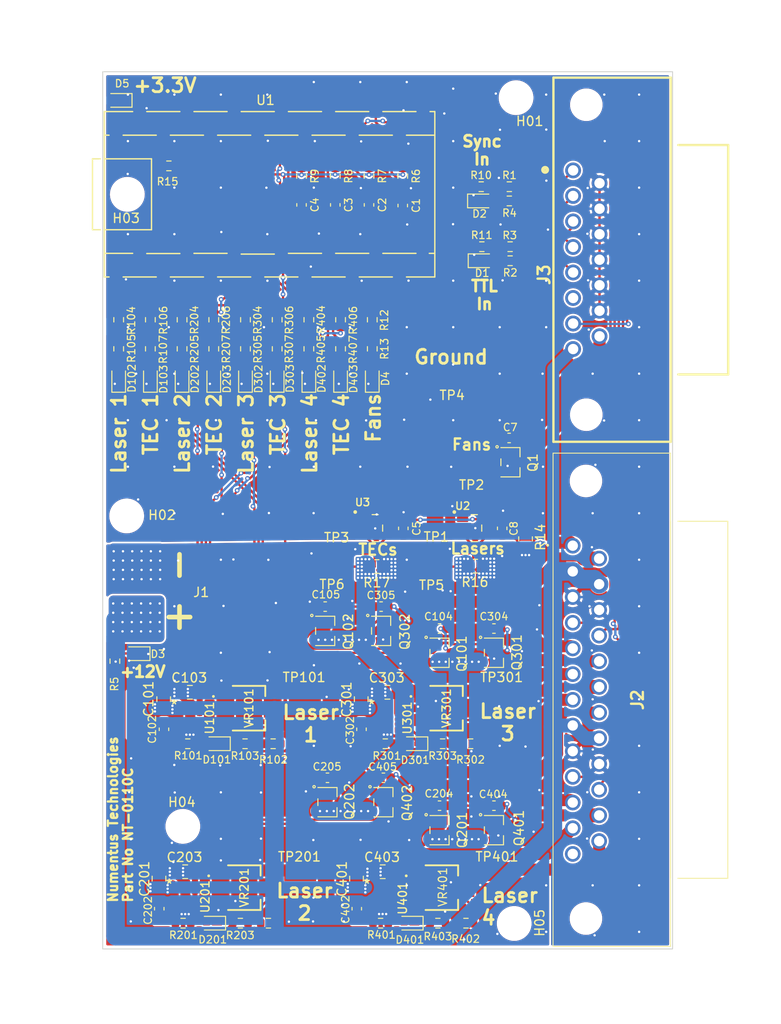
<source format=kicad_pcb>
(kicad_pcb (version 20221018) (generator pcbnew)
  (title_block (title "HSHS Interface Board v 0110C") (date "2024-02-29") (rev "NT-0110A") (company "Numentus Technologies"))
  (layers (0 "F.Cu" signal) (31 "B.Cu" signal) (34 "B.Paste" user) (35 "F.Paste" user) (36 "B.SilkS" user "B.Silkscreen") (37 "F.SilkS" user "F.Silkscreen") (38 "B.Mask" user) (39 "F.Mask" user) (44 "Edge.Cuts" user))
  (net 0 "")
  (net 1 "+3.3V")
  (net 2 "GNDA")
  (net 3 "/LaserControl1")
  (net 4 "/LaserControl2")
  (net 5 "/LaserControl3")
  (net 6 "/TECControl1")
  (net 7 "/TECControl2")
  (net 8 "/TECControl3")
  (net 9 "/FanControl")
  (net 10 "/Clock3.3V+")
  (net 11 "/Camera A+")
  (net 12 "/Camera B+")
  (net 13 "/Camera C+")
  (net 14 "/Therm1+")
  (net 15 "/Therm2+")
  (net 16 "/Therm3+")
  (net 17 "/TTLOut3.3V+")
  (net 18 "/Spare+")
  (net 19 "+12V")
  (net 20 "/LaserPow1+")
  (net 21 "/LaserPow2+")
  (net 22 "/LaserPow3+")
  (net 23 "/Clock5V+")
  (net 24 "/TTLOut5V+")
  (net 25 "/Fan-")
  (net 26 "/LaserPow4+")
  (net 27 "/LaserPow1-")
  (net 28 "/TECPow1-")
  (net 29 "/LaserPow2-")
  (net 30 "/TECPow2-")
  (net 31 "/LaserPow3-")
  (net 32 "/TECPow3-")
  (net 33 "/LaserPow4-")
  (net 34 "/TECPow4-")
  (net 35 "/LaserControl4")
  (net 36 "/TECControl4")
  (net 37 "/Therm4+")
  (net 38 "GNDPWR")
  (net 39 "/TEC Monitor")
  (net 40 "Laser MOSFET Low")
  (net 41 "/Laser Monitor")
  (net 42 "TEC MOSFET Low")
  (net 43 "Net-(Q1-G)")
  (net 44 "Net-(Q101-G)")
  (net 45 "Net-(U201-SS{slash}TR)")
  (net 46 "Net-(Q201-G)")
  (net 47 "Net-(Q202-G)")
  (net 48 "Net-(U301-SS{slash}TR)")
  (net 49 "Net-(Q301-G)")
  (net 50 "Net-(Q302-G)")
  (net 51 "Net-(U401-SS{slash}TR)")
  (net 52 "Net-(Q401-G)")
  (net 53 "Net-(Q402-G)")
  (net 54 "Net-(U101-SS{slash}TR)")
  (net 55 "Net-(Q102-G)")
  (net 56 "Net-(D101-A)")
  (net 57 "Net-(D102-A)")
  (net 58 "Net-(D103-A)")
  (net 59 "Net-(D1-A)")
  (net 60 "Net-(D2-A)")
  (net 61 "Net-(D201-A)")
  (net 62 "Net-(D202-A)")
  (net 63 "Net-(D203-A)")
  (net 64 "Net-(D301-A)")
  (net 65 "Net-(D302-A)")
  (net 66 "Net-(D303-A)")
  (net 67 "Net-(D401-A)")
  (net 68 "Net-(D402-A)")
  (net 69 "Net-(D403-A)")
  (net 70 "Net-(D3-A)")
  (net 71 "Net-(D4-A)")
  (net 72 "Net-(D5-A)")
  (net 73 "Net-(U201-FB{slash}VSET)")
  (net 74 "Net-(VR201-CW)")
  (net 75 "Net-(U301-FB{slash}VSET)")
  (net 76 "Net-(VR301-CW)")
  (net 77 "Net-(U401-FB{slash}VSET)")
  (net 78 "Net-(VR401-CW)")
  (net 79 "Net-(D101-K)")
  (net 82 "Net-(Q1-S)")
  (net 83 "Net-(VR101-CW)")
  (net 84 "Net-(U101-FB{slash}VSET)")
  (net 89 "Net-(D201-K)")
  (net 90 "Net-(D301-K)")
  (net 91 "Net-(D401-K)")
  (net 96 "Net-(U2-IN-)")
  (net 97 "Net-(U3-IN-)")
  (footprint "Global_Footprint_Library:5788798-1 Fix_A" (layer "F.Cu") (at 175.3 63.12 -90)
    (fp_text reference "J3")
    (fp_text value "5788798-1" hide)
  )
  (footprint "Global_Footprint_Library:SSM3K376R_Mod_A" (layer "F.Cu") (at 150.4162 124.4401 -90)
    (fp_text reference "Q201")
    (fp_text value "SSM3K376R_A" hide)
  )
  (footprint "Global_Footprint_Library:R_0603_1608Metric_Small_Font" (layer "F.Cu") (at 144.0771 134.437798)
    (fp_text reference "R401")
    (fp_text value "15k")
  )
  (footprint "Resistor_SMD:R_0805_2012Metric" (layer "F.Cu") (at 154.2825 96.06)
    (fp_text reference "R16")
    (fp_text value ".01")
  )
  (footprint "Capacitor_SMD:C_0805_2012Metric" (layer "F.Cu") (at 123.559999 109.62 180)
    (fp_text reference "C103")
    (fp_text value "22µF")
  )
  (footprint "Global_Footprint_Library:R_0603_1608Metric_Small_Font" (layer "F.Cu") (at 158.01 61.72 180)
    (fp_text reference "R3")
    (fp_text value "500")
  )
  (footprint "Global_Footprint_Library:R_0603_1608Metric_Small_Font" (layer "F.Cu") (at 132.94953 69.571667 -90)
    (fp_text reference "R306")
    (fp_text value "500")
  )
  (footprint "Global_Footprint_Library:R_0603_1608Metric_Small_Font" (layer "F.Cu") (at 136.359686 69.571667 -90)
    (fp_text reference "R404")
    (fp_text value "500")
  )
  (footprint "Global_Footprint_Library:R_0603_1608Metric_Small_Font" (layer "F.Cu") (at 129.539374 72.696667 -90)
    (fp_text reference "R305")
    (fp_text value "500")
  )
  (footprint "Global_Footprint_Library:SM42X104_Smaller_Courtyard" (layer "F.Cu") (at 150.6641 130.617798 -90)
    (fp_text reference "VR401")
    (fp_text value "SM-42X104" hide)
  )
  (footprint "Global_Footprint_Library:SSM3K376R_Mod_A" (layer "F.Cu") (at 150.4162 105.37 -90)
    (fp_text reference "Q101")
    (fp_text value "SSM3K376R_A" hide)
  )
  (footprint "Capacitor_SMD:C_0805_2012Metric" (layer "F.Cu") (at 120.739999 110.36 90)
    (fp_text reference "C101")
    (fp_text value "10µF")
  )
  (footprint "MountingHole:MountingHole_3.5mm" (layer "F.Cu") (at 116.83 56.09)
    (fp_text reference "H03")
    (fp_text value "MountingHole")
  )
  (footprint "Capacitor_SMD:C_0805_2012Metric" (layer "F.Cu") (at 120.2341 129.647798 90)
    (fp_text reference "C201")
    (fp_text value "10µF")
  )
  (footprint "Global_Footprint_Library:KEYSTONE_5015" (layer "F.Cu") (at 135.4241 129.027798)
    (fp_text reference "TP201")
    (fp_text value "5015")
  )
  (footprint "Global_Footprint_Library:MountingHole_3.5mm_ZeroCourtyard" (layer "F.Cu") (at 158.45 134.47)
    (fp_text reference "H05")
    (fp_text value "MountingHole")
  )
  (footprint "Global_Footprint_Library:C_0603_1608Metric_Small_Font" (layer "F.Cu") (at 141.5141 132.882798 -90)
    (fp_text reference "C402")
    (fp_text value "10nF")
  )
  (footprint "Global_Footprint_Library:uSIP11_SIS_TEX_Mod" (layer "F.Cu") (at 123.05 131.817798)
    (fp_text reference "U201")
    (fp_text value "TPSM82902SISR" hide)
  )
  (footprint "Global_Footprint_Library:R_0603_1608Metric_Small_Font" (layer "F.Cu") (at 153.2591 134.437798)
    (fp_text reference "R402")
    (fp_text value "25k")
  )
  (footprint "Global_Footprint_Library:C_0603_1608Metric_Small_Font" (layer "F.Cu") (at 146.46 57.295 -90)
    (fp_text reference "C1")
    (fp_text value "1µF")
  )
  (footprint "Global_Footprint_Library:R_0603_1608Metric_Small_Font" (layer "F.Cu") (at 158.01 63.23 180)
    (fp_text reference "R2")
    (fp_text value "1k")
  )
  (footprint "Global_Footprint_Library:R_0603_1608Metric_Small_Font" (layer "F.Cu") (at 154.9 55.27 180)
    (fp_text reference "R10")
    (fp_text value "1k")
  )
  (footprint "Global_Footprint_Library:SSM3K376R_Mod_A" (layer "F.Cu") (at 144.131062 103.02 -90)
    (fp_text reference "Q302")
    (fp_text value "SSM3K376R_A" hide)
  )
  (footprint "Global_Footprint_Library:SM42X104_Smaller_Courtyard" (layer "F.Cu") (at 129.919999 111.33 -90)
    (fp_text reference "VR101")
    (fp_text value "SM-42X104" hide)
  )
  (footprint "Global_Footprint_Library:KEYSTONE_5015" (layer "F.Cu") (at 149.9375 90.28 90)
    (fp_text reference "TP1")
    (fp_text value "5015")
  )
  (footprint "Global_Footprint_Library:R_0603_1608Metric_Small_Font" (layer "F.Cu") (at 119.308906 69.571667 -90)
    (fp_text reference "R106")
    (fp_text value "500")
  )
  (footprint "MountingHole:MountingHole_3.5mm" (layer "F.Cu") (at 122.8 124.03)
    (fp_text reference "H04")
    (fp_text value "MountingHole")
  )
  (footprint "Capacitor_SMD:C_0805_2012Metric" (layer "F.Cu") (at 141.989999 110.36 90)
    (fp_text reference "C301")
    (fp_text value "10µF")
  )
  (footprint "Global_Footprint_Library:R_0603_1608Metric_Small_Font" (layer "F.Cu") (at 143.18 69.571667 -90)
    (fp_text reference "R12")
    (fp_text value "500")
  )
  (footprint "MountingHole:MountingHole_3.5mm" (layer "F.Cu") (at 116.76 90.66)
    (fp_text reference "H02")
    (fp_text value "MountingHole")
  )
  (footprint "Global_Footprint_Library:R_0603_1608Metric_Small_Font" (layer "F.Cu") (at 144.582999 115.15)
    (fp_text reference "R301")
    (fp_text value "15k")
  )
  (footprint "Global_Footprint_Library:uSIP11_SIS_TEX_Mod" (layer "F.Cu") (at 144.805899 112.53)
    (fp_text reference "U301")
    (fp_text value "TPSM82902SISR" hide)
  )
  (footprint "Capacitor_SMD:C_0805_2012Metric" (layer "F.Cu") (at 144.3041 128.907798 180)
    (fp_text reference "C403")
    (fp_text value "22µF")
  )
  (footprint "Capacitor_SMD:C_0805_2012Metric" (layer "F.Cu") (at 144.809999 109.62 180)
    (fp_text reference "C303")
    (fp_text value "22µF")
  )
  (footprint "Global_Footprint_Library:SM42X104_Smaller_Courtyard" (layer "F.Cu") (at 129.4141 130.617798 -90)
    (fp_text reference "VR201")
    (fp_text value "SM-42X104" hide)
  )
  (footprint "Global_Footprint_Library:R_0603_1608Metric_Small_Font" (layer "F.Cu") (at 126.129218 72.696667 -90)
    (fp_text reference "R207")
    (fp_text value "500")
  )
  (footprint "Global_Footprint_Library:AA1608 Generic Kingbrite LED" (layer "F.Cu") (at 136.359686 75.878 90)
    (fp_text reference "D402")
    (fp_text value "LED Yellow")
  )
  (footprint "Global_Footprint_Library:NetTie-2_SMD_Pad0.25mm" (layer "F.Cu") (at 154.51 94.85 90)
    (fp_text reference "NT2" hide)
    (fp_text value "NetTie_2" hide)
  )
  (footprint "Global_Footprint_Library:R_0603_1608Metric_Small_Font" (layer "F.Cu") (at 119.308906 72.696667 -90)
    (fp_text reference "R107")
    (fp_text value "500")
  )
  (footprint "Global_Footprint_Library:R_0603_1608Metric_Small_Font" (layer "F.Cu") (at 128.9891 134.437798 180)
    (fp_text reference "R203")
    (fp_text value "15k")
  )
  (footprint "Global_Footprint_Library:AA1608 Generic Kingbrite LED" (layer "F.Cu") (at 126.417999 115.15 180)
    (fp_text reference "D101")
    (fp_text value "LED Red")
  )
  (footprint "Global_Footprint_Library:AA1608 Generic Kingbrite LED" (layer "F.Cu") (at 122.719062 75.878 90)
    (fp_text reference "D202")
    (fp_text value "LED Yellow")
  )
  (footprint "Global_Footprint_Library:AA1608 Generic Kingbrite LED" (layer "F.Cu") (at 139.769842 75.878 90)
    (fp_text reference "D403")
    (fp_text value "LED Blue")
  )
  (footprint "Global_Footprint_Library:SOT95P280X145-5N-SilkPinOneMod" (layer "F.Cu") (at 143.495 91.97)
    (fp_text reference "U3")
    (fp_text value "INA180A1IDBVR")
  )
  (footprint "Global_Footprint_Library:C_0603_1608Metric_Small_Font" (layer "F.Cu") (at 139.2 57.225 -90)
    (fp_text reference "C3")
    (fp_text value "1µF")
  )
  (footprint "Global_Footprint_Library:KEYSTONE_5015" (layer "F.Cu") (at 156.6741 129.027798)
    (fp_text reference "TP401")
    (fp_text value "5015")
  )
  (footprint "Global_Footprint_Library:R_0603_1608Metric_Small_Font" (layer "F.Cu") (at 153.764999 115.15)
    (fp_text reference "R302")
    (fp_text value "25k")
  )
  (footprint "Global_Footprint_Library:SSM3K376R_Mod_A" (layer "F.Cu") (at 138.36 121.43 -90)
    (fp_text reference "Q202")
    (fp_text value "SSM3K376R_A" hide)
  )
  (footprint "Global_Footprint_Library:KEYSTONE_5015" (layer "F.Cu") (at 138.79 96.15)
    (fp_text reference "TP6")
    (fp_text value "5015")
  )
  (footprint "Global_Footprint_Library:uSIP11_SIS_TEX_Mod" (layer "F.Cu") (at 144.3 131.817798)
    (fp_text reference "U401")
    (fp_text value "TPSM82902SISR" hide)
  )
  (footprint "Global_Footprint_Library:SSM3K376R_Mod_A" (layer "F.Cu") (at 138.114862 103.02 -90)
    (fp_text reference "Q102")
    (fp_text value "SSM3K376R_A" hide)
  )
  (footprint "Global_Footprint_Library:KEYSTONE_5015" (layer "F.Cu") (at 135.929999 109.74)
    (fp_text reference "TP101")
    (fp_text value "5015")
  )
  (footprint "Global_Footprint_Library:AA1608 Generic Kingbrite LED" (layer "F.Cu") (at 143.18 75.878 90)
    (fp_text reference "D4")
    (fp_text value "LED Blue")
  )
  (footprint "Global_Footprint_Library:C_0603_1608Metric_Small_Font" (layer "F.Cu") (at 150.4162 102.7638 180)
    (fp_text reference "C104")
    (fp_text value "1nF")
  )
  (footprint "Global_Footprint_Library:C_0603_1608Metric_Small_Font" (layer "F.Cu") (at 157.905 82.28 180)
    (fp_text reference "C7")
    (fp_text value "1nF")
  )
  (footprint "Global_Footprint_Library:R_0603_1608Metric_Small_Font" (layer "F.Cu") (at 139.769842 72.696667 -90)
    (fp_text reference "R407")
    (fp_text value "500")
  )
  (footprint "Global_Footprint_Library:57888011_A" (layer "F.Cu") (at 164.75 93.86 -90)
    (fp_text reference "J2")
    (fp_text value "5788801-1" hide)
  )
  (footprint "Global_Footprint_Library:C_0603_1608Metric_Small_Font" (layer "F.Cu") (at 120.2641 132.882798 -90)
    (fp_text reference "C202")
    (fp_text value "10nF")
  )
  (footprint "Global_Footprint_Library:SSM3K376R_Mod_A" (layer "F.Cu") (at 144.3762 121.43 -90)
    (fp_text reference "Q402")
    (fp_text value "SSM3K376R_A" hide)
  )
  (footprint "Resistor_SMD:R_0805_2012Metric" (layer "F.Cu") (at 159.67 93.13 -90)
    (fp_text reference "R14")
    (fp_text value "0.1")
  )
  (footprint "Global_Footprint_Library:C_0603_1608Metric_Small_Font" (layer "F.Cu") (at 144.131062 100.406476 180)
    (fp_text reference "C305")
    (fp_text value "1nF")
  )
  (footprint "Global_Footprint_Library:R_0603_1608Metric_Small_Font" (layer "F.Cu") (at 132.514999 115.15)
    (fp_text reference "R102")
    (fp_text value "25k")
  )
  (footprint "Global_Footprint_Library:C_0603_1608Metric_Small_Font" (layer "F.Cu") (at 156.27 102.7638 180)
    (fp_text reference "C304")
    (fp_text value "1nF")
  )
  (footprint "Global_Footprint_Library:C_0603_1608Metric_Small_Font" (layer "F.Cu") (at 157.1575 91.995 -90)
    (fp_text reference "C8")
    (fp_text value "0.1µF")
  )
  (footprint "Global_Footprint_Library:AA1608 Generic Kingbrite LED" (layer "F.Cu") (at 119.308906 75.878 90)
    (fp_text reference "D103")
    (fp_text value "LED Blue")
  )
  (footprint "Global_Footprint_Library:C_0603_1608Metric_Small_Font" (layer "F.Cu") (at 135.57 57.225 -90)
    (fp_text reference "C4")
    (fp_text value "1µF")
  )
  (footprint "Global_Footprint_Library:R_0603_1608Metric_Small_Font" (layer "F.Cu") (at 123.332999 115.15)
    (fp_text reference "R101")
    (fp_text value "15k")
  )
  (footprint "Global_Footprint_Library:C_0603_1608Metric_Small_Font" (layer "F.Cu") (at 120.769999 113.595 -90)
    (fp_text reference "C102")
    (fp_text value "10nF")
  )
  (footprint "Global_Footprint_Library:R_0603_1608Metric_Small_Font" (layer "F.Cu") (at 157.925 56.8 180)
    (fp_text reference "R4")
    (fp_text value "1k")
  )
  (footprint "Global_Footprint_Library:C_0603_1608Metric_Small_Font" (layer "F.Cu") (at 142.83 57.225 -90)
    (fp_text reference "C2")
    (fp_text value "1µF")
  )
  (footprint "Global_Footprint_Library:AA1608 Generic Kingbrite LED" (layer "F.Cu") (at 126.129218 75.878 90)
    (fp_text reference "D203")
    (fp_text value "LED Blue")
  )
  (footprint "Global_Footprint_Library:C_0603_1608Metric_Small_Font" (layer "F.Cu") (at 146.52 92 -90)
    (fp_text reference "C5")
    (fp_text value "0.1µF")
  )
  (footprint "Global_Footprint_Library:AA1608 Generic Kingbrite LED" (layer "F.Cu") (at 117.78 105.47 180)
    (fp_text reference "D3")
    (fp_text value "LED Green")
  )
  (footprint "Global_Footprint_Library:NetTieSolderBridgeSmaller" (layer "F.Cu") (at 128.29 93.33 -90)
    (fp_text reference "NT1" hide)
    (fp_text value "NetTie_2")
  )
  (footprint "Global_Footprint_Library:R_0603_1608Metric_Small_Font" (layer "F.Cu") (at 115.89875 72.696667 -90)
    (fp_text reference "R105")
    (fp_text value "500")
  )
  (footprint "Global_Footprint_Library:SOT95P280X145-5N-SilkPinOneMod" (layer "F.Cu") (at 154.1575 91.97)
    (fp_text reference "U2")
    (fp_text value "INA180A1IDBVR")
  )
  (footprint "Global_Footprint_Library:AA1608 Generic Kingbrite LED" (layer "F.Cu") (at 132.94953 75.878 90)
    (fp_text reference "D303")
    (fp_text value "LED Blue")
  )
  (footprint "Global_Footprint_Library:C_0603_1608Metric_Small_Font" (layer "F.Cu") (at 144.3762 118.81 180)
    (fp_text reference "C405")
    (fp_text value "1nF")
  )
  (footprint "Global_Footprint_Library:KEYSTONE_5015" (layer "F.Cu") (at 151.66 75.79 180)
    (fp_text reference "TP4")
    (fp_text value "5015")
  )
  (footprint "Global_Footprint_Library:AA1608 Generic Kingbrite LED" (layer "F.Cu") (at 147.667999 115.15 180)
    (fp_text reference "D301")
    (fp_text value "LED Red")
  )
  (footprint "Global_Footprint_Library:R_0603_1608Metric_Small_Font" (layer "F.Cu") (at 142.83 54.131333 -90)
    (fp_text reference "R7")
    (fp_text value "10k")
  )
  (footprint "Global_Footprint_Library:KEYSTONE_5015" (layer "F.Cu") (at 157.179999 109.74)
    (fp_text reference "TP301")
    (fp_text value "5015")
  )
  (footprint "Capacitor_SMD:C_0805_2012Metric" (layer "F.Cu") (at 123.0541 128.907798 180)
    (fp_text reference "C203")
    (fp_text value "22µF")
  )
  (footprint "Global_Footprint_Library:R_0603_1608Metric_Small_Font" (layer "F.Cu") (at 139.769842 69.571667 -90)
    (fp_text reference "R406")
    (fp_text value "500")
  )
  (footprint "Global_Footprint_Library:SSM3K376R_Mod_A" (layer "F.Cu") (at 156.27 124.4401 -90)
    (fp_text reference "Q401")
    (fp_text value "SSM3K376R_A" hide)
  )
  (footprint "Global_Footprint_Library:KEYSTONE_5015" (layer "F.Cu") (at 153.87 85.35)
    (fp_text reference "TP2")
    (fp_text value "5015")
  )
  (footprint "Global_Footprint_Library:SM42X104_Smaller_Courtyard" (layer "F.Cu") (at 151.169999 111.33 -90)
    (fp_text reference "VR301")
    (fp_text value "SM-42X104" hide)
  )
  (footprint "Global_Footprint_Library:R_0603_1608Metric_Small_Font" (layer "F.Cu") (at 115.49 106.27 90)
    (fp_text reference "R5")
    (fp_text value "25k")
  )
  (footprint "Global_Footprint_Library:R_0603_1608Metric_Small_Font" (layer "F.Cu") (at 139.2 54.131333 -90)
    (fp_text reference "R8")
    (fp_text value "10k")
  )
  (footprint "Global_Footprint_Library:AA1608 Generic Kingbrite LED" (layer "F.Cu") (at 154.99 63.23)
    (fp_text reference "D1")
    (fp_text value "LED Green")
  )
  (footprint "Global_Footprint_Library:R_0603_1608Metric_Small_Font" (layer "F.Cu") (at 150.744999 115.15 180)
    (fp_text reference "R303")
    (fp_text value "15k")
  )
  (footprint "Global_Footprint_Library:R_0603_1608Metric_Small_Font" (layer "F.Cu") (at 129.494999 115.15 180)
    (fp_text reference "R103")
    (fp_text value "15k")
  )
  (footprint "Global_Footprint_Library:KEYSTONE_5015" (layer "F.Cu") (at 149.6 96.14)
    (fp_text reference "TP5")
    (fp_text value "5015")
  )
  (footprint "Global_Footprint_Library:R_0603_1608Metric_Small_Font" (layer "F.Cu") (at 122.719062 69.571667 -90)
    (fp_text reference "R204")
    (fp_text value "500")
  )
  (footprint "Global_Footprint_Library:R_0603_1608Metric_Small_Font" (layer "F.Cu") (at 154.97 61.72 180)
    (fp_text reference "R11")
    (fp_text value "1k")
  )
  (footprint "Global_Footprint_Library:C_0603_1608Metric_Small_Font" (layer "F.Cu") (at 156.27 121.8063 180)
    (fp_text reference "C404")
    (fp_text value "1nF")
  )
  (footprint "Global_Footprint_Library:C_0603_1608Metric_Small_Font" (layer "F.Cu") (at 150.4162 121.8063 180)
    (fp_text reference "C204")
    (fp_text value "1nF")
  )
  (footprint "Global_Footprint_Library:R_0603_1608Metric_Small_Font" (layer "F.Cu") (at 122.719062 72.696667 -90)
    (fp_text reference "R205")
    (fp_text value "500")
  )
  (footprint "Global_Footprint_Library:R_0603_1608Metric_Small_Font" (layer "F.Cu") (at 121.3 53.03 180)
    (fp_text reference "R15")
    (fp_text value "1k")
  )
  (footprint "Global_Footprint_Library:SSM3K376R_Mod_A" (layer "F.Cu") (at 158.0462 84.89 -90)
    (fp_text reference "Q1")
    (fp_text value "SSM3K376R_A" hide)
  )
  (footprint "Global_Footprint_Library:C_0603_1608Metric_Small_Font" (layer "F.Cu") (at 138.114862 100.406476 180)
    (fp_text reference "C105")
    (fp_text value "1nF")
  )
  (footprint "Global_Footprint_Library:uSIP11_SIS_TEX_Mod" (layer "F.Cu") (at 123.555899 112.53)
    (fp_text reference "U101")
    (fp_text value "TPSM82902SISR" hide)
  )
  (footprint "Global_Footprint_Library:NetTie-2_SMD_Pad0.25mm" (layer "F.Cu") (at 143.9 94.84 90)
    (fp_text reference "NT3" hide)
    (fp_text value "NetTie_2" hide)
  )
  (footprint "Global_Footprint_Library:SSM3K376R_Mod_A" (layer "F.Cu") (at 156.27 105.37 -90)
    (fp_text reference "Q301")
    (fp_text value "SSM3K376R_A" hide)
  )
  (footprint "Global_Footprint_Library:R_0603_1608Metric_Small_Font" (layer "F.Cu") (at 146.46 54.131333 -90)
    (fp_text reference "R6")
    (fp_text value "10k")
  )
  (footprint "Global_Footprint_Library:R_0603_1608Metric_Small_Font" (layer "F.Cu") (at 136.359686 72.696667 -90)
    (fp_text reference "R405")
    (fp_text value "500")
  )
  (footprint "Global_Footprint_Library:R_0603_1608Metric_Small_Font" (layer "F.Cu") (at 135.57 54.131333 -90)
    (fp_text reference "R9")
    (fp_text value "10k")
  )
  (footprint "Global_Footprint_Library:R_0603_1608Metric_Small_Font" (layer "F.Cu") (at 143.18 72.696667 -90)
    (fp_text reference "R13")
    (fp_text value "500")
  )
  (footprint "Global_Footprint_Library:Teensy40_with_3D_Model_28_Pins_Surface_Mount_C" (layer "F.Cu") (at 132.13 56.083833)
    (fp_text reference "U1")
    (fp_text value "Teensy4.0_28_Pins")
  )
  (footprint "Global_Footprint_Library:R_0603_1608Metric_Small_Font" (layer "F.Cu") (at 122.8271 134.437798)
    (fp_text reference "R201")
    (fp_text value "15k")
  )
  (footprint "Global_Footprint_Library:R_0603_1608Metric_Small_Font" (layer "F.Cu") (at 157.925 55.27 180)
    (fp_text reference "R1")
    (fp_text value "500")
  )
  (footprint "Global_Footprint_Library:C_0603_1608Metric_Small_Font" (layer "F.Cu") (at 138.36 118.81 180)
    (fp_text reference "C205")
    (fp_text value "1nF")
  )
  (footprint "Capacitor_SMD:C_0805_2012Metric" (layer "F.Cu") (at 141.4841 129.647798 90)
    (fp_text reference "C401")
    (fp_text value "10µF")
  )
  (footprint "Global_Footprint_Library:C_0603_1608Metric_Small_Font" (layer "F.Cu") (at 142.019999 113.595 -90)
    (fp_text reference "C302")
    (fp_text value "10nF")
  )
  (footprint "Global_Footprint_Library:AA1608 Generic Kingbrite LED" (layer "F.Cu") (at 115.89875 75.878 90)
    (fp_text reference "D102")
    (fp_text value "LED Yellow")
  )
  (footprint "Global_Footprint_Library:AA1608 Generic Kingbrite LED" (layer "F.Cu") (at 115.848 45.991333 180)
    (fp_text reference "D5")
    (fp_text value "LED Green")
  )
  (footprint "MountingHole:MountingHole_3.5mm" (layer "F.Cu") (at 158.65 45.7)
    (fp_text reference "H01")
    (fp_text value "MountingHole")
  )
  (footprint "Global_Footprint_Library:AA1608 Generic Kingbrite LED" (layer "F.Cu") (at 129.539374 75.878 90)
    (fp_text reference "D302")
    (fp_text value "LED Yellow")
  )
  (footprint "Global_Footprint_Library:R_0603_1608Metric_Small_Font" (layer "F.Cu") (at 129.539374 69.571667 -90)
    (fp_text reference "R304")
    (fp_text value "500")
  )
  (footprint "Global_Footprint_Library:AA1608 Generic Kingbrite LED" (layer "F.Cu") (at 147.1621 134.437798 180)
    (fp_text reference "D401")
    (fp_text value "LED Red")
  )
  (footprint "Global_Footprint_Library:Dual Solder Pads Both Sides No PTH" (layer "F.Cu") (at 117.82 98.92 -90)
    (fp_text reference "J1")
    (fp_text value "Conn_01x02_Pin")
  )
  (footprint "Global_Footprint_Library:AA1608 Generic Kingbrite LED" (layer "F.Cu") (at 125.9121 134.437798 180)
    (fp_text reference "D201")
    (fp_text value "LED Red")
  )
  (footprint "Global_Footprint_Library:AA1608 Generic Kingbrite LED" (layer "F.Cu") (at 154.92 56.8)
    (fp_text reference "D2")
    (fp_text value "LED Green")
  )
  (footprint "Global_Footprint_Library:R_0603_1608Metric_Small_Font" (layer "F.Cu") (at 132.94953 72.696667 -90)
    (fp_text reference "R307")
    (fp_text value "500")
  )
  (footprint "Global_Footprint_Library:R_0603_1608Metric_Small_Font" (layer "F.Cu") (at 115.89875 69.571667 -90)
    (fp_text reference "R104")
    (fp_text value "500")
  )
  (footprint "Global_Footprint_Library:R_0603_1608Metric_Small_Font" (layer "F.Cu") (at 132.0091 134.437798)
    (fp_text reference "R202" hide)
    (fp_text value "25k")
  )
  (footprint "Global_Footprint_Library:KEYSTONE_5015" (layer "F.Cu") (at 139.2475 90.28 90)
    (fp_text reference "TP3")
    (fp_text value "5015")
  )
  (footprint "Global_Footprint_Library:R_0603_1608Metric_Small_Font" (layer "F.Cu") (at 126.129218 69.571667 -90)
    (fp_text reference "R206")
    (fp_text value "500")
  )
  (footprint "Global_Footprint_Library:R_0603_1608Metric_Small_Font" (layer "F.Cu") (at 150.2391 134.437798 180)
    (fp_text reference "R403")
    (fp_text value "15k")
  )
  (footprint "Resistor_SMD:R_0805_2012Metric" (layer "F.Cu") (at 143.6725 96.1)
    (fp_text reference "R17")
    (fp_text value ".01")
  )
  (gr_rect (start 114.18 42.91) (end 175.49 137.21) (stroke (width 0.1)) (fill none) (layer "Edge.Cuts"))
  (gr_text "Laser 2" (at 123.635 81.808571 90) (layer "F.SilkS") (effects (font (size 1.5 1.5) (thickness 0.3)) (justify bottom)))
  (gr_text "TECs" (at 143.79 94.99) (layer "F.SilkS") (effects (font (size 1.2 1.2) (thickness 0.25) bold) (justify bottom)))
  (gr_text "Fans" (at 144.17 80.13 90) (layer "F.SilkS") (effects (font (size 1.5 1.5) (thickness 0.3)) (justify bottom)))
  (gr_text "+12V" (at 115.9 108.11) (layer "F.SilkS") (effects (font (size 1.2 1.2) (thickness 0.3)) (justify left bottom)))
  (gr_text "Ground" (at 151.66 74.45) (layer "F.SilkS") (effects (font (size 1.5 1.5) (thickness 0.3)) (justify bottom)))
  (gr_text "Laser\n4" (at 154.77 134.75) (layer "F.SilkS") (effects (font (size 1.5 1.5) (thickness 0.3)) (justify left bottom)))
  (gr_text "TEC 3" (at 133.9025 80.808571 90) (layer "F.SilkS") (effects (font (size 1.5 1.5) (thickness 0.3)) (justify bottom)))
  (gr_text "TEC 1" (at 120.2125 80.808571 90) (layer "F.SilkS") (effects (font (size 1.5 1.5) (thickness 0.3)) (justify bottom)))
  (gr_text "Sync\nIn" (at 154.99 53.03) (layer "F.SilkS") (effects (font (size 1.2 1.2) (thickness 0.3)) (justify bottom)))
  (gr_text "Laser 3" (at 130.48 81.808571 90) (layer "F.SilkS") (effects (font (size 1.5 1.5) (thickness 0.3)) (justify bottom)))
  (gr_text "TTL\nIn" (at 155.25 68.59) (layer "F.SilkS") (effects (font (size 1.2 1.2) (thickness 0.3)) (justify bottom)))
  (gr_text "Laser 1" (at 116.79 81.808571 90) (layer "F.SilkS") (effects (font (size 1.5 1.5) (thickness 0.3)) (justify bottom)))
  (gr_text "Laser\n3" (at 157.762047 114.951279) (layer "F.SilkS") (effects (font (size 1.5 1.5) (thickness 0.3)) (justify bottom)))
  (gr_text "+3.3V" (at 117.333 45.256333) (layer "F.SilkS") (effects (font (size 1.5 1.5) (thickness 0.3)) (justify left bottom)))
  (gr_text "TEC 4" (at 140.7475 80.808571 90) (layer "F.SilkS") (effects (font (size 1.5 1.5) (thickness 0.3)) (justify bottom)))
  (gr_text "Laser 4" (at 137.325 81.808571 90) (layer "F.SilkS") (effects (font (size 1.5 1.5) (thickness 0.3)) (justify bottom)))
  (gr_text "Laser\n2" (at 135.894101 134.243998) (layer "F.SilkS") (effects (font (size 1.5 1.5) (thickness 0.3)) (justify bottom)))
  (gr_text "Laser\n1" (at 136.56 115.0762) (layer "F.SilkS") (effects (font (size 1.5 1.5) (thickness 0.3)) (justify bottom)))
  (gr_text "TEC 2" (at 127.0575 80.808571 90) (layer "F.SilkS") (effects (font (size 1.5 1.5) (thickness 0.3)) (justify bottom)))
  (gr_text "Numentus Technologies\nPart No NT-0110C" (at 117.48 132.33 90) (layer "F.SilkS") (effects (font (size 1 1) (thickness 0.25) bold) (justify left bottom)))
  (gr_text "Fans" (at 153.87 83.69) (layer "F.SilkS") (effects (font (size 1.2 1.2) (thickness 0.25) bold) (justify bottom)))
  (gr_text "Lasers" (at 154.52 94.86) (layer "F.SilkS") (effects (font (size 1.2 1.2) (thickness 0.25) bold) (justify bottom)))
  (segment (start 153.961 91.01) (end 154.7675 91.01) (width 0.25) (layer "F.Cu") (net 1))
  (segment (start 146.666 91.079) (end 146.52 91.225) (width 0.25) (layer "F.Cu") (net 1))
  (segment (start 133.5715 53.95) (end 133.7 54.0785) (width 0.25) (layer "F.Cu") (net 1))
  (segment (start 122.565 51.931333) (end 122.565 52.59) (width 0.25) (layer "F.Cu") (net 1))
  (segment (start 146.315 91.02) (end 146.52 91.225) (width 0.25) (layer "F.Cu") (net 1))
  (segment (start 146.47 53.316333) (end 146.46 53.306333) (width 0.25) (layer "F.Cu") (net 1))
  (segment (start 139.2 53.95) (end 139.2 53.306333) (width 0.25) (layer "F.Cu") (net 1))
  (segment (start 123.045 53.95) (end 128.49 53.95) (width 0.25) (layer "F.Cu") (net 1))
  (segment (start 133.7 54.0785) (end 133.7 58.146396) (width 0.25) (layer "F.Cu") (net 1))
  (segment (start 141.441 69.073792) (end 141.441 81.497396) (width 0.25) (layer "F.Cu") (net 1))
  (segment (start 122.125 53.03) (end 123.045 53.95) (width 0.25) (layer "F.Cu") (net 1))
  (segment (start 146.2875 91.225) (end 146.52 91.225) (width 0.25) (layer "F.Cu") (net 1))
  (segment (start 122.565 52.59) (end 122.125 53.03) (width 0.25) (layer "F.Cu") (net 1))
  (segment (start 137.195 64.827792) (end 141.441 69.073792) (width 0.25) (layer "F.Cu") (net 1))
  (segment (start 122.565 51.931333) (end 120.7 50.066333) (width 0.25) (layer "F.Cu") (net 1))
  (segment (start 144.75 91.02) (end 146.315 91.02) (width 0.25) (layer "F.Cu") (net 1))
  (segment (start 128.49 53.95) (end 132.25 53.95) (width 0.25) (layer "F.Cu") (net 1))
  (segment (start 156.9575 91.02) (end 157.1575 91.22) (width 0.25) (layer "F.Cu") (net 1))
  (segment (start 137.195 61.641396) (end 137.195 64.827792) (width 0.25) (layer "F.Cu") (net 1))
  (segment (start 142.83 53.98) (end 142.83 53.306333) (width 0.25) (layer "F.Cu") (net 1))
  (segment (start 146.385 53.351333) (end 146.51 53.226333) (width 0.25) (layer "F.Cu") (net 1))
  (segment (start 144.52 90.79) (end 144.75 91.02) (width 0.25) (layer "F.Cu") (net 1))
  (segment (start 133.7 58.146396) (end 137.195 61.641396) (width 0.25) (layer "F.Cu") (net 1))
  (segment (start 148.3575 91.079) (end 146.666 91.079) (width 0.25) (layer "F.Cu") (net 1))
  (segment (start 144.52 84.576396) (end 144.52 90.79) (width 0.25) (layer "F.Cu") (net 1))
  (segment (start 146.47 53.97) (end 146.47 53.316333) (width 0.25) (layer "F.Cu") (net 1))
  (segment (start 135.57 54) (end 135.57 53.306333) (width 0.25) (layer "F.Cu") (net 1))
  (segment (start 141.441 81.497396) (end 144.52 84.576396) (width 0.25) (layer "F.Cu") (net 1))
  (segment (start 155.4125 91.02) (end 156.9575 91.02) (width 0.25) (layer "F.Cu") (net 1))
  (segment (start 132.25 53.95) (end 133.5715 53.95) (width 0.25) (layer "F.Cu") (net 1))
  (segment (start 139.19 53.96) (end 139.2 53.95) (width 0.25) (layer "F.Cu") (net 1))
  (segment (start 154.7675 91.01) (end 154.7775 91.02) (width 0.25) (layer "F.Cu") (net 1))
  (segment (start 154.7775 91.02) (end 155.4125 91.02) (width 0.25) (layer "F.Cu") (net 1))
  (via (at 139.19 53.96) (size 0.508) (drill 0.254) (layers "F.Cu" "B.Cu") (net 1))
  (via (at 153.961 91.01) (size 0.508) (drill 0.254) (layers "F.Cu" "B.Cu") (net 1))
  (via (at 146.47 53.97) (size 0.508) (drill 0.254) (layers "F.Cu" "B.Cu") (net 1))
  (via (at 142.83 53.98) (size 0.508) (drill 0.254) (layers "F.Cu" "B.Cu") (net 1))
  (via (at 133.5715 53.95) (size 0.508) (drill 0.254) (layers "F.Cu" "B.Cu") (net 1))
  (via (at 135.57 54) (size 0.508) (drill 0.254) (layers "F.Cu" "B.Cu") (net 1))
  (via (at 148.3575 91.079) (size 0.508) (drill 0.254) (layers "F.Cu" "B.Cu") (net 1))
  (segment (start 133.65883 53.95) (end 146.45 53.95) (width 0.25) (layer "B.Cu") (net 1))
  (segment (start 133.62983 53.921) (end 133.65883 53.95) (width 0.25) (layer "B.Cu") (net 1))
  (segment (start 148.364897 91.071603) (end 153.899397 91.071603) (width 0.25) (layer "B.Cu") (net 1))
  (segment (start 133.6005 53.921) (end 133.62983 53.921) (width 0.25) (layer "B.Cu") (net 1))
  (segment (start 146.45 53.95) (end 146.47 53.97) (width 0.25) (layer "B.Cu") (net 1))
  (segment (start 133.5715 53.95) (end 133.6005 53.921) (width 0.25) (layer "B.Cu") (net 1))
  (segment (start 148.3575 91.079) (end 148.364897 91.071603) (width 0.25) (layer "B.Cu") (net 1))
  (segment (start 153.899397 91.071603) (end 153.961 91.01) (width 0.25) (layer "B.Cu") (net 1))
  (segment (start 154.362 56.467) (end 154.362 56.8) (width 0.25) (layer "F.Cu") (net 2))
  (segment (start 115.62 65.306333) (end 115.62 65.651333) (width 0.25) (layer "F.Cu") (net 2))
  (segment (start 118.16 46.861333) (end 117.276 46.861333) (width 0.25) (layer "F.Cu") (net 2))
  (segment (start 117.276 46.861333) (end 116.406 45.991333) (width 0.25) (layer "F.Cu") (net 2))
  (segment (start 143.4975 92) (end 142.27 92) (width 0.25) (layer "F.Cu") (net 2))
  (segment (start 154.075 55.27) (end 154.075 56.513) (width 0.25) (layer "F.Cu") (net 2))
  (segment (start 154.075 56.513) (end 154.362 56.8) (width 0.25) (layer "F.Cu") (net 2))
  (segment (start 135.57 58) (end 146.46 58) (width 0.25) (layer "F.Cu") (net 2))
  (segment (start 135.94 76.46) (end 136.614019 76.46) (width 0.25) (layer "F.Cu") (net 2))
  (segment (start 154.145 61.72) (end 154.145 62.943) (width 0.25) (layer "F.Cu") (net 2))
  (segment (start 143.4975 92) (end 145.745 92) (width 0.25) (layer "F.Cu") (net 2))
  (segment (start 167.63 54.8904) (end 167.63 68.6064) (width 0.25) (layer "F.Cu") (net 2))
  (segment (start 142.27 92) (end 142.24 91.97) (width 0.25) (layer "F.Cu") (net 2))
  (segment (start 154.075 56.18) (end 154.362 56.467) (width 0.25) (layer "F.Cu") (net 2))
  (segment (start 116.603667 65.306333) (end 116.68 65.23) (width 0.25) (layer "F.Cu") (net 2))
  (segment (start 118.828667 46.861333) (end 118.16 46.861333) (width 0.25) (layer "F.Cu") (net 2))
  (segment (start 152.9025 91.97) (end 156.3575 91.97) (width 0.25) (layer "F.Cu") (net 2))
  (segment (start 145.745 92) (end 146.52 92.775) (width 0.25) (layer "F.Cu") (net 2))
  (segment (start 115.62 65.306333) (end 116.603667 65.306333) (width 0.25) (layer "F.Cu") (net 2))
  (segment (start 154.145 62.59) (end 154.145 61.72) (width 0.25) (layer "F.Cu") (net 2))
  (segment (start 156.3575 91.97) (end 157.1575 92.77) (width 0.25) (layer "F.Cu") (net 2))
  (segment (start 118.86 46.83) (end 118.828667 46.861333) (width 0.25) (layer "F.Cu") (net 2))
  (segment (start 115.62 65.651333) (end 115.43 65.841333) (width 0.25) (layer "F.Cu") (net 2))
  (segment (start 154.145 62.943) (end 154.432 63.23) (width 0.25) (layer "F.Cu") (net 2))
  (via (at 141.89 44.02) (size 0.508) (drill 0.254) (layers "F.Cu" "B.Cu") (net 2))
  (via (at 162.08 59.88) (size 0.508) (drill 0.254) (layers "F.Cu" "B.Cu") (net 2))
  (via (at 116.89 85.37) (size 0.508) (drill 0.254) (layers "F.Cu" "B.Cu") (net 2))
  (via (at 132.06 90.35) (size 0.508) (drill 0.254) (layers "F.Cu" "B.Cu") (net 2))
  (via (at 131.89 60.37) (size 0.508) (drill 0.254) (layers "F.Cu" "B.Cu") (net 2))
  (via (at 166.29 125.34) (size 0.508) (drill 0.254) (layers "F.Cu" "B.Cu") (net 2))
  (via (at 154.2675 91.97) (size 0.508) (drill 0.254) (layers "F.Cu" "B.Cu") (net 2))
  (via (at 156.98 59.33) (size 0.508) (drill 0.254) (layers "F.Cu" "B.Cu") (net 2))
  (via (at 137.44 60.31) (size 0.508) (drill 0.254) (layers "F.Cu" "B.Cu") (net 2))
  (via (at 166.35 55.41) (size 0.508) (drill 0.254) (layers "F.Cu" "B.Cu") (net 2))
  (via (at 122.3 76.46) (size 0.508) (drill 0.254) (layers "F.Cu" "B.Cu") (net 2))
  (via (at 143.4975 92) (size 0.508) (drill 0.254) (layers "F.Cu" "B.Cu") (net 2))
  (via (at 136.89 85.37) (size 0.508) (drill 0.254) (layers "F.Cu" "B.Cu") (net 2))
  (via (at 121.89 75.37) (size 0.508) (drill 0.254) (layers "F.Cu" "B.Cu") (net 2))
  (via (at 126.89 55.37) (size 0.508) (drill 0.254) (layers "F.Cu" "B.Cu") (net 2))
  (via (at 161.5 75.37) (size 0.508) (drill 0.254) (layers "F.Cu" "B.Cu") (net 2))
  (via (at 140.84 75.38) (size 0.508) (drill 0.254) (layers "F.Cu" "B.Cu") (net 2))
  (via (at 146.61 80.32) (size 0.508) (drill 0.254) (layers "F.Cu" "B.Cu") (net 2))
  (via (at 167.186223 85.165236) (size 0.508) (drill 0.254) (layers "F.Cu" "B.Cu") (net 2))
  (via (at 166.89 110.37) (size 0.508) (drill 0.254) (layers "F.Cu" "B.Cu") (net 2))
  (via (at 117.78 75.37) (size 0.508) (drill 0.254) (layers "F.Cu" "B.Cu") (net 2))
  (via (at 166.31 120.36) (size 0.508) (drill 0.254) (layers "F.Cu" "B.Cu") (net 2))
  (via (at 147.34 55.43) (size 0.508) (drill 0.254) (layers "F.Cu" "B.Cu") (net 2))
  (via (at 116.89 60.37) (size 0.508) (drill 0.254) (layers "F.Cu" "B.Cu") (net 2))
  (via (at 139.58 76.46) (size 0.508) (drill 0.254) (layers "F.Cu" "B.Cu") (net 2))
  (via (at 161.89 70.37) (size 0.508) (drill 0.254) (layers "F.Cu" "B.Cu") (net 2))
  (via (at 171.89 85.37) (size 0.508) (drill 0.254) (layers "F.Cu" "B.Cu") (net 2))
  (via (at 151.89 50.37) (size 0.508) (drill 0.254) (layers "F.Cu" "B.Cu") (net 2))
  (via (at 171.89 50.37) (size 0.508) (drill 0.254) (layers "F.Cu" "B.Cu") (net 2))
  (via (at 121.89 90.37) (size 0.508) (drill 0.254) (layers "F.Cu" "B.Cu") (net 2))
  (via (at 156.47 45.26) (size 0.508) (drill 0.254) (layers "F.Cu" "B.Cu") (net 2))
  (via (at 126.89 65.37) (size 0.508) (drill 0.254) (layers "F.Cu" "B.Cu") (net 2))
  (via (at 121.89 55.37) (size 0.508) (drill 0.254) (layers "F.Cu" "B.Cu") (net 2))
  (via (at 171.89 60.37) (size 0.508) (drill 0.254) (layers "F.Cu" "B.Cu") (net 2))
  (via (at 156.89 70.37) (size 0.508) (drill 0.254) (layers "F.Cu" "B.Cu") (net 2))
  (via (at 137 50.37) (size 0.508) (drill 0.254) (layers "F.Cu" "B.Cu") (net 2))
  (via (at 126.05 85.36) (size 0.508) (drill 0.254) (layers "F.Cu" "B.Cu") (net 2))
  (via (at 121.05 80.37) (size 0.508) (drill 0.254) (layers "F.Cu" "B.Cu") (net 2))
  (via (at 132.13 85.4) (size 0.508) (drill 0.254) (layers "F.Cu" "B.Cu") (net 2))
  (via (at 146.89 75.37) (size 0.508) (drill 0.254) (layers "F.Cu" "B.Cu") (net 2))
  (via (at 167.1 135.74) (size 0.508) (drill 0.254) (layers "F.Cu" "B.Cu") (net 2))
  (via (at 116.89 50.37) (size 0.508) (drill 0.254) (layers "F.Cu" "B.Cu") (net 2))
  (via (at 132.53 76.46) (size 0.508) (drill 0.254) (layers "F.Cu" "B.Cu") (net 2))
  (via (at 166.55 100.37) (size 0.508) (drill 0.254) (layers "F.Cu" "B.Cu") (net 2))
  (via (at 147.063502 50.644833) (size 0.508) (drill 0.254) (layers "F.Cu" "B.Cu") (net 2))
  (via (at 136.87 90.36) (size 0.508) (drill 0.254) (layers "F.Cu" "B.Cu") (net 2))
  (via (at 131.790013 55.38) (size 0.508) (drill 0.254) (layers "F.Cu" "B.Cu") (net 2))
  (via (at 166.4 65.33) (size 0.508) (drill 0.254) (layers "F.Cu" "B.Cu") (net 2))
  (via (at 171.89 110.37) (size 0.508) (drill 0.254) (layers "F.Cu" "B.Cu") (net 2))
  (via (at 147.08 65.37) (size 0.508) (drill 0.254) (layers "F.Cu" "B.Cu") (net 2))
  (via (at 166.89 75.37) (size 0.508) (drill 0.254) (layers "F.Cu" "B.Cu") (net 2))
  (via (at 136.89 55.37) (size 0.508) (drill 0.254) (layers "F.Cu" "B.Cu") (net 2))
  (via (at 118.9 46.83) (size 0.508) (drill 0.254) (layers "F.Cu" "B.Cu") (net 2))
  (via (at 166.906705 115.7705) (size 0.508) (drill 0.254) (layers "F.Cu" "B.Cu") (net 2))
  (via (at 135.94 76.46) (size 0.508) (drill 0.254) (layers "F.Cu" "B.Cu") (net 2))
  (via (at 117.99 88.89) (size 0.508) (drill 0.254) (layers "F.Cu" "B.Cu") (net 2))
  (via (at 161.89 65.37) (size 0.508) (drill 0.254) (layers "F.Cu" "B.Cu") (net 2))
  (via (at 168.14 45.37) (size 0.508) (drill 0.254) (layers "F.Cu" "B.Cu") (net 2))
  (via (at 135.656184 75.29) (size 0.508) (drill 0.254) (layers "F.Cu" "B.Cu") (net 2))
  (via (at 166.32 60.33) (size 0.508) (drill 0.254) (layers "F.Cu" "B.Cu") (net 2))
  (via (at 166.47 70.63) (size 0.508) (drill 0.254) (layers "F.Cu" "B.Cu") (net 2))
  (via (at 161.5465 85.37) (size 0.508) (drill 0.254) (layers "F.Cu" "B.Cu") (net 2))
  (via (at 131.89 75.37) (size 0.508) (drill 0.254) (layers "F.Cu" "B.Cu") (net 2))
  (via (at 146.55 90.26) (size 0.508) (drill 0.254) (layers "F.Cu" "B.Cu") (net 2))
  (via (at 126.36 80.37) (size 0.508) (drill 0.254) (layers "F.Cu" "B.Cu") (net 2))
  (via (at 156.89 75.37) (size 0.508) (drill 0.254) (layers "F.Cu" "B.Cu") (net 2))
  (via (at 171.89 125.37) (size 0.508) (drill 0.254) (layers "F.Cu" "B.Cu") (net 2))
  (via (at 142.76 76.46) (size 0.508) (drill 0.254) (layers "F.Cu" "B.Cu") (net 2))
  (via (at 141.983502 50.4) (size 0.508) (drill 0.254) (layers "F.Cu" "B.Cu") (net 2))
  (via (at 116.89 80.37) (size 0.508) (drill 0.254) (layers "F.Cu" "B.Cu") (net 2))
  (via (at 161.54 90.37) (size 0.508) (drill 0.254) (layers "F.Cu" "B.Cu") (net 2))
  (via (at 166.89 90.37) (size 0.508) (drill 0.254) (layers "F.Cu" "B.Cu") (net 2))
  (via (at 121.89 65.37) (size 0.508) (drill 0.254) (layers "F.Cu" "B.Cu") (net 2))
  (via (at 166.89 130.37) (size 0.508) (drill 0.254) (layers "F.Cu" "B.Cu") (net 2))
  (via (at 141.955589 55.41666) (size 0.508) (drill 0.254) (layers "F.Cu" "B.Cu") (net 2))
  (via (at 131.53 70.37) (size 0.508) (drill 0.254) (layers "F.Cu" "B.Cu") (net 2))
  (via (at 136.57 63.86) (size 0.508) (drill 0.254) (layers "F.Cu" "B.Cu") (net 2))
  (via (at 171.89 90.37) (size 0.508) (drill 0.254) (layers "F.Cu" "B.Cu") (net 2))
  (via (at 121.89 85.37) (size 0.508) (drill 0.254) (layers "F.Cu" "B.Cu") (net 2))
  (via (at 143.6575 90.5) (size 0.508) (drill 0.254) (layers "F.Cu" "B.Cu") (net 2))
  (via (at 154.075 56.18) (size 0.508) (drill 0.254) (layers "F.Cu" "B.Cu") (net 2))
  (via (at 131.945895 50.334105) (size 0.508) (drill 0.254) (layers "F.Cu" "B.Cu") (net 2))
  (via (at 156.89 80.37) (size 0.508) (drill 0.254) (layers "F.Cu" "B.Cu") (net 2))
  (via (at 157.25 90.1) (size 0.508) (drill 0.254) (layers "F.Cu" "B.Cu") (net 2))
  (via (at 146.89 44.02) (size 0.508) (drill 0.254) (layers "F.Cu" "B.Cu") (net 2))
  (via (at 151.89 80.37) (size 0.508) (drill 0.254) (layers "F.Cu" "B.Cu") (net 2))
  (via (at 156.92 49.15) (size 0.508) (drill 0.254) (layers "F.Cu" "B.Cu") (net 2))
  (via (at 166.8 105.12) (size 0.508) (drill 0.254) (layers "F.Cu" "B.Cu") (net 2))
  (via (at 161.89 45.37) (size 0.508) (drill 0.254) (layers "F.Cu" "B.Cu") (net 2))
  (via (at 151.89 70.37) (size 0.508) (drill 0.254) (layers "F.Cu" "B.Cu") (net 2))
  (via (at 142.04 65.38) (size 0.508) (drill 0.254) (layers "F.Cu" "B.Cu") (net 2))
  (via (at 127.14 70.37) (size 0.508) (drill 0.254) (layers "F.Cu" "B.Cu") (net 2))
  (via (at 140.78 70.38) (size 0.508) (drill 0.254) (layers "F.Cu" "B.Cu") (net 2))
  (via (at 127.1 90.44) (size 0.508) (drill 0.254) (layers "F.Cu" "B.Cu") (net 2))
  (via (at 151.89 65.37) (size 0.508) (drill 0.254) (layers "F.Cu" "B.Cu") (net 2))
  (via (at 146.97 85.37) (size 0.508) (drill 0.254) (layers "F.Cu" "B.Cu") (net 2))
  (via (at 131.9 65.38) (size 0.508) (drill 0.254) (layers "F.Cu" "B.Cu") (net 2))
  (via (at 171.89 95.37) (size 0.508) (drill 0.254) (layers "F.Cu" "B.Cu") (net 2))
  (via (at 116.89 45.37) (size 0.508) (drill 0.254) (layers "F.Cu" "B.Cu") (net 2))
  (via (at 171.89 75.37) (size 0.508) (drill 0.254) (layers "F.Cu" "B.Cu") (net 2))
  (via (at 151.89 55.37) (size 0.508) (drill 0.254) (layers "F.Cu" "B.Cu") (net 2))
  (via (at 126.89 45.37) (size 0.508) (drill 0.254) (layers "F.Cu" "B.Cu") (net 2))
  (via (at 131.89 80.37) (size 0.508) (drill 0.254) (layers "F.Cu" "B.Cu") (net 2))
  (via (at 151.79 89.61) (size 0.508) (drill 0.254) (layers "F.Cu" "B.Cu") (net 2))
  (via (at 151.89 44.73) (size 0.508) (drill 0.254) (layers "F.Cu" "B.Cu") (net 2))
  (via (at 149.43 78.16) (size 0.508) (drill 0.254) (layers "F.Cu" "B.Cu") (net 2))
  (via (at 151.88 74.38) (size 0.508) (drill 0.254) (layers "F.Cu" "B.Cu") (net 2))
  (via (at 126.94 60.14) (size 0.508) (drill 0.254) (layers "F.Cu" "B.Cu") (net 2))
  (via (at 171.89 55.37) (size 0.508) (drill 0.254) (layers "F.Cu" "B.Cu") (net 2))
  (via (at 171.89 70.37) (size 0.508) (drill 0.254) (layers "F.Cu" "B.Cu") (net 2))
  (via (at 121.89 50.37) (size 0.508) (drill 0.254) (layers "F.Cu" "B.Cu") (net 2))
  (via (at 157.74 85.28) (size 0.508) (drill 0.254) (layers "F.Cu" "B.Cu") (net 2))
  (via (at 116.68 65.23) (size 0.508) (drill 0.254) (layers "F.Cu" "B.Cu") (net 2))
  (via (at 171.89 65.37) (size 0.508) (drill 0.254) (layers "F.Cu" "B.Cu") (net 2))
  (via (at 127.63 75.41) (size 0.508) (drill 0.254) (layers "F.Cu" "B.Cu") (net 2))
  (via (at 146.89 70.37) (size 0.508) (drill 0.254) (layers "F.Cu" "B.Cu") (net 2))
  (via (at 161.91 54.62) (size 0.508) (drill 0.254) (layers "F.Cu" "B.Cu") (net 2))
  (via (at 125.71 76.46) (size 0.508) (drill 0.254) (layers "F.Cu" "B.Cu") (net 2))
  (via (at 136.89 44.02) (size 0.508) (drill 0.254) (layers "F.Cu" "B.Cu") (net 2))
  (via (at 156.8 54.32) (size 0.508) (drill 0.254) (layers "F.Cu" "B.Cu") (net 2))
  (via (at 141.89 85.37) (size 0.508) (drill 0.254) (layers "F.Cu" "B.Cu") (net 2))
  (via (at 115.48 76.46) (size 0.508) (drill 0.254) (layers "F.Cu" "B.Cu") (net 2))
  (via (at 129.12 76.46) (size 0.508) (drill 0.254) (layers "F.Cu" "B.Cu") (net 2))
  (via (at 161.9 49.13) (size 0.508) (drill 0.254) (layers "F.Cu" "B.Cu") (net 2))
  (via (at 171.89 100.37) (size 0.508) (drill 0.254) (layers "F.Cu" "B.Cu") (net 2))
  (via (at 131.89 45.37) (size 0.508) (drill 0.254) (layers "F.Cu" "B.Cu") (net 2))
  (via (at 121.29 70.37) (size 0.508) (drill 0.254) (layers "F.Cu" "B.Cu") (net 2))
  (via (at 137.12 80.38) (size 0.508) (drill 0.254) (layers "F.Cu" "B.Cu") (net 2))
  (via (at 161.45 80.34) (size 0.508) (drill 0.254) (layers "F.Cu" "B.Cu") (net 2))
  (via (at 171.89 80.37) (size 0.508) (drill 0.254) (layers "F.Cu" "B.Cu") (net 2))
  (via (at 141.89 60.37) (size 0.508) (drill 0.254) (layers "F.Cu" "B.Cu") (net 2))
  (via (at 142.52 80.39) (size 0.508) (drill 0.254) (layers "F.Cu" "B.Cu") (net 2))
  (via (at 151.87 59.3) (size 0.508) (drill 0.254) (layers "F.Cu" "B.Cu") (net 2))
  (via (at 166.81 94.02) (size 0.508) (drill 0.254) (layers "F.Cu" "B.Cu") (net 2))
  (via (at 146.94 59.33) (size 0.508) (drill 0.254) (layers "F.Cu" "B.Cu") (net 2))
  (via (at 150.93 47.4) (size 0.508) (drill 0.254) (layers "F.Cu" "B.Cu") (net 2))
  (via (at 171.89 135.37) (size 0.508) (drill 0.254) (layers "F.Cu" "B.Cu") (net 2))
  (via (at 168.122354 80.400498) (size 0.508) (drill 0.254) (layers "F.Cu" "B.Cu") (net 2))
  (via (at 168.19 50.37) (size 0.508) (drill 0.254) (layers "F.Cu" "B.Cu") (net 2))
  (via (at 154.145 62.59) (size 0.508) (drill 0.254) (layers "F.Cu" "B.Cu") (net 2))
  (via (at 171.89 130.37) (size 0.508) (drill 0.254) (layers "F.Cu" "B.Cu") (net 2))
  (via (at 157.2 65.34) (size 0.508) (drill 0.254) (layers "F.Cu" "B.Cu") (net 2))
  (via (at 116.87 53.9) (size 0.508) (drill 0.254) (layers "F.Cu" "B.Cu") (net 2))
  (via (at 118.89 76.46) (size 0.508) (drill 0.254) (layers "F.Cu" "B.Cu") (net 2))
  (via (at 121.89 45.37) (size 0.508) (drill 0.254) (layers "F.Cu" "B.Cu") (net 2))
  (via (at 126.89 50.37) (size 0.508) (drill 0.254) (layers "F.Cu" "B.Cu") (net 2))
  (via (at 171.89 105.37) (size 0.508) (drill 0.254) (layers "F.Cu" "B.Cu") (net 2))
  (via (at 171.89 115.37) (size 0.508) (drill 0.254) (layers "F.Cu" "B.Cu") (net 2))
  (via (at 151.67 85.38) (size 0.508) (drill 0.254) (layers "F.Cu" "B.Cu") (net 2))
  (via (at 171.89 45.37) (size 0.508) (drill 0.254) (layers "F.Cu" "B.Cu") (net 2))
  (via (at 116.89 70.37) (size 0.508) (drill 0.254) (layers "F.Cu" "B.Cu") (net 2))
  (via (at 146.54 47.06) (size 0.508) (drill 0.254) (layers "F.Cu" "B.Cu") (net 2))
  (via (at 137.32 70.37) (size 0.508) (drill 0.254) (layers "F.Cu" "B.Cu") (net 2))
  (via (at 171.89 120.37) (size 0.508) (drill 0.254) (layers "F.Cu" "B.Cu") (net 2))
  (via (at 121.89 60.37) (size 0.508) (drill 0.254) (layers "F.Cu" "B.Cu") (net 2))
  (segment (start 154.075 56.18) (end 155.5286 57.6336) (width 0.25) (layer "B.Cu") (net 2))
  (segment (start 116.97 76.38) (end 117.05 76.46) (width 0.25) (layer "B.Cu") (net 2))
  (segment (start 115.48 76.46) (end 117.05 76.46) (width 0.25) (layer "B.Cu") (net 2))
  (segment (start 117.05 76.46) (end 142.76 76.46) (width 0.25) (layer "B.Cu") (net 2))
  (segment (start 167.59 117.328) (end 168.755 116.163) (width 0.25) (layer "B.Cu") (net 2))
  (segment (start 168.755 116.163) (end 168.755 103.040441) (width 0.25) (layer "B.Cu") (net 2))
  (segment (start 128.154334 54.875666) (end 130.912267 57.6336) (width 0.25) (layer "B.Cu") (net 2))
  (segment (start 168.805 99.547) (end 167.59 100.762) (width 0.25) (layer "B.Cu") (net 2))
  (segment (start 141.07 57.6336) (end 152.5 57.6336) (width 0.25) (layer "B.Cu") (net 2))
  (segment (start 166.21 115.948) (end 164.75 115.948) (width 0.25) (layer "B.Cu") (net 2))
  (segment (start 166.21 99.382) (end 167.59 100.762) (width 0.25) (layer "B.Cu") (net 2))
  (segment (start 128.154334 57.175666) (end 128.154334 54.875666) (width 0.25) (layer "B.Cu") (net 2))
  (segment (start 161.182 47.942) (end 157.520744 47.942) (width 0.25) (layer "B.Cu") (net 2))
  (segment (start 136.66 46.37) (end 128.154334 54.875666) (width 0.25) (layer "B.Cu") (net 2))
  (segment (start 168.48 101.652) (end 167.59 100.762) (width 0.25) (layer "B.Cu") (net 2))
  (segment (start 126.945666 54.875666) (end 118.9 46.83) (width 0.25) (layer "B.Cu") (net 2))
  (segment (start 168.48 102.765441) (end 168.48 101.652) (width 0.25) (layer "B.Cu") (net 2))
  (segment (start 120.1 65.23) (end 128.154334 57.175666) (width 0.25) (layer "B.Cu") (net 2))
  (segment (start 168.755 103.040441) (end 168.48 102.765441) (width 0.25) (layer "B.Cu") (net 2))
  (segment (start 167.63 54.39) (end 161.182 47.942) (width 0.25) (layer "B.Cu") (net 2))
  (segment (start 155.5286 57.6336) (end 167.63 57.6336) (width 0.25) (layer "B.Cu") (net 2))
  (segment (start 116.68 65.23) (end 120.1 65.23) (width 0.25) (layer "B.Cu") (net 2))
  (segment (start 116.68 65.23) (end 116.68 76.391667) (width 0.25) (layer "B.Cu") (net 2))
  (segment (start 157.520744 47.942) (end 155.948744 46.37) (width 0.25) (layer "B.Cu") (net 2))
  (segment (start 155.948744 46.37) (end 136.66 46.37) (width 0.25) (layer "B.Cu") (net 2))
  (segment (start 167.63 54.8904) (end 167.63 54.39) (width 0.25) (layer "B.Cu") (net 2))
  (segment (start 152.5 57.6336) (end 152.5 60.91) (width 0.25) (layer "B.Cu") (net 2))
  (segment (start 164.75 99.382) (end 166.21 99.382) (width 0.25) (layer "B.Cu") (net 2))
  (segment (start 152.54 60.985) (end 152.54 60.92) (width 0.25) (layer "B.Cu") (net 2))
  (segment (start 130.912267 57.6336) (end 141.07 57.6336) (width 0.25) (layer "B.Cu") (net 2))
  (segment (start 154.145 62.59) (end 152.54 60.985) (width 0.25) (layer "B.Cu") (net 2))
  (segment (start 167.59 117.328) (end 166.21 115.948) (width 0.25) (layer "B.Cu") (net 2))
  (segment (start 128.154334 54.875666) (end 126.945666 54.875666) (width 0.25) (layer "B.Cu") (net 2))
  (segment (start 115.09875 69.546667) (end 115.09875 71.071667) (width 0.25) (layer "F.Cu") (net 3))
  (segment (start 115.89875 68.746667) (end 115.09875 69.546667) (width 0.25) (layer "F.Cu") (net 3))
  (segment (start 115.09875 71.071667) (end 115.89875 71.871667) (width 0.25) (layer "F.Cu") (net 3))
  (segment (start 118.16 62.101333) (end 118.16 66.485417) (width 0.25) (layer "F.Cu") (net 3))
  (segment (start 118.16 66.485417) (end 115.89875 68.746667) (width 0.25) (layer "F.Cu") (net 3))
  (segment (start 121.919062 69.546667) (end 121.919062 71.071667) (width 0.25) (layer "F.Cu") (net 4))
  (segment (start 120.7 66.727605) (end 122.719062 68.746667) (width 0.25) (layer "F.Cu") (net 4))
  (segment (start 120.7 65.306333) (end 120.7 66.727605) (width 0.25) (layer "F.Cu") (net 4))
  (segment (start 122.719062 68.746667) (end 121.919062 69.546667) (width 0.25) (layer "F.Cu") (net 4))
  (segment (start 121.919062 71.071667) (end 122.719062 71.871667) (width 0.25) (layer "F.Cu") (net 4))
  (segment (start 123.24 64.878833) (end 126.371167 68.01) (width 0.25) (layer "F.Cu") (net 5))
  (segment (start 126.371167 68.01) (end 128.802707 68.01) (width 0.25) (layer "F.Cu") (net 5))
  (segment (start 129.539374 68.746667) (end 129.539374 69.179205) (width 0.25) (layer "F.Cu") (net 5))
  (segment (start 128.739374 69.979205) (end 128.739374 71.071667) (width 0.25) (layer "F.Cu") (net 5))
  (segment (start 128.802707 68.01) (end 129.539374 68.746667) (width 0.25) (layer "F.Cu") (net 5))
  (segment (start 123.24 62.101333) (end 123.24 64.878833) (width 0.25) (layer "F.Cu") (net 5))
  (segment (start 128.739374 71.071667) (end 129.539374 71.871667) (width 0.25) (layer "F.Cu") (net 5))
  (segment (start 129.539374 69.179205) (end 128.739374 69.979205) (width 0.25) (layer "F.Cu") (net 5))
  (segment (start 122.486167 60.823833) (end 119.308906 64.001094) (width 0.25) (layer "F.Cu") (net 6))
  (segment (start 128.32 62.101333) (end 127.0425 60.823833) (width 0.25) (layer "F.Cu") (net 6))
  (segment (start 118.508906 69.979205) (end 118.508906 71.071667) (width 0.25) (layer "F.Cu") (net 6))
  (segment (start 119.308906 68.746667) (end 119.308906 69.179205) (width 0.25) (layer "F.Cu") (net 6))
  (segment (start 118.508906 71.071667) (end 119.308906 71.871667) (width 0.25) (layer "F.Cu") (net 6))
  (segment (start 119.308906 64.001094) (end 119.308906 68.746667) (width 0.25) (layer "F.Cu") (net 6))
  (segment (start 127.0425 60.823833) (end 122.486167 60.823833) (width 0.25) (layer "F.Cu") (net 6))
  (segment (start 119.308906 69.179205) (end 118.508906 69.979205) (width 0.25) (layer "F.Cu") (net 6))
  (segment (start 126.921833 68.746667) (end 126.129218 68.746667) (width 0.25) (layer "F.Cu") (net 7))
  (segment (start 129.205167 65.306333) (end 130.86 65.306333) (width 0.25) (layer "F.Cu") (net 7))
  (segment (start 125.329218 71.071667) (end 126.129218 71.871667) (width 0.25) (layer "F.Cu") (net 7))
  (segment (start 125.329218 69.546667) (end 125.329218 71.071667) (width 0.25) (layer "F.Cu") (net 7))
  (segment (start 126.129218 68.746667) (end 125.329218 69.546667) (width 0.25) (layer "F.Cu") (net 7))
  (segment (start 127.1315 67.38) (end 129.205167 65.306333) (width 0.25) (layer "F.Cu") (net 7))
  (segment (start 126.921833 67.38) (end 127.1315 67.38) (width 0.25) (layer "F.Cu") (net 7))
  (via (at 126.921833 67.38) (size 0.508) (drill 0.254) (layers "F.Cu" "B.Cu") (net 7))
  (via (at 126.921833 68.746667) (size 0.508) (drill 0.254) (layers "F.Cu" "B.Cu") (net 7))
  (segment (start 126.921833 67.38) (end 126.921833 68.746667) (width 0.25) (layer "B.Cu") (net 7))
  (segment (start 133.58 62.281333) (end 133.4 62.101333) (width 0.25) (layer "F.Cu") (net 8))
  (segment (start 132.14953 69.546667) (end 132.14953 71.071667) (width 0.25) (layer "F.Cu") (net 8))
  (segment (start 132.14953 71.071667) (end 132.94953 71.871667) (width 0.25) (layer "F.Cu") (net 8))
  (segment (start 133.58 65.06) (end 133.58 62.281333) (width 0.25) (layer "F.Cu") (net 8))
  (segment (start 133.58 66.83) (end 133.58 68.116197) (width 0.25) (layer "F.Cu") (net 8))
  (segment (start 133.58 68.116197) (end 132.94953 68.746667) (width 0.25) (layer "F.Cu") (net 8))
  (segment (start 132.94953 68.746667) (end 132.14953 69.546667) (width 0.25) (layer "F.Cu") (net 8))
  (via (at 133.58 66.83) (size 0.508) (drill 0.254) (layers "F.Cu" "B.Cu") (net 8))
  (via (at 133.58 65.06) (size 0.508) (drill 0.254) (layers "F.Cu" "B.Cu") (net 8))
  (segment (start 133.58 66.83) (end 133.58 65.06) (width 0.25) (layer "B.Cu") (net 8))
  (segment (start 138.48 62.101333) (end 138.48 64.84) (width 0.25) (layer "F.Cu") (net 9))
  (segment (start 138.48 64.84) (end 142.386667 68.746667) (width 0.25) (layer "F.Cu") (net 9))
  (segment (start 143.18 68.746667) (end 142.38 69.546667) (width 0.25) (layer "F.Cu") (net 9))
  (segment (start 142.386667 68.746667) (end 143.18 68.746667) (width 0.25) (layer "F.Cu") (net 9))
  (segment (start 142.38 71.071667) (end 143.18 71.871667) (width 0.25) (layer "F.Cu") (net 9))
  (segment (start 142.38 69.546667) (end 142.38 71.071667) (width 0.25) (layer "F.Cu") (net 9))
  (segment (start 146.1 50.066333) (end 150.521333 50.066333) (width 0.25) (layer "F.Cu") (net 10))
  (segment (start 150.521333 50.066333) (end 155.725 55.27) (width 0.25) (layer "F.Cu") (net 10))
  (segment (start 155.725 55.27) (end 157.1 55.27) (width 0.25) (layer "F.Cu") (net 10))
  (segment (start 143.56 62.101333) (end 145.661333 60) (width 0.25) (layer "F.Cu") (net 11))
  (segment (start 161.052 60) (end 164.79 56.262) (width 0.25) (layer "F.Cu") (net 11))
  (segment (start 145.661333 60) (end 161.052 60) (width 0.25) (layer "F.Cu") (net 11))
  (segment (start 146.1 62.528833) (end 148.158833 60.47) (width 0.25) (layer "F.Cu") (net 12))
  (segment (start 164.79 59.55) (end 164.79 59.0052) (width 0.25) (layer "F.Cu") (net 12))
  (segment (start 146.1 65.306333) (end 146.1 62.528833) (width 0.25) (layer "F.Cu") (net 12))
  (segment (start 148.158833 60.47) (end 163.87 60.47) (width 0.25) (layer "F.Cu") (net 12))
  (segment (start 163.87 60.47) (end 164.79 59.55) (width 0.25) (layer "F.Cu") (net 12))
  (segment (start 149.821333 60.92) (end 163.9616 60.92) (width 0.25) (layer "F.Cu") (net 13))
  (segment (start 148.64 62.101333) (end 149.821333 60.92) (width 0.25) (layer "F.Cu") (net 13))
  (segment (start 163.9616 60.92) (end 164.79 61.7484) (width 0.25) (layer "F.Cu") (net 13))
  (segment (start 155.1 51.58) (end 165.981301 51.58) (width 0.25) (layer "F.Cu") (net 14))
  (segment (start 143.56 48.35) (end 143.998833 48.788833) (width 0.25) (layer "F.Cu") (net 14))
  (segment (start 165.981301 51.58) (end 168.805 54.403699) (width 0.25) (layer "F.Cu") (net 14))
  (segment (start 146.46 55.61) (end 146.46 56.45) (width 0.25) (layer "F.Cu") (net 14))
  (segment (start 168.805 54.403699) (end 168.805 101.353) (width 0.25) (layer "F.Cu") (net 14))
  (segment (start 168.015 102.143) (end 164.75 102.143) (width 0.25) (layer "F.Cu") (net 14))
  (segment (start 145.265 49.193833) (end 144.86 48.788833) (width 0.25) (layer "F.Cu") (net 14))
  (segment (start 146.46 54.956333) (end 145.265 53.761333) (width 0.25) (layer "F.Cu") (net 14))
  (segment (start 152.308833 48.788833) (end 155.1 51.58) (width 0.25) (layer "F.Cu") (net 14))
  (segment (start 143.998833 48.788833) (end 144.86 48.788833) (width 0.25) (layer "F.Cu") (net 14))
  (segment (start 143.56 46.861333) (end 143.56 48.35) (width 0.25) (layer "F.Cu") (net 14))
  (segment (start 144.86 48.788833) (end 152.308833 48.788833) (width 0.25) (layer "F.Cu") (net 14))
  (segment (start 168.805 101.353) (end 168.015 102.143) (width 0.25) (layer "F.Cu") (net 14))
  (segment (start 146.46 54.956333) (end 146.46 55.61) (width 0.25) (layer "F.Cu") (net 14))
  (segment (start 145.265 53.761333) (end 145.265 49.193833) (width 0.25) (layer "F.Cu") (net 14))
  (segment (start 152.495229 48.338833) (end 155.286396 51.13) (width 0.25) (layer "F.Cu") (net 15))
  (segment (start 141.02 49.88) (end 141.02 50.066333) (width 0.25) (layer "F.Cu") (net 15))
  (segment (start 141.02 53.146333) (end 142.83 54.956333) (width 0.25) (layer "F.Cu") (net 15))
  (segment (start 169.255 102.097) (end 169.1 102.252) (width 0.25) (layer "F.Cu") (net 15))
  (segment (start 142.7 48.2) (end 141.02 49.88) (width 0.25) (layer "F.Cu") (net 15))
  (segment (start 142.82 56.44) (end 142.83 56.45) (width 0.25) (layer "F.Cu") (net 15))
  (segment (start 169.255 54.217303) (end 169.255 102.097) (width 0.25) (layer "F.Cu") (net 15))
  (segment (start 144.306569 48.200743) (end 144.444659 48.338833) (width 0.25) (layer "F.Cu") (net 15))
  (segment (start 169.705 104.0315) (end 169.705 116.860559) (width 0.25) (layer "F.Cu") (net 15))
  (segment (start 142.82 55.63) (end 142.82 56.44) (width 0.25) (layer "F.Cu") (net 15))
  (segment (start 141.02 50.066333) (end 141.02 53.146333) (width 0.25) (layer "F.Cu") (net 15))
  (segment (start 155.286396 51.13) (end 166.167697 51.13) (width 0.25) (layer "F.Cu") (net 15))
  (segment (start 169.3335 103.66) (end 169.705 104.0315) (width 0.25) (layer "F.Cu") (net 15))
  (segment (start 167.856559 118.709) (end 164.75 118.709) (width 0.25) (layer "F.Cu") (net 15))
  (segment (start 142.83 55.62) (end 142.82 55.63) (width 0.25) (layer "F.Cu") (net 15))
  (segment (start 144.444659 48.338833) (end 152.495229 48.338833) (width 0.25) (layer "F.Cu") (net 15))
  (segment (start 166.167697 51.13) (end 169.255 54.217303) (width 0.25) (layer "F.Cu") (net 15))
  (segment (start 142.83 54.956333) (end 142.83 55.62) (width 0.25) (layer "F.Cu") (net 15))
  (segment (start 169.705 116.860559) (end 167.856559 118.709) (width 0.25) (layer "F.Cu") (net 15))
  (via (at 169.3335 103.66) (size 0.508) (drill 0.254) (layers "F.Cu" "B.Cu") (net 15))
  (via (at 142.7 48.2) (size 0.508) (drill 0.254) (layers "F.Cu" "B.Cu") (net 15))
  (via (at 144.306569 48.200743) (size 0.508) (drill 0.254) (layers "F.Cu" "B.Cu") (net 15))
  (via (at 169.1 102.252) (size 0.508) (drill 0.254) (layers "F.Cu" "B.Cu") (net 15))
  (segment (start 142.700743 48.200743) (end 144.306569 48.200743) (width 0.25) (layer "B.Cu") (net 15))
  (segment (start 169.3335 103.66) (end 169.3335 102.4855) (width 0.25) (layer "B.Cu") (net 15))
  (segment (start 142.7 48.2) (end 142.700743 48.200743) (width 0.25) (layer "B.Cu") (net 15))
  (segment (start 169.3335 102.4855) (end 169.1 102.252) (width 0.25) (layer "B.Cu") (net 15))
  (segment (start 166.354093 50.68) (end 155.472792 50.68) (width 0.25) (layer "F.Cu") (net 16))
  (segment (start 139.18 55.67) (end 139.18 56.43) (width 0.25) (layer "F.Cu") (net 16))
  (segment (start 139.18 56.43) (end 139.2 56.45) (width 0.25) (layer "F.Cu") (net 16))
  (segment (start 138.313207 47.028126) (end 138.48 46.861333) (width 0.25) (layer "F.Cu") (net 16))
  (segment (start 168.2825 102.8305) (end 169.57333 102.8305) (width 0.25) (layer "F.Cu") (net 16))
  (segment (start 150.376625 45.583833) (end 139.7575 45.583833) (width 0.25) (layer "F.Cu") (net 16))
  (segment (start 139.2 55.65) (end 139.18 55.67) (width 0.25) (layer "F.Cu") (net 16))
  (segment (start 139.7575 45.583833) (end 138.798198 46.543135) (width 0.25) (layer "F.Cu") (net 16))
  (segment (start 167.59 103.523) (end 168.2825 102.8305) (width 0.25) (layer "F.Cu") (net 16))
  (segment (start 138.4 46.941333) (end 138.4 54.156333) (width 0.25) (layer "F.Cu") (net 16))
  (segment (start 155.472792 50.68) (end 150.376625 45.583833) (width 0.25) (layer "F.Cu") (net 16))
  (segment (start 169.57333 102.8305) (end 169.705 102.69883) (width 0.25) (layer "F.Cu") (net 16))
  (segment (start 139.2 54.956333) (end 139.2 55.65) (width 0.25) (layer "F.Cu") (net 16))
  (segment (start 138.46 47.327333) (end 138.48 47.307333) (width 0.25) (layer "F.Cu") (net 16))
  (segment (start 169.705 54.030907) (end 166.354093 50.68) (width 0.25) (layer "F.Cu") (net 16))
  (segment (start 138.48 46.861333) (end 138.4 46.941333) (width 0.25) (layer "F.Cu") (net 16))
  (segment (start 138.4 54.156333) (end 139.2 54.956333) (width 0.25) (layer "F.Cu") (net 16))
  (segment (start 169.705 102.69883) (end 169.705 54.030907) (width 0.25) (layer "F.Cu") (net 16))
  (segment (start 157.91 63.722462) (end 157.91 62.445) (width 0.25) (layer "F.Cu") (net 17))
  (segment (start 142.323667 66.61) (end 155.022462 66.61) (width 0.25) (layer "F.Cu") (net 17))
  (segment (start 141.02 64.94) (end 141.02 65.306333) (width 0.25) (layer "F.Cu") (net 17))
  (segment (start 156.49 61.72) (end 157.185 61.72) (width 0.25) (layer "F.Cu") (net 17))
  (segment (start 155.022462 66.61) (end 157.91 63.722462) (width 0.25) (layer "F.Cu") (net 17))
  (segment (start 157.91 62.445) (end 157.185 61.72) (width 0.25) (layer "F.Cu") (net 17))
  (segment (start 141.02 65.306333) (end 142.323667 66.61) (width 0.25) (layer "F.Cu") (net 17))
  (segment (start 155.795 61.72) (end 156.49 61.72) (width 0.25) (layer "F.Cu") (net 17))
  (segment (start 170.605 53.658115) (end 166.726885 49.78) (width 0.25) (layer "F.Cu") (net 18))
  (segment (start 155.845584 49.78) (end 150.749417 44.683833) (width 0.25) (layer "F.Cu") (net 18))
  (segment (start 130.500333 44.681) (end 128.32 46.861333) (width 0.25) (layer "F.Cu") (net 18))
  (segment (start 134.67983 44.681) (end 130.500333 44.681) (width 0.25) (layer "F.Cu") (net 18))
  (segment (start 170.605 69.8915) (end 170.605 53.658115) (width 0.25) (layer "F.Cu") (net 18))
  (segment (start 166.726885 49.78) (end 155.845584 49.78) (width 0.25) (layer "F.Cu") (net 18))
  (segment (start 170.7335 70.02) (end 170.605 69.8915) (width 0.25) (layer "F.Cu") (net 18))
  (segment (start 150.749417 44.683833) (end 134.682663 44.683833) (width 0.25) (layer "F.Cu") (net 18))
  (via (at 170.7335 70.02) (size 0.508) (drill 0.254) (layers "F.Cu" "B.Cu") (net 18))
  (segment (start 164.79 69.978) (end 164.832 70.02) (width 0.25) (layer "B.Cu") (net 18))
  (segment (start 164.832 70.02) (end 170.7335 70.02) (width 0.25) (layer "B.Cu") (net 18))
  (segment (start 119.668901 130.597798) (end 119.314101 130.242998) (width 0.65) (layer "F.Cu") (net 19))
  (segment (start 119.340301 130.597798) (end 119.314101 130.623998) (width 0.65) (layer "F.Cu") (net 19))
  (segment (start 121.164101 130.352998) (end 119.424101 130.352998) (width 0.5) (layer "F.Cu") (net 19))
  (segment (start 141.4348 111.31) (end 141.06 110.9352) (width 0.65) (layer "F.Cu") (net 19))
  (segment (start 121.9959 130.680297) (end 121.9959 131.063998) (width 0.65) (layer "F.Cu") (net 19))
  (segment (start 121.054101 131.004998) (end 121.164101 131.114998) (width 0.5) (layer "F.Cu") (net 19))
  (segment (start 121.164101 130.352998) (end 121.164101 131.114998) (width 0.25) (layer "F.Cu") (net 19))
  (segment (start 141.989999 111.31) (end 142.6952 111.31) (width 0.65) (layer "F.Cu") (net 19))
  (segment (start 120.2341 130.597798) (end 121.5297 130.597798) (width 0.5) (layer "F.Cu") (net 19))
  (segment (start 120.297182 115.15) (end 119.76 114.612818) (width 0.25) (layer "F.Cu") (net 19))
  (segment (start 141.4841 130.597798) (end 141.907901 130.597798) (width 1) (layer "F.Cu") (net 19))
  (segment (start 120.646901 130.597798) (end 121.164101 131.114998) (width 1) (layer "F.Cu") (net 19))
  (segment (start 117.82 101.72) (end 117.02 102.52) (width 1.3) (layer "F.Cu") (net 19))
  (segment (start 141.989999 111.31) (end 141.4472 111.31) (width 0.65) (layer "F.Cu") (net 19))
  (segment (start 120.919301 130.597798) (end 121.164101 130.352998) (width 0.65) (layer "F.Cu") (net 19))
  (segment (start 121.054101 130.623998) (end 121.164101 130.733998) (width 0.25) (layer "F.Cu") (net 19))
  (segment (start 120.739999 111.31) (end 120.1672 111.31) (width 0.5) (layer "F.Cu") (net 19))
  (segment (start 119.314101 130.242998) (end 119.314101 131.004998) (width 0.25) (layer "F.Cu") (net 19))
  (segment (start 141.989999 111.31) (end 142.4028 111.31) (width 0.65) (layer "F.Cu") (net 19))
  (segment (start 167.92 114.32) (end 167.657 114.583) (width 0.65) (layer "F.Cu") (net 19))
  (segment (start 119.76 112.577182) (end 120.944683 111.392499) (width 0.25) (layer "F.Cu") (net 19))
  (segment (start 120.739999 111.31) (end 121.5348 111.31) (width 0.5) (layer "F.Cu") (net 19))
  (segment (start 141.9075 111.392499) (end 143.34 111.392499) (width 0.25) (layer "F.Cu") (net 19))
  (segment (start 122.0021 134.437798) (end 119.791283 134.437798) (width 0.25) (layer "F.Cu") (net 19))
  (segment (start 141.219999 112.08) (end 141.9075 111.392499) (width 0.25) (layer "F.Cu") (net 19))
  (segment (start 121.521 111.2962) (end 121.68 111.4552) (width 0.25) (layer "F.Cu") (net 19))
  (segment (start 120.2341 130.597798) (end 121.027901 130.597798) (width 0.65) (layer "F.Cu") (net 19))
  (segment (start 141.041283 134.437798) (end 140.694101 134.090616) (width 0.25) (layer "F.Cu") (net 19))
  (segment (start 167.673 114.567) (end 167.92 114.32) (width 0.65) (layer "F.Cu") (net 19))
  (segment (start 119.4641 131.367798) (end 120.2341 130.597798) (width 0.25) (layer "F.Cu") (net 19))
  (segment (start 141.4841 130.597798) (end 143.1 130.597798) (width 1) (layer "F.Cu") (net 19))
  (segment (start 143.2459 130.680297) (end 143.2459 131.653224) (width 0.65) (layer "F.Cu") (net 19))
  (segment (start 141.6293 130.742998) (end 141.4841 130.597798) (width 0.25) (layer "F.Cu") (net 19))
  (segment (start 140.694101 134.090616) (end 140.694101 131.67498) (width 0.25) (layer "F.Cu") (net 19))
  (segment (start 120.2341 130.597798) (end 119.721301 130.597798) (width 0.65) (layer "F.Cu") (net 19))
  (segment (start 142.4028 111.31) (end 142.93 111.8372) (width 0.65) (layer "F.Cu") (net 19))
  (segment (start 141.907901 130.597798) (end 142.434101 131.123998) (width 1) (layer "F.Cu") (net 19))
  (segment (start 141.4841 130.597798) (end 140.546901 130.597798) (width 1) (layer "F.Cu") (net 19))
  (segment (start 121.027901 130.597798) (end 121.164101 130.733998) (width 0.65) (layer "F.Cu") (net 19))
  (segment (start 121.4442 111.31) (end 121.68 111.0742) (width 0.5) (layer "F.Cu") (net 19))
  (segment (start 122.501799 111.392499) (end 120.822498 111.392499) (width 0.65) (layer "F.Cu") (net 19))
  (segment (start 143.2521 134.437798) (end 141.041283 134.437798) (width 0.25) (layer "F.Cu") (net 19))
  (segment (start 142.434101 130.742998) (end 141.6293 130.742998) (width 0.25) (layer "F.Cu") (net 19))
  (segment (start 142.79 111.3162) (end 142.93 111.4562) (width 0.25) (layer "F.Cu") (net 19))
  (segment (start 120.2341 130.597798) (end 121.913401 130.597798) (width 0.5) (layer "F.Cu") (net 19))
  (segment (start 119.4641 134.110615) (end 119.4641 131.367798) (width 0.25) (layer "F.Cu") (net 19))
  (segment (start 119.8138 111.31) (end 119.8 111.2962) (width 0.5) (layer "F.Cu") (net 19))
  (segment (start 142.072498 111.392499) (end 141.989999 111.31) (width 0.65) (layer "F.Cu") (net 19))
  (segment (start 141.547182 115.15) (end 141.219999 114.822817) (width 0.25) (layer "F.Cu") (net 19))
  (segment (start 142.198301 130.597798) (end 142.434101 130.361998) (width 1) (layer "F.Cu") (net 19))
  (segment (start 141.4841 130.597798) (end 140.927901 130.597798) (width 1) (layer "F.Cu") (net 19))
  (segment (start 141.06 111.3162) (end 142.79 111.3162) (width 0.25) (layer "F.Cu") (net 19))
  (segment (start 120.739999 111.31) (end 119.8138 111.31) (width 0.5) (layer "F.Cu") (net 19))
  (segment (start 143.751799 111.392499) (end 143.751799 112.365426) (width 0.65) (layer "F.Cu") (net 19))
  (segment (start 141.4841 130.597798) (end 142.198301 130.597798) (width 1) (layer "F.Cu") (net 19))
  (segment (start 141.219999 114.822817) (end 141.219999 112.08) (width 0.25) (layer "F.Cu") (net 19))
  (segment (start 141.4472 111.31) (end 141.06 111.6972) (width 0.65) (layer "F.Cu") (net 19))
  (segment (start 143.751799 111.392499) (end 143.34 111.392499) (width 0.65) (layer "F.Cu") (net 19))
  (segment (start 120.1672 111.31) (end 119.8 111.6772) (width 0.5) (layer "F.Cu") (net 19))
  (segment (start 120.2341 130.597798) (end 120.646901 130.597798) (width 1) (layer "F.Cu") (net 19))
  (segment (start 119.314101 131.004998) (end 121.054101 131.004998) (width 0.5) (layer "F.Cu") (net 19))
  (segment (start 119.721301 130.597798) (end 119.314101 131.004998) (width 0.65) (layer "F.Cu") (net 19))
  (segment (start 120.739999 111.31) (end 121.1538 111.31) (width 0.5) (layer "F.Cu") (net 19))
  (segment (start 120.822498 111.392499) (end 120.739999 111.31) (width 0.65) (layer "F.Cu") (net 19))
  (segment (start 142.190474 130.597798) (end 142.9209 131.328224) (width 1.3) (layer "F.Cu") (net 19))
  (segment (start 120.2341 130.597798) (end 119.668901 130.597798) (width 0.65) (layer "F.Cu") (net 19))
  (segment (start 120.2341 130.597798) (end 119.340301 130.597798) (width 0.65) (layer "F.Cu") (net 19))
  (segment (start 117.82 101.72) (end 117.82 103.224) (width 1.3) (layer "F.Cu") (net 19))
  (segment (start 121.9959 131.063998) (end 121.9959 131.653224) (width 0.65) (layer "F.Cu") (net 19))
  (segment (start 119.424101 130.352998) (end 119.314101 130.242998) (width 0.5) (layer "F.Cu") (net 19))
  (segment (start 140.922301 130.597798) (end 140.544101 130.975998) (width 1) (layer "F.Cu") (net 19))
  (segment (start 120.2341 130.597798) (end 120.919301 130.597798) (width 0.65) (layer "F.Cu") (net 19))
  (segment (start 141.4841 130.597798) (end 140.922301 130.597798) (width 1) (layer "F.Cu") (net 19))
  (segment (start 122.507999 115.15) (end 120.297182 115.15) (width 0.25) (layer "F.Cu") (net 19))
  (segment (start 120.1948 111.31) (end 119.8 110.9152) (width 0.5) (layer "F.Cu") (net 19))
  (segment (start 141.688784 130.680297) (end 143.2459 130.680297) (width 0.25) (layer "F.Cu") (net 19))
  (segment (start 120.739999 111.31) (end 121.4442 111.31) (width 0.5) (layer "F.Cu") (net 19))
  (segment (start 140.927901 130.597798) (end 140.544101 130.213998) (width 1) (layer "F.Cu") (net 19))
  (segment (start 143.34 111.392499) (end 142.072498 111.392499) (width 0.65) (layer "F.Cu") (net 19))
  (segment (start 119.76 114.612818) (end 119.76 112.577182) (width 0.25) (layer "F.Cu") (net 19))
  (segment (start 119.791283 134.437798) (end 119.4641 134.110615) (width 0.25) (layer "F.Cu") (net 19))
  (segment (start 119.8 110.9152) (end 119.8 111.6772) (width 0.25) (layer "F.Cu") (net 19))
  (segment (start 122.501799 111.392499) (end 122.501799 112.365426) (width 0.65) (layer "F.Cu") (net 19))
  (segment (start 119.8 111.2962) (end 121.521 111.2962) (width 0.25) (layer "F.Cu") (net 19))
  (segment (start 142.93 111.0752) (end 142.93 111.8372) (width 0.25) (layer "F.Cu") (net 19))
  (segment (start 121.1538 111.31) (end 121.68 111.8362) (width 0.5) (layer "F.Cu") (net 19))
  (segment (start 141.989999 111.31) (end 141.0662 111.31) (width 0.65) (layer "F.Cu") (net 19))
  (segment (start 142.7838 111.31) (end 142.93 111.4562) (width 0.65) (layer "F.Cu") (net 19))
  (segment (start 142.6952 111.31) (end 142.93 111.0752) (width 0.65) (layer "F.Cu") (net 19))
  (segment (start 120.940474 130.597798) (end 121.9959 131.653224) (width 0.5) (layer "F.Cu") (net 19))
  (segment (start 140.544101 130.213998) (end 140.544101 130.975998) (width 0.25) (layer "F.Cu") (net 19))
  (segment (start 141.0662 111.31) (end 141.06 111.3162) (width 0.65) (layer "F.Cu") (net 19))
  (segment (start 121.5297 130.597798) (end 121.9959 131.063998) (width 0.5) (layer "F.Cu") (net 19))
  (segment (start 140.694101 131.67498) (end 141.688784 130.680297) (width 0.25) (layer "F.Cu") (net 19))
  (segment (start 120.944683 111.392499) (end 122.501799 111.392499) (width 0.25) (layer "F.Cu") (net 19))
  (segment (start 143.1 130.597798) (end 143.1 130.680297) (width 1) (layer "F.Cu") (net 19))
  (segment (start 167.59 114.567) (end 167.673 114.567) (width 0.65) (layer "F.Cu") (net 19))
  (segment (start 141.06 110.9352) (end 141.06 111.6972) (width 0.25) (layer "F.Cu") (net 19))
  (segment (start 143.757999 115.15) (end 141.547182 115.15) (width 0.25) (layer "F.Cu") (net 19))
  (segment (start 140.546901 130.597798) (end 140.544101 130.594998) (width 1) (layer "F.Cu") (net 19))
  (segment (start 121.913401 130.597798) (end 121.9959 130.680297) (width 0.5) (layer "F.Cu") (net 19))
  (segment (start 115.49 106.401) (end 115.571 106.32) (width 0.25) (layer "F.Cu") (net 19))
  (segment (start 141.4841 130.597798) (end 142.190474 130.597798) (width 1.3) (layer "F.Cu") (net 19))
  (segment (start 120.2341 130.597798) (end 120.940474 130.597798) (width 0.5) (layer "F.Cu") (net 19))
  (segment (start 121.68 111.0742) (end 121.68 111.8362) (width 0.25) (layer "F.Cu") (net 19))
  (segment (start 141.989999 111.31) (end 142.7838 111.31) (width 0.65) (layer "F.Cu") (net 19))
  (segment (start 141.989999 111.31) (end 141.4348 111.31) (width 0.65) (layer "F.Cu") (net 19))
  (segment (start 120.739999 111.31) (end 120.1948 111.31) (width 0.5) (layer "F.Cu") (net 19))
  (segment (start 115.49 107.095) (end 115.49 106.401) (width 0.25) (layer "F.Cu") (net 19))
  (segment (start 121.5348 111.31) (end 121.68 111.4552) (width 0.5) (layer "F.Cu") (net 19))
  (via (at 120.31 100.07) (size 0.508) (drill 0.254) (layers "F.Cu" "B.Cu") (net 19))
  (via (at 121.164101 130.733998) (size 0.508) (drill 0.254) (layers "F.Cu" "B.Cu") (net 19))
  (via (at 117.31 102.07) (size 0.508) (drill 0.254) (layers "F.Cu" "B.Cu") (net 19))
  (via (at 118.31 103.07) (size 0.508) (drill 0.254) (layers "F.Cu" "B.Cu") (net 19))
  (via (at 119.314101 130.623998) (size 0.508) (drill 0.254) (layers "F.Cu" "B.Cu") (net 19))
  (via (at 141.06 111.6972) (size 0.508) (drill 0.254) (layers "F.Cu" "B.Cu") (net 19))
  (via (at 117.31 100.07) (size 0.508) (drill 0.254) (layers "F.Cu" "B.Cu") (net 19))
  (via (at 141.06 110.9352) (size 0.508) (drill 0.254) (layers "F.Cu" "B.Cu") (net 19))
  (via (at 142.434101 130.742998) (size 0.508) (drill 0.254) (layers "F.Cu" "B.Cu") (net 19))
  (via (at 119.8 111.2962) (size 0.508) (drill 0.254) (layers "F.Cu" "B.Cu") (net 19))
  (via (at 115.31 102.07) (size 0.508) (drill 0.254) (layers "F.Cu" "B.Cu") (net 19))
  (via (at 121.164101 131.114998) (size 0.508) (drill 0.254) (layers "F.Cu" "B.Cu") (net 19))
  (via (at 116.31 102.07) (size 0.508) (drill 0.254) (layers "F.Cu" "B.Cu") (net 19))
  (via (at 141.06 111.3162) (size 0.508) (drill 0.254) (layers "F.Cu" "B.Cu") (net 19))
  (via (at 120.31 103.07) (size 0.508) (drill 0.254) (layers "F.Cu" "B.Cu") (net 19))
  (via (at 119.314101 130.242998) (size 0.508) (drill 0.254) (layers "F.Cu" "B.Cu") (net 19))
  (via (at 118.31 100.07) (size 0.508) (drill 0.254) (layers "F.Cu" "B.Cu") (net 19))
  (via (at 115.31 101.07) (size 0.508) (drill 0.254) (layers "F.Cu" "B.Cu") (net 19))
  (via (at 140.544101 130.594998) (size 0.508) (drill 0.254) (layers "F.Cu" "B.Cu") (net 19))
  (via (at 142.93 111.8372) (size 0.508) (drill 0.254) (layers "F.Cu" "B.Cu") (net 19))
  (via (at 140.544101 130.213998) (size 0.508) (drill 0.254) (layers "F.Cu" "B.Cu") (net 19))
  (via (at 117.31 103.07) (size 0.508) (drill 0.254) (layers "F.Cu" "B.Cu") (net 19))
  (via (at 118.31 101.07) (size 0.508) (drill 0.254) (layers "F.Cu" "B.Cu") (net 19))
  (via (at 117.31 101.07) (size 0.508) (drill 0.254) (layers "F.Cu" "B.Cu") (net 19))
  (via (at 121.68 111.0742) (size 0.508) (drill 0.254) (layers "F.Cu" "B.Cu") (net 19))
  (via (at 119.31 101.07) (size 0.508) (drill 0.254) (layers "F.Cu" "B.Cu") (net 19))
  (via (at 119.8 111.6772) (size 0.508) (drill 0.254) (layers "F.Cu" "B.Cu") (net 19))
  (via (at 142.93 111.0752) (size 0.508) (drill 0.254) (layers "F.Cu" "B.Cu") (net 19))
  (via (at 121.68 111.4552) (size 0.508) (drill 0.254) (layers "F.Cu" "B.Cu") (net 19))
  (via (at 140.544101 130.975998) (size 0.508) (drill 0.254) (layers "F.Cu" "B.Cu") (net 19))
  (via (at 121.164101 130.352998) (size 0.508) (drill 0.254) (layers "F.Cu" "B.Cu") (net 19))
  (via (at 116.31 103.07) (size 0.508) (drill 0.254) (layers "F.Cu" "B.Cu") (net 19))
  (via (at 119.31 100.07) (size 0.508) (drill 0.254) (layers "F.Cu" "B.Cu") (net 19))
  (via (at 119.31 103.07) (size 0.508) (drill 0.254) (layers "F.Cu" "B.Cu") (net 19))
  (via (at 119.8 110.9152) (size 0.508) (drill 0.254) (layers "F.Cu" "B.Cu") (net 19))
  (via (at 142.93 111.4562) (size 0.508) (drill 0.254) (layers "F.Cu" "B.Cu") (net 19))
  (via (at 120.31 101.07) (size 0.508) (drill 0.254) (layers "F.Cu" "B.Cu") (net 19))
  (via (at 142.434101 130.361998) (size 0.508) (drill 0.254) (layers "F.Cu" "B.Cu") (net 19))
  (via (at 115.31 103.07) (size 0.508) (drill 0.254) (layers "F.Cu" "B.Cu") (net 19))
  (via (at 121.68 111.8362) (size 0.508) (drill 0.254) (layers "F.Cu" "B.Cu") (net 19))
  (via (at 118.31 102.07) (size 0.508) (drill 0.254) (layers "F.Cu" "B.Cu") (net 19))
  (via (at 142.434101 131.123998) (size 0.508) (drill 0.254) (layers "F.Cu" "B.Cu") (net 19))
  (via (at 115.31 100.07) (size 0.508) (drill 0.254) (layers "F.Cu" "B.Cu") (net 19))
  (via (at 120.31 102.07) (size 0.508) (drill 0.254) (layers "F.Cu" "B.Cu") (net 19))
  (via (at 116.31 101.07) (size 0.508) (drill 0.254) (layers "F.Cu" "B.Cu") (net 19))
  (via (at 119.314101 131.004998) (size 0.508) (drill 0.254) (layers "F.Cu" "B.Cu") (net 19))
  (via (at 116.31 100.07) (size 0.508) (drill 0.254) (layers "F.Cu" "B.Cu") (net 19))
  (via (at 115.571 106.32) (size 0.508) (drill 0.254) (layers "F.Cu" "B.Cu") (net 19))
  (via (at 119.31 102.07) (size 0.508) (drill 0.254) (layers "F.Cu" "B.Cu") (net 19))
  (segment (start 115.561 135.829) (end 115.561 101.84) (width 2) (layer "B.Cu") (net 19))
  (segment (start 166.13 114.567) (end 164.75 113.187) (width 1.5) (layer "B.Cu") (net 19))
  (segment (start 132.66 135.819) (end 132.66 111.54) (width 2) (layer "B.Cu") (net 19))
  (segment (start 162.681 96.621) (end 162.61 96.55) (width 2) (layer "B.Cu") (net 19))
  (segment (start 162.61 124.59) (end 151.371 135.829) (width 2) (layer "B.Cu") (net 19))
  (segment (start 119.5095 130.59) (end 142.5105 130.59) (width 1.3) (layer "B.Cu") (net 19))
  (segment (start 164.75 96.621) (end 162.681 96.621) (width 2) (layer "B.Cu") (net 19))
  (segment (start 164.75 113.187) (end 162.743 113.187) (width 1.5) (layer "B.Cu") (net 19))
  (segment (start 162.61 96.55) (end 162.61 113.32) (width 2) (layer "B.Cu") (net 19))
  (segment (start 165.59 97.461) (end 164.75 96.621) (width 2) (layer "B.Cu") (net 19))
  (segment (start 115.571 106.32) (end 115.571 103.629) (width 2) (layer "B.Cu") (net 19))
  (segment (start 162.61 96.55) (end 162.65 96.51) (width 1.3) (layer "B.Cu") (net 19))
  (segment (start 151.371 135.829) (end 115.561 135.829) (width 2) (layer "B.Cu") (net 19))
  (segment (start 119.825 111.32) (end 142.795 111.32) (width 1.5) (layer "B.Cu") (net 19))
  (segment (start 115.571 103.629) (end 117.48 101.72) (width 2) (layer "B.Cu") (net 19))
  (segment (start 162.65 74.8612) (end 164.79 72.7212) (width 1.3) (layer "B.Cu") (net 19))
  (segment (start 167.59 114.567) (end 166.13 114.567) (width 1.5) (layer "B.Cu") (net 19))
  (segment (start 167.05 97.461) (end 165.59 97.461) (width 2) (layer "B.Cu") (net 19))
  (segment (start 162.743 113.187) (end 162.61 113.32) (width 1.5) (layer "B.Cu") (net 19))
  (segment (start 162.61 113.32) (end 162.61 124.59) (width 2) (layer "B.Cu") (net 19))
  (segment (start 162.65 96.51) (end 162.65 74.8612) (width 1.3) (layer "B.Cu") (net 19))
  (segment (start 167.59 98.001) (end 167.05 97.461) (width 2) (layer "B.Cu") (net 19))
  (segment (start 127.369999 110.06) (end 127.689999 109.74) (width 0.25) (layer "F.Cu") (net 20))
  (segment (start 127.689999 109.74) (end 135.929999 109.74) (width 0.25) (layer "F.Cu") (net 20))
  (segment (start 134.269999 109.48) (end 124.649999 109.48) (width 1.3) (layer "F.Cu") (net 20))
  (segment (start 124.949999 110.06) (end 127.369999 110.06) (width 0.25) (layer "F.Cu") (net 20))
  (segment (start 161.41368 107.665) (end 161.12868 107.95) (width 1.3) (layer "F.Cu") (net 20))
  (segment (start 124.609999 109.72) (end 124.609999 111.8653) (width 0.65) (layer "F.Cu") (net 20))
  (segment (start 134.529999 109.74) (end 134.269999 109.48) (width 1.3) (layer "F.Cu") (net 20))
  (segment (start 138.716674 107.95) (end 136.926674 109.74) (width 1.3) (layer "F.Cu") (net 20))
  (segment (start 164.75 107.665) (end 161.41368 107.665) (width 1.3) (layer "F.Cu") (net 20))
  (segment (start 124.649999 109.48) (end 124.509999 109.62) (width 1.3) (layer "F.Cu") (net 20))
  (segment (start 124.509999 109.62) (end 124.949999 110.06) (width 0.25) (layer "F.Cu") (net 20))
  (segment (start 124.509999 109.62) (end 124.609999 109.72) (width 0.65) (layer "F.Cu") (net 20))
  (segment (start 161.12868 107.95) (end 138.716674 107.95) (width 1.3) (layer "F.Cu") (net 20))
  (segment (start 136.926674 109.74) (end 134.529999 109.74) (width 1.3) (layer "F.Cu") (net 20))
  (segment (start 161.963887 127.017113) (end 164.75 124.231) (width 1.3) (layer "F.Cu") (net 21))
  (segment (start 124.0041 128.907798) (end 124.101898 128.81) (width 1.3) (layer "F.Cu") (net 21))
  (segment (start 124.1041 129.007798) (end 124.1041 131.153098) (width 0.65) (layer "F.Cu") (net 21))
  (segment (start 140.88415 127.017113) (end 161.963887 127.017113) (width 1.3) (layer "F.Cu") (net 21))
  (segment (start 130.206302 128.767798) (end 139.049061 128.767798) (width 1.3) (layer "F.Cu") (net 21))
  (segment (start 124.4441 129.347798) (end 126.8641 129.347798) (width 0.25) (layer "F.Cu") (net 21))
  (segment (start 130.1641 128.81) (end 130.206302 128.767798) (width 1.3) (layer "F.Cu") (net 21))
  (segment (start 127.1841 129.027798) (end 135.4241 129.027798) (width 0.25) (layer "F.Cu") (net 21))
  (segment (start 124.101898 128.81) (end 130.1641 128.81) (width 1.3) (layer "F.Cu") (net 21))
  (segment (start 139.091263 128.81) (end 140.88415 127.017113) (width 1.3) (layer "F.Cu") (net 21))
  (segment (start 139.049061 128.767798) (end 139.091263 128.81) (width 1.3) (layer "F.Cu") (net 21))
  (segment (start 124.0041 128.907798) (end 124.4441 129.347798) (width 0.25) (layer "F.Cu") (net 21))
  (segment (start 126.8641 129.347798) (end 127.1841 129.027798) (width 0.25) (layer "F.Cu") (net 21))
  (segment (start 124.0041 128.907798) (end 124.1041 129.007798) (width 0.65) (layer "F.Cu") (net 21))
  (segment (start 145.859999 109.72) (end 145.859999 111.8653) (width 0.65) (layer "F.Cu") (net 22))
  (segment (start 163.953111 109.045) (end 163.922111 109.076) (width 0.65) (layer "F.Cu") (net 22))
  (segment (start 167.59 109.045) (end 165.901443 109.045) (width 1.5) (layer "F.Cu") (net 22))
  (segment (start 146.199999 110.06) (end 148.619999 110.06) (width 0.25) (layer "F.Cu") (net 22))
  (segment (start 148.939999 109.74) (end 157.179999 109.74) (width 0.25) (layer "F.Cu") (net 22))
  (segment (start 145.759999 109.62) (end 145.859999 109.72) (width 0.65) (layer "F.Cu") (net 22))
  (segment (start 162.02 109.18) (end 161.75 109.45) (width 1.3) (layer "F.Cu") (net 22))
  (segment (start 148.619999 110.06) (end 148.939999 109.74) (width 0.25) (layer "F.Cu") (net 22))
  (segment (start 145.759999 109.62) (end 146.199999 110.06) (width 0.25) (layer "F.Cu") (net 22))
  (segment (start 146.35 109.45) (end 146.23 109.57) (width 1.3) (layer "F.Cu") (net 22))
  (segment (start 162.02 109.18) (end 162.124 109.076) (width 1) (layer "F.Cu") (net 22))
  (segment (start 161.75 109.45) (end 146.35 109.45) (width 1.3) (layer "F.Cu") (net 22))
  (segment (start 165.901443 109.045) (end 163.953111 109.045) (width 0.65) (layer "F.Cu") (net 22))
  (segment (start 162.124 109.076) (end 163.922111 109.076) (width 1) (layer "F.Cu") (net 22))
  (segment (start 164.79 53.5188) (end 163.0388 55.27) (width 0.25) (layer "F.Cu") (net 23))
  (segment (start 158.75 55.27) (end 158.75 56.8) (width 0.25) (layer "F.Cu") (net 23))
  (segment (start 163.0388 55.27) (end 158.75 55.27) (width 0.25) (layer "F.Cu") (net 23))
  (segment (start 164.79 64.4916) (end 163.5284 63.23) (width 0.25) (layer "F.Cu") (net 24))
  (segment (start 163.5284 63.23) (end 158.835 63.23) (width 0.25) (layer "F.Cu") (net 24))
  (segment (start 158.835 61.72) (end 158.835 63.23) (width 0.25) (layer "F.Cu") (net 24))
  (segment (start 163.7 76.29) (end 167.63 72.36) (width 1.3) (layer "F.Cu") (net 25))
  (segment (start 163.7 80.43) (end 163.7 76.29) (width 1.3) (layer "F.Cu") (net 25))
  (segment (start 167.63 72.36) (end 167.63 71.3496) (width 1.3) (layer "F.Cu") (net 25))
  (segment (start 159.24 84.89) (end 163.7 80.43) (width 1.3) (layer "F.Cu") (net 25))
  (segment (start 159.24 82.84) (end 159.24 84.89) (width 0.25) (layer "F.Cu") (net 25))
  (segment (start 158.68 82.28) (end 159.24 82.84) (width 0.25) (layer "F.Cu") (net 25))
  (segment (start 148.4341 129.027798) (end 156.6741 129.027798) (width 0.25) (layer "F.Cu") (net 26))
  (segment (start 145.809672 128.682) (end 165.707939 128.682) (width 1.3) (layer "F.Cu") (net 26))
  (segment (start 145.644785 128.517113) (end 145.2541 128.907798) (width 1.3) (layer "F.Cu") (net 26))
  (segment (start 145.644785 128.517113) (end 145.809672 128.682) (width 1.3) (layer "F.Cu") (net 26))
  (segment (start 145.3541 129.007798) (end 145.3541 131.153098) (width 0.65) (layer "F.Cu") (net 26))
  (segment (start 167.59 126.799939) (end 167.59 125.612) (width 1.3) (layer "F.Cu") (net 26))
  (segment (start 165.707939 128.682) (end 167.59 126.799939) (width 1.3) (layer "F.Cu") (net 26))
  (segment (start 157.770986 128.517113) (end 145.644785 128.517113) (width 1.3) (layer "F.Cu") (net 26))
  (segment (start 148.1141 129.347798) (end 148.4341 129.027798) (width 0.25) (layer "F.Cu") (net 26))
  (segment (start 145.2541 128.907798) (end 145.3541 129.007798) (width 0.65) (layer "F.Cu") (net 26))
  (segment (start 151.61 105.37) (end 151.656001 105.323999) (width 0.9) (layer "F.Cu") (net 27))
  (segment (start 151.656001 105.323999) (end 155.686001 105.323999) (width 0.9) (layer "F.Cu") (net 27))
  (segment (start 160.86132 103.99) (end 157.72 103.99) (width 1.3) (layer "F.Cu") (net 27))
  (segment (start 156.695151 104.314849) (end 156.711659 104.314849) (width 0.9) (layer "F.Cu") (net 27))
  (segment (start 161.53632 104.665) (end 160.86132 103.99) (width 1.3) (layer "F.Cu") (net 27))
  (segment (start 161.53632 104.665) (end 164.511 104.665) (width 1.3) (layer "F.Cu") (net 27))
  (segment (start 164.511 104.665) (end 164.75 104.904) (width 1.3) (layer "F.Cu") (net 27))
  (segment (start 157.036508 103.99) (end 157.72 103.99) (width 0.9) (layer "F.Cu") (net 27))
  (segment (start 151.1265 104.8865) (end 151.61 105.37) (width 0.25) (layer "F.Cu") (net 27))
  (segment (start 151.07 104.8865) (end 151.1265 104.8865) (width 0.25) (layer "F.Cu") (net 27))
  (segment (start 155.686001 105.323999) (end 156.695151 104.314849) (width 0.9) (layer "F.Cu") (net 27))
  (segment (start 156.711659 104.314849) (end 157.036508 103.99) (width 0.9) (layer "F.Cu") (net 27))
  (via (at 150.5447 102.79) (size 0.508) (drill 0.254) (layers "F.Cu" "B.Cu") (net 27))
  (via (at 151.07 104.8865) (size 0.508) (drill 0.254) (layers "F.Cu" "B.Cu") (net 27))
  (segment (start 151.07 103.3153) (end 150.5447 102.79) (width 0.25) (layer "B.Cu") (net 27))
  (segment (start 151.07 104.8865) (end 151.07 103.3153) (width 0.25) (layer "B.Cu") (net 27))
  (segment (start 146.9 99.89) (end 146.9 100.631338) (width 1.3) (layer "F.Cu") (net 28))
  (segment (start 164.75 93.86) (end 164.43 93.54) (width 1.5) (layer "F.Cu") (net 28))
  (segment (start 162.98868 93.54) (end 156.63868 99.89) (width 1.3) (layer "F.Cu") (net 28))
  (segment (start 139.308662 103.02) (end 143.731338 103.02) (width 0.9) (layer "F.Cu") (net 28))
  (segment (start 145.219862 101.531476) (end 145.999862 101.531476) (width 0.9) (layer "F.Cu") (net 28))
  (segment (start 164.43 93.54) (end 162.98868 93.54) (width 1.3) (layer "F.Cu") (net 28))
  (segment (start 138.889862 100.406476) (end 139.308662 100.825276) (width 0.25) (layer "F.Cu") (net 28))
  (segment (start 146.9 100.631338) (end 145.999862 101.531476) (width 1.3) (layer "F.Cu") (net 28))
  (segment (start 156.63868 99.89) (end 146.9 99.89) (width 1.3) (layer "F.Cu") (net 28))
  (segment (start 139.308662 100.825276) (end 139.308662 103.02) (width 0.25) (layer "F.Cu") (net 28))
  (segment (start 143.731338 103.02) (end 145.219862 101.531476) (width 0.9) (layer "F.Cu") (net 28))
  (segment (start 157.008165 123.3401) (end 155.908165 124.4401) (width 0.9) (layer "F.Cu") (net 29))
  (segment (start 162.503036 121.206964) (end 164.486964 121.206964) (width 1.3) (layer "F.Cu") (net 29))
  (segment (start 159.35 121.23) (end 157.2399 123.3401) (width 0.9) (layer "F.Cu") (net 29))
  (segment (start 162.48 121.23) (end 162.503036 121.206964) (width 1.3) (layer "F.Cu") (net 29))
  (segment (start 151.61 122.2251) (end 151.61 124.4401) (width 0.25) (layer "F.Cu") (net 29))
  (segment (start 155.908165 124.4401) (end 151.61 124.4401) (width 0.9) (layer "F.Cu") (net 29))
  (segment (start 151.1912 121.8063) (end 151.61 122.2251) (width 0.25) (layer "F.Cu") (net 29))
  (segment (start 157.2399 123.3401) (end 157.008165 123.3401) (width 0.9) (layer "F.Cu") (net 29))
  (segment (start 159.35 121.23) (end 162.48 121.23) (width 1.3) (layer "F.Cu") (net 29))
  (segment (start 164.486964 121.206964) (end 164.75 121.47) (width 1.3) (layer "F.Cu") (net 29))
  (segment (start 161.55434 111.871319) (end 161.55434 115.59434) (width 1.3) (layer "F.Cu") (net 30))
  (segment (start 145.867603 120.145239) (end 146.6 119.412842) (width 0.9) (layer "F.Cu") (net 30))
  (segment (start 145.046761 120.145239) (end 145.867603 120.145239) (width 0.9) (layer "F.Cu") (net 30))
  (segment (start 162.999659 110.426) (end 161.55434 111.871319) (width 1.3) (layer "F.Cu") (net 30))
  (segment (start 146.6 119.412842) (end 146.6 119.13) (width 0.9) (layer "F.Cu") (net 30))
  (segment (start 161.55434 115.59434) (end 158.941716 118.206964) (width 1.3) (layer "F.Cu") (net 30))
  (segment (start 139.5538 119.2288) (end 139.5538 121.43) (width 0.25) (layer "F.Cu") (net 30))
  (segment (start 147.523036 118.206964) (end 146.6 119.13) (width 1.3) (layer "F.Cu") (net 30))
  (segment (start 139.135 118.81) (end 139.5538 119.2288) (width 0.25) (layer "F.Cu") (net 30))
  (segment (start 158.941716 118.206964) (end 147.523036 118.206964) (width 1.3) (layer "F.Cu") (net 30))
  (segment (start 164.75 110.426) (end 162.999659 110.426) (width 1.3) (layer "F.Cu") (net 30))
  (segment (start 143.762 121.43) (end 145.046761 120.145239) (width 0.9) (layer "F.Cu") (net 30))
  (segment (start 139.5538 121.43) (end 143.762 121.43) (width 0.9) (layer "F.Cu") (net 30))
  (segment (start 163.739979 106.284) (end 165.760021 106.284) (width 0.65) (layer "F.Cu") (net 31))
  (segment (start 157.70717 102.886574) (end 157.167774 102.886574) (width 0.25) (layer "F.Cu") (net 31))
  (segment (start 157.704348 105.129452) (end 157.4638 105.37) (width 0.25) (layer "F.Cu") (net 31))
  (segment (start 160.50736 106.45) (end 160.79236 106.165) (width 1.3) (layer "F.Cu") (net 31))
  (segment (start 157.704348 105.09339) (end 157.704348 105.129452) (width 0.25) (layer "F.Cu") (net 31))
  (segment (start 157.41 105.65) (end 158.21 106.45) (width 1.3) (layer "F.Cu") (net 31))
  (segment (start 157.167774 102.886574) (end 157.045 102.7638) (width 0.25) (layer "F.Cu") (net 31))
  (segment (start 167.59 106.284) (end 165.760021 106.284) (width 1.3) (layer "F.Cu") (net 31))
  (segment (start 158.21 106.45) (end 160.50736 106.45) (width 1.3) (layer "F.Cu") (net 31))
  (segment (start 160.79236 106.165) (end 163.620979 106.165) (width 1.3) (layer "F.Cu") (net 31))
  (via (at 157.704348 105.09339) (size 0.508) (drill 0.254) (layers "F.Cu" "B.Cu") (net 31))
  (via (at 157.70717 102.886574) (size 0.508) (drill 0.254) (layers "F.Cu" "B.Cu") (net 31))
  (segment (start 157.70717 105.090568) (end 157.70717 102.886574) (width 0.25) (layer "B.Cu") (net 31))
  (segment (start 157.704348 105.09339) (end 157.70717 105.090568) (width 0.25) (layer "B.Cu") (net 31))
  (segment (start 146.071924 103.02) (end 145.324862 103.02) (width 0.25) (layer "F.Cu") (net 32))
  (segment (start 167.59 95.24) (end 165.901443 95.24) (width 1.5) (layer "F.Cu") (net 32))
  (segment (start 147.138677 101.953247) (end 146.071924 103.02) (width 0.25) (layer "F.Cu") (net 32))
  (segment (start 146.621182 103.031476) (end 145.55834 103.031476) (width 1.3) (layer "F.Cu") (net 32))
  (segment (start 163.49 95.24) (end 163.41 95.24) (width 1.3) (layer "F.Cu") (net 32))
  (segment (start 163.41 95.24) (end 157.26 101.39) (width 1.3) (layer "F.Cu") (net 32))
  (segment (start 148.262658 101.39) (end 146.621182 103.031476) (width 1.3) (layer "F.Cu") (net 32))
  (segment (start 157.26 101.39) (end 148.262658 101.39) (width 1.3) (layer "F.Cu") (net 32))
  (segment (start 145.53 100.4) (end 145.523524 100.406476) (width 0.25) (layer "F.Cu") (net 32))
  (segment (start 145.55834 103.031476) (end 145.447339 103.142477) (width 1.3) (layer "F.Cu") (net 32))
  (segment (start 145.523524 100.406476) (end 144.906062 100.406476) (width 0.25) (layer "F.Cu") (net 32))
  (segment (start 163.49 95.24) (end 165.901443 95.24) (width 0.65) (layer "F.Cu") (net 32))
  (via (at 147.138677 101.953247) (size 0.508) (drill 0.254) (layers "F.Cu" "B.Cu") (net 32))
  (via (at 145.53 100.4) (size 0.508) (drill 0.254) (layers "F.Cu" "B.Cu") (net 32))
  (segment (start 147.083247 101.953247) (end 145.53 100.4) (width 0.25) (layer "B.Cu") (net 32))
  (segment (start 147.138677 101.953247) (end 147.083247 101.953247) (width 0.25) (layer "B.Cu") (net 32))
  (segment (start 158.55885 123.34505) (end 157.4638 124.4401) (width 0.25) (layer "F.Cu") (net 33))
  (segment (start 160.63132 122.85) (end 159.5701 122.85) (width 1.3) (layer "F.Cu") (net 33))
  (segment (start 159.5701 122.85) (end 157.98 124.4401) (width 1.3) (layer "F.Cu") (net 33))
  (segment (start 163.74 122.85) (end 165.89 122.85) (width 0.65) (layer "F.Cu") (net 33))
  (segment (start 163.74 122.85) (end 160.63132 122.85) (width 1.3) (layer "F.Cu") (net 33))
  (segment (start 157.671129 121.631129) (end 157.495958 121.8063) (width 0.25) (layer "F.Cu") (net 33))
  (segment (start 157.495958 121.8063) (end 157.045 121.8063) (width 0.25) (layer "F.Cu") (net 33))
  (segment (start 157.4638 124.4401) (end 158.4699 124.4401) (width 0.9) (layer "F.Cu") (net 33))
  (segment (start 167.59 122.85) (end 165.89 122.85) (width 1.5) (layer "F.Cu") (net 33))
  (segment (start 158.5615 123.34505) (end 158.55885 123.34505) (width 0.25) (layer "F.Cu") (net 33))
  (via (at 157.671129 121.631129) (size 0.508) (drill 0.254) (layers "F.Cu" "B.Cu") (net 33))
  (via (at 158.5615 123.34505) (size 0.508) (drill 0.254) (layers "F.Cu" "B.Cu") (net 33))
  (segment (start 157.671129 122.454679) (end 157.671129 121.631129) (width 0.25) (layer "B.Cu") (net 33))
  (segment (start 158.5615 123.34505) (end 157.671129 122.454679) (width 0.25) (layer "B.Cu") (net 33))
  (segment (start 167.59 111.807) (end 165.760021 111.807) (width 1.3) (layer "F.Cu") (net 34))
  (segment (start 146.406081 121.445239) (end 145.585239 121.445239) (width 1.3) (layer "F.Cu") (net 34))
  (segment (start 148.144356 119.706964) (end 146.406081 121.445239) (width 1.3) (layer "F.Cu") (net 34))
  (segment (start 163.620979 111.926) (end 163.06 112.486979) (width 1.3) (layer "F.Cu") (net 34))
  (segment (start 145.368959 118.81) (end 145.1512 118.81) (width 0.25) (layer "F.Cu") (net 34))
  (segment (start 145.738311 118.440648) (end 145.368959 118.81) (width 0.25) (layer "F.Cu") (net 34))
  (segment (start 163.06 116.21) (end 159.563036 119.706964) (width 1.3) (layer "F.Cu") (net 34))
  (segment (start 163.06 112.486979) (end 163.06 116.21) (width 1.3) (layer "F.Cu") (net 34))
  (segment (start 165.760021 111.807) (end 163.739979 111.807) (width 0.65) (layer "F.Cu") (net 34))
  (segment (start 159.563036 119.706964) (end 148.144356 119.706964) (width 1.3) (layer "F.Cu") (net 34))
  (via (at 147.281581 120.005937) (size 0.508) (drill 0.254) (layers "F.Cu" "B.Cu") (net 34))
  (via (at 145.738311 118.440648) (size 0.508) (drill 0.254) (layers "F.Cu" "B.Cu") (net 34))
  (segment (start 147.281581 120.005937) (end 145.738311 118.462667) (width 0.25) (layer "B.Cu") (net 34))
  (segment (start 145.738311 118.462667) (end 145.738311 118.440648) (width 0.25) (layer "B.Cu") (net 34))
  (segment (start 127.0575 64.028833) (end 131.695 64.028833) (width 0.25) (layer "F.Cu") (net 35))
  (segment (start 132.981 65.367981) (end 136.359686 68.746667) (width 0.25) (layer "F.Cu") (net 35))
  (segment (start 135.559686 71.071667) (end 136.359686 71.871667) (width 0.25) (layer "F.Cu") (net 35))
  (segment (start 136.359686 68.746667) (end 135.559686 69.546667) (width 0.25) (layer "F.Cu") (net 35))
  (segment (start 135.559686 69.546667) (end 135.559686 71.071667) (width 0.25) (layer "F.Cu") (net 35))
  (segment (start 131.695 64.028833) (end 132.981 65.314833) (width 0.25) (layer "F.Cu") (net 35))
  (segment (start 125.78 65.306333) (end 127.0575 64.028833) (width 0.25) (layer "F.Cu") (net 35))
  (segment (start 132.981 65.314833) (end 132.981 65.367981) (width 0.25) (layer "F.Cu") (net 35))
  (segment (start 138.969842 69.546667) (end 138.969842 71.071667) (width 0.25) (layer "F.Cu") (net 36))
  (segment (start 138.969842 71.071667) (end 139.769842 71.871667) (width 0.25) (layer "F.Cu") (net 36))
  (segment (start 135.94 65.306333) (end 136.329508 65.306333) (width 0.25) (layer "F.Cu") (net 36))
  (segment (start 139.769842 68.746667) (end 138.969842 69.546667) (width 0.25) (layer "F.Cu") (net 36))
  (segment (start 136.329508 65.306333) (end 139.769842 68.746667) (width 0.25) (layer "F.Cu") (net 36))
  (segment (start 150.563021 45.133833) (end 136.946167 45.133833) (width 0.25) (layer "F.Cu") (net 37))
  (segment (start 170.155 53.844511) (end 166.540489 50.23) (width 0.25) (layer "F.Cu") (net 37))
  (segment (start 170.155 117.055) (end 170.155 53.844511) (width 0.25) (layer "F.Cu") (net 37))
  (segment (start 135.94 50.066333) (end 136.37 50.496333) (width 0.25) (layer "F.Cu") (net 37))
  (segment (start 167.59 119.62) (end 170.155 117.055) (width 0.25) (layer "F.Cu") (net 37))
  (segment (start 136.37 54.156333) (end 135.57 54.956333) (width 0.25) (layer "F.Cu") (net 37))
  (segment (start 136.37 50.496333) (end 136.37 54.156333) (width 0.25) (layer "F.Cu") (net 37))
  (segment (start 136.946167 45.133833) (end 135.94 46.14) (width 0.25) (layer "F.Cu") (net 37))
  (segment (start 166.540489 50.23) (end 155.659188 50.23) (width 0.25) (layer "F.Cu") (net 37))
  (segment (start 135.94 46.14) (end 135.94 50.066333) (width 0.25) (layer "F.Cu") (net 37))
  (segment (start 135.57 55.6) (end 135.57 56.45) (width 0.25) (layer "F.Cu") (net 37))
  (segment (start 155.659188 50.23) (end 150.563021 45.133833) (width 0.25) (layer "F.Cu") (net 37))
  (segment (start 167.59 120.09) (end 167.59 119.62) (width 0.25) (layer "F.Cu") (net 37))
  (segment (start 135.57 54.956333) (end 135.57 55.6) (width 0.25) (layer "F.Cu") (net 37))
  (segment (start 159.69 94.8475) (end 159.67 94.8675) (width 0.25) (layer "F.Cu") (net 38))
  (segment (start 144.3 133.447099) (end 144.293101 133.453998) (width 0.65) (layer "F.Cu") (net 38))
  (segment (start 142.039999 114.35) (end 144.109999 114.35) (width 0.25) (layer "F.Cu") (net 38))
  (segment (start 149.119999 115.95) (end 149.919999 115.15) (width 0.25) (layer "F.Cu") (net 38))
  (segment (start 122.436901 128.907798) (end 122.824101 129.294998) (width 0.65) (layer "F.Cu") (net 38))
  (segment (start 141.989999 109.41) (end 143.649999 109.41) (width 1) (layer "F.Cu") (net 38))
  (segment (start 123.555899 112.53) (end 123.432999 112.6529) (width 0.25) (layer "F.Cu") (net 38))
  (segment (start 143.3541 128.907798) (end 143.3541 129.076301) (width 1) (layer "F.Cu") (net 38))
  (segment (start 143.859999 109.788503) (end 144.805899 110.734403) (width 1) (layer "F.Cu") (net 38))
  (segment (start 144.805899 110.734403) (end 144.805899 112.53) (width 1) (layer "F.Cu") (net 38))
  (segment (start 144.3 131.817798) (end 144.3 133.079897) (width 0.65) (layer "F.Cu") (net 38))
  (segment (start 144.3 130.022201) (end 144.3 131.817798) (width 1) (layer "F.Cu") (net 38))
  (segment (start 159.69 94.5065) (end 160.051 94.8675) (width 0.25) (layer "F.Cu") (net 38))
  (segment (start 120.2641 133.657798) (end 120.2841 133.637798) (width 0.25) (layer "F.Cu") (net 38))
  (segment (start 123.05 131.817798) (end 123.05 133.371098) (width 0.25) (layer "F.Cu") (net 38))
  (segment (start 123.293499 113.0062) (end 123.293499 114.1762) (width 0.65) (layer "F.Cu") (net 38))
  (segment (start 143.3541 128.907798) (end 143.699301 128.907798) (width 0.65) (layer "F.Cu") (net 38))
  (segment (start 127.3641 135.237798) (end 128.1641 134.437798) (width 0.25) (layer "F.Cu") (net 38))
  (segment (start 123.555899 113.6541) (end 123.555899 112.53) (width 0.25) (layer "F.Cu") (net 38))
  (segment (start 123.555899 110.734403) (end 123.555899 112.53) (width 1) (layer "F.Cu") (net 38))
  (segment (start 143.686901 128.907798) (end 144.074101 129.294998) (width 0.65) (layer "F.Cu") (net 38))
  (segment (start 143.649999 109.41) (end 143.859999 109.62) (width 1) (layer "F.Cu") (net 38))
  (segment (start 143.859999 109.62) (end 143.859999 109.788503) (width 1) (layer "F.Cu") (net 38))
  (segment (start 144.484638 135.237798) (end 148.6141 135.237798) (width 0.25) (layer "F.Cu") (net 38))
  (segment (start 122.609999 109.62) (end 122.9842 109.62) (width 0.65) (layer "F.Cu") (net 38))
  (segment (start 121.8941 128.697798) (end 122.1041 128.907798) (width 1) (layer "F.Cu") (net 38))
  (segment (start 144.990537 115.95) (end 149.119999 115.95) (width 0.25) (layer "F.Cu") (net 38))
  (segment (start 143.1441 128.697798) (end 143.3541 128.907798) (width 1) (layer "F.Cu") (net 38))
  (segment (start 144.3 131.817798) (end 144.3 133.447099) (width 0.65) (layer "F.Cu") (net 38))
  (segment (start 159.69 93.9575) (end 159.69 94.4665) (width 0.25) (layer "F.Cu") (net 38))
  (segment (start 123.549 112.536899) (end 123.555899 112.53) (width 0.25) (layer "F.Cu") (net 38))
  (segment (start 121.874999 109.564999) (end 121.874999 109.57) (width 0.65) (layer "F.Cu") (net 38))
  (segment (start 120.789999 114.35) (end 122.859999 114.35) (width 0.25) (layer "F.Cu") (net 38))
  (segment (start 123.334999 109.640199) (end 123.334999 109.6452) (width 0.65) (layer "F.Cu") (net 38))
  (segment (start 143.751799 113.030126) (end 144.305773 113.030126) (width 0.25) (layer "F.Cu") (net 38))
  (segment (start 144.1771 134.93026) (end 144.484638 135.237798) (width 0.25) (layer "F.Cu") (net 38))
  (segment (start 141.4841 128.697798) (end 143.1441 128.697798) (width 1) (layer "F.Cu") (net 38))
  (segment (start 144.2128 109.62) (end 144.58 109.9872) (width 0.65) (layer "F.Cu") (net 38))
  (segment (start 143.699301 128.907798) (end 144.074101 128.532998) (width 0.65) (layer "F.Cu") (net 38))
  (segment (start 123.05 132.941898) (end 123.05 131.817798) (width 0.25) (layer "F.Cu") (net 38))
  (segment (start 123.555899 112.53) (end 123.555899 114.173099) (width 0.65) (layer "F.Cu") (net 38))
  (segment (start 122.609999 109.788503) (end 123.555899 110.734403) (width 1) (layer "F.Cu") (net 38))
  (segment (start 123.432999 112.6529) (end 123.432999 115.642462) (width 0.25) (layer "F.Cu") (net 38))
  (segment (start 120.42 94.6) (end 120.043812 94.976188) (width 0.25) (layer "F.Cu") (net 38))
  (segment (start 143.859999 109.62) (end 144.2128 109.62) (width 0.65) (layer "F.Cu") (net 38))
  (segment (start 143.859999 109.62) (end 144.5662 109.62) (width 0.65) (layer "F.Cu") (net 38))
  (segment (start 123.044101 131.823697) (end 123.05 131.817798) (width 0.25) (layer "F.Cu") (net 38))
  (segment (start 123.740537 115.95) (end 127.869999 115.95) (width 0.25) (layer "F.Cu") (net 38))
  (segment (start 144.3 131.817798) (end 144.0376 132.080198) (width 0.65) (layer "F.Cu") (net 38))
  (segment (start 123.044101 133.433998) (end 123.044101 131.823697) (width 0.25) (layer "F.Cu") (net 38))
  (segment (start 123.32 109.6162) (end 122.613799 109.6162) (width 0.25) (layer "F.Cu") (net 38))
  (segment (start 159.25 94.8675) (end 159.24 94.8775) (width 0.25) (layer "F.Cu") (net 38))
  (segment (start 159.289 94.8675) (end 159.25 94.8675) (width 0.25) (layer "F.Cu") (net 38))
  (segment (start 144.805899 114.163099) (end 144.809 114.1662) (width 0.65) (layer "F.Cu") (net 38))
  (segment (start 144.585 96.1) (end 143.9 96.1) (width 0.25) (layer "F.Cu") (net 38))
  (segment (start 154.51 95.11) (end 154.51 96.05) (width 0.25) (layer "F.Cu") (net 38))
  (segment (start 154.51 96.05) (end 154.52 96.06) (width 0.25) (layer "F.Cu") (net 38))
  (segment (start 120.769999 114.37) (end 120.789999 114.35) (width 0.25) (layer "F.Cu") (net 38))
  (segment (start 144.3 132.941898) (end 144.3 131.817798) (width 0.25) (layer "F.Cu") (net 38))
  (segment (start 141.5141 133.657798) (end 141.5341 133.637798) (width 0.25) (layer "F.Cu") (net 38))
  (segment (start 122.859999 114.35) (end 123.555899 113.6541) (width 0.25) (layer "F.Cu") (net 38))
  (segment (start 144.682999 112.6529) (end 144.682999 115.642462) (width 0.25) (layer "F.Cu") (net 38))
  (segment (start 119.687688 95.315358) (end 119.687688 95.332312) (width 0.25) (layer "F.Cu") (net 38))
  (segment (start 144.682999 115.642462) (end 144.990537 115.95) (width 0.25) (layer "F.Cu") (net 38))
  (segment (start 144.805899 112.53) (end 144.682999 112.6529) (width 0.25) (layer "F.Cu") (net 38))
  (segment (start 143.3541 129.076301) (end 144.3 130.022201) (width 1) (layer "F.Cu") (net 38))
  (segment (start 122.399999 109.41) (end 122.609999 109.62) (width 1) (layer "F.Cu") (net 38))
  (segment (start 122.9842 109.62) (end 123.34 109.2642) (width 0.65) (layer "F.Cu") (net 38))
  (segment (start 122.824101 128.532998) (end 122.824101 129.294998) (width 0.25) (layer "F.Cu") (net 38))
  (segment (start 123.32 109.2352) (end 123.32 109.9972) (width 0.25) (layer "F.Cu") (net 38))
  (segment (start 143.799874 132.317924) (end 144.3 131.817798) (width 0.25) (layer "F.Cu") (net 38))
  (segment (start 120.2841 133.637798) (end 122.3541 133.637798) (width 0.25) (layer "F.Cu") (net 38))
  (segment (start 144.067901 128.907798) (end 144.074101 128.913998) (width 0.65) (layer "F.Cu") (net 38))
  (segment (start 144.5662 109.62) (end 144.58 109.6062) (width 0.65) (layer "F.Cu") (net 38))
  (segment (start 119.687688 95.332312) (end 118.41 96.61) (width 0.25) (layer "F.Cu") (net 38))
  (segment (start 123.05 133.371098) (end 122.9271 133.493998) (width 0.25) (layer "F.Cu") (net 38))
  (segment (start 119.05 105.47) (end 118.338 105.47) (width 0.25) (layer "F.Cu") (net 38))
  (segment (start 123.05 131.817798) (end 123.05 133.460897) (width 0.65) (layer "F.Cu") (net 38))
  (segment (start 143.9 96.1) (end 143.9 95.15) (width 0.25) (layer "F.Cu") (net 38))
  (segment (start 144.1852 109.62) (end 144.58 109.2252) (width 0.65) (layer "F.Cu") (net 38))
  (segment (start 127.869999 115.95) (end 128.669999 115.15) (width 0.25) (layer "F.Cu") (net 38))
  (segment (start 123.549 114.1562) (end 123.549 112.536899) (width 0.25) (layer "F.Cu") (net 38))
  (segment (start 143.3541 128.907798) (end 143.686901 128.907798) (width 0.65) (layer "F.Cu") (net 38))
  (segment (start 143.15 109.238) (end 143.15 110) (width 0.65) (layer "F.Cu") (net 38))
  (segment (start 123.05 133.460897) (end 123.053101 133.463998) (width 0.65) (layer "F.Cu") (net 38))
  (segment (start 144.109999 114.35) (end 144.805899 113.6541) (width 0.25) (layer "F.Cu") (net 38))
  (segment (start 121.89 109.269) (end 121.89 110.031) (width 0.65) (layer "F.Cu") (net 38))
  (segment (start 144.3 131.817798) (end 144.1771 131.940698) (width 0.25) (layer "F.Cu") (net 38))
  (segment (start 122.1041 128.907798) (end 122.817901 128.907798) (width 0.65) (layer "F.Cu") (net 38))
  (segment (start 120.266688 95.555188) (end 120.357552 95.646052) (width 0.25) (layer "F.Cu") (net 38))
  (segment (start 122.1041 129.076301) (end 123.05 130.022201) (width 1) (layer "F.Cu") (net 38))
  (segment (start 120.026858 94.976188) (end 119.687688 95.315358) (width 0.25) (layer "F.Cu") (net 38))
  (segment (start 128.24 95.34) (end 128.24 94.43) (width 0.65) (layer "F.Cu") (net 38))
  (segment (start 120.043812 94.976188) (end 120.026858 94.976188) (width 0.25) (layer "F.Cu") (net 38))
  (segment (start 123.055773 113.030126) (end 123.555899 112.53) (width 0.25) (layer "F.Cu") (net 38))
  (segment (start 123.555899 112.53) (end 123.293499 112.7924) (width 0.25) (layer "F.Cu") (net 38))
  (segment (start 159.69 93.9575) (end 159.69 94.8475) (width 0.25) (layer "F.Cu") (net 38))
  (segment (start 123.293499 112.7924) (end 123.293499 113.0062) (width 0.25) (layer "F.Cu") (net 38))
  (segment (start 142.019999 114.37) (end 142.039999 114.35) (width 0.25) (layer "F.Cu") (net 38))
  (segment (start 144.8 112.535899) (end 144.805899 112.53) (width 0.25) (layer "F.Cu") (net 38))
  (segment (start 143.2459 132.317924) (end 143.799874 132.317924) (width 0.25) (layer "F.Cu") (net 38))
  (segment (start 121.86 109.16) (end 121.86 109.922) (width 0.25) (layer "F.Cu") (net 38))
  (segment (start 141.5341 133.637798) (end 143.6041 133.637798) (width 0.25) (layer "F.Cu") (net 38))
  (segment (start 159.69 94.4665) (end 159.289 94.8675) (width 0.25) (layer "F.Cu") (net 38))
  (segment (start 123.555899 114.173099) (end 123.559 114.1762) (width 0.65) (layer "F.Cu") (net 38))
  (segment (start 144.8 114.1562) (end 144.8 112.535899) (width 0.25) (layer "F.Cu") (net 38))
  (segment (start 122.9338 109.62) (end 123.34 110.0262) (width 0.65) (layer "F.Cu") (net 38))
  (segment (start 121.9959 132.317924) (end 122.549874 132.317924) (width 0.25) (layer "F.Cu") (net 38))
  (segment (start 122.1041 128.907798) (end 122.449301 128.907798) (width 0.65) (layer "F.Cu") (net 38))
  (segment (start 144.305773 113.030126) (end 144.805899 112.53) (width 0.25) (layer "F.Cu") (net 38))
  (segment (start 144.805899 113.6541) (end 144.805899 112.53) (width 0.25) (layer "F.Cu") (net 38))
  (segment (start 121.4 128.53) (end 121.4 129.292) (width 0.65) (layer "F.Cu") (net 38))
  (segment (start 122.3541 133.637798) (end 123.05 132.941898) (width 0.25) (layer "F.Cu") (net 38))
  (segment (start 120.2341 128.697798) (end 121.8941 128.697798) (width 1) (layer "F.Cu") (net 38))
  (segment (start 159.69 93.9575) (end 159.69 94.5065) (width 0.25) (layer "F.Cu") (net 38))
  (segment (start 143.3541 128.907798) (end 144.067901 128.907798) (width 0.65) (layer "F.Cu") (net 38))
  (segment (start 122.817901 128.907798) (end 122.824101 128.913998) (width 0.65) (layer "F.Cu") (net 38))
  (segment (start 142.66 128.589) (end 142.66 129.351) (width 0.65) (layer "F.Cu") (net 38))
  (segment (start 122.609999 109.62) (end 122.9338 109.62) (width 0.65) (layer "F.Cu") (net 38))
  (segment (start 122.1041 128.907798) (end 122.1041 129.076301) (width 1) (layer "F.Cu") (net 38))
  (segment (start 123.3148 109.62) (end 123.334999 109.640199) (width 0.65) (layer "F.Cu") (net 38))
  (segment (start 122.1041 128.907798) (end 122.436901 128.907798) (width 0.65) (layer "F.Cu") (net 38))
  (segment (start 122.549874 132.317924) (end 123.05 131.817798) (width 0.25) (layer "F.Cu") (net 38))
  (segment (start 144.805899 112.53) (end 144.805899 114.163099) (width 0.65) (layer "F.Cu") (net 38))
  (segment (start 144.1771 131.940698) (end 144.1771 134.93026) (width 0.25) (layer "F.Cu") (net 38))
  (segment (start 122.9271 134.93026) (end 123.234638 135.237798) (width 0.25) (layer "F.Cu") (net 38))
  (segment (start 144.0376 132.080198) (end 144.0376 133.453998) (width 0.65) (layer "F.Cu") (net 38))
  (segment (start 148.6141 135.237798) (end 149.4141 134.437798) (width 0.25) (layer "F.Cu") (net 38))
  (segment (start 122.449301 128.907798) (end 122.824101 128.532998) (width 0.65) (layer "F.Cu") (net 38))
  (segment (start 154.52 96.06) (end 155.195 96.06) (width 0.25) (layer "F.Cu") (net 38))
  (segment (start 122.9271 133.493998) (end 122.9271 134.93026) (width 0.25) (layer "F.Cu") (net 38))
  (segment (start 123.05 130.022201) (end 123.05 131.817798) (width 1) (layer "F.Cu") (net 38))
  (segment (start 122.609999 109.62) (end 123.3148 109.62) (width 0.65) (layer "F.Cu") (net 38))
  (segment (start 123.234638 135.237798) (end 127.3641 135.237798) (width 0.25) (layer "F.Cu") (net 38))
  (segment (start 128.24 94.43) (end 128.34 94.33) (width 0.65) (layer "F.Cu") (net 38))
  (segment (start 120.739999 109.41) (end 122.399999 109.41) (width 1) (layer "F.Cu") (net 38))
  (segment (start 119.08 105.5) (end 119.05 105.47) (width 0.25) (layer "F.Cu") (net 38))
  (segment (start 120.357552 95.646052) (end 118.86 97.143604) (width 0.25) (layer "F.Cu") (net 38))
  (segment (start 143.6041 133.637798) (end 144.3 132.941898) (width 0.25) (layer "F.Cu") (net 38))
  (segment (start 123.432999 115.642462) (end 123.740537 115.95) (width 0.25) (layer "F.Cu") (net 38))
  (segment (start 122.609999 109.62) (end 122.609999 109.788503) (width 1) (layer "F.Cu") (net 38))
  (segment (start 122.613799 109.6162) (end 122.609999 109.62) (width 0.25) (layer "F.Cu") (net 38))
  (segment (start 143.859999 109.62) (end 144.1852 109.62) (width 0.65) (layer "F.Cu") (net 38))
  (segment (start 122.501799 113.030126) (end 123.055773 113.030126) (width 0.25) (layer "F.Cu") (net 38))
  (segment (start 144.3 133.079897) (end 144.5624 133.342297) (width 0.65) (layer "F.Cu") (net 38))
  (via (at 154.69 97.26) (size 0.508) (drill 0.254) (layers "F.Cu" "B.Cu") (net 38))
  (via (at 126.89 120.37) (size 0.508) (drill 0.254) (layers "F.Cu" "B.Cu") (net 38))
  (via (at 119.36 97.46) (size 0.508) (drill 0.254) (layers "F.Cu" "B.Cu") (net 38))
  (via (at 116.36 95.46) (size 0.508) (drill 0.254) (layers "F.Cu" "B.Cu") (net 38))
  (via (at 132.81 100.02) (size 0.508) (drill 0.254) (layers "F.Cu" "B.Cu") (net 38))
  (via (at 143.912101 133.453998) (size 0.508) (drill 0.254) (layers "F.Cu" "B.Cu") (net 38))
  (via (at 144.45 97.3) (size 0.508) (drill 0.254) (layers "F.Cu" "B.Cu") (net 38))
  (via (at 151.61 98.75) (size 0.508) (drill 0.254) (layers "F.Cu" "B.Cu") (net 38))
  (via (at 151.018436 133.188444) (size 0.508) (drill 0.254) (layers "F.Cu" "B.Cu") (net 38))
  (via (at 144.93 123.5011) (size 0.508) (drill 0.254) (layers "F.Cu" "B.Cu") (net 38))
  (via (at 144.05 96.9) (size 0.508) (drill 0.254) (layers "F.Cu" "B.Cu") (net 38))
  (via (at 145.65 95.7) (size 0.508) (drill 0.254) (layers "F.Cu" "B.Cu") (net 38))
  (via (at 156.29 96.86) (size 0.508) (drill 0.254) (layers "F.Cu" "B.Cu") (net 38))
  (via (at 145.65 96.1) (size 0.508) (drill 0.254) (layers "F.Cu" "B.Cu") (net 38))
  (via (at 156.74 125.01) (size 0.508) (drill 0.254) (layers "F.Cu" "B.Cu") (net 38))
  (via (at 155.89 96.86) (size 0.508) (drill 0.254) (layers "F.Cu" "B.Cu") (net 38))
  (via (at 155.89 96.06) (size 0.508) (drill 0.254) (layers "F.Cu" "B.Cu") (net 38))
  (via (at 146.89 130.37) (size 0.508) (drill 0.254) (layers "F.Cu" "B.Cu") (net 38))
  (via (at 144.45 95.3) (size 0.508) (drill 0.254) (layers "F.Cu" "B.Cu") (net 38))
  (via (at 161.89 130.37) (size 0.508) (drill 0.254) (layers "F.Cu" "B.Cu") (net 38))
  (via (at 126.63 133.029298) (size 0.508) (drill 0.254) (layers "F.Cu" "B.Cu") (net 38))
  (via (at 160.9 102.86) (size 0.508) (drill 0.254) (layers "F.Cu" "B.Cu") (net 38))
  (via (at 148.0975 111.163502) (size 0.508) (drill 0.254) (layers "F.Cu" "B.Cu") (net 38))
  (via (at 150.38 103.87) (size 0.508) (drill 0.254) (layers "F.Cu" "B.Cu") (net 38))
  (via (at 142.66 128.589) (size 0.508) (drill 0.254) (layers "F.Cu" "B.Cu") (net 38))
  (via (at 126.89 95.37) (size 0.508) (drill 0.254) (layers "F.Cu" "B.Cu") (net 38))
  (via (at 161.89 135.37) (size 0.508) (drill 0.254) (layers "F.Cu" "B.Cu") (net 38))
  (via (at 120.36 96.46) (size 0.508) (drill 0.254) (layers "F.Cu" "B.Cu") (net 38))
  (via (at 144.85 97.3) (size 0.508) (drill 0.254) (layers "F.Cu" "B.Cu") (net 38))
  (via (at 143.15 109.238) (size 0.508) (drill 0.254) (layers "F.Cu" "B.Cu") (net 38))
  (via (at 145.25 96.1) (size 0.508) (drill 0.254) (layers "F.Cu" "B.Cu") (net 38))
  (via (at 131.18 117.45) (size 0.508) (drill 0.254) (layers "F.Cu" "B.Cu") (net 38))
  (via (at 136.81 134.25) (size 0.508) (drill 0.254) (layers "F.Cu" "B.Cu") (net 38))
  (via (at 146.22 106.5275) (size 0.508) (drill 0.254) (layers "F.Cu" "B.Cu") (net 38))
  (via (at 153.07778 136.17778) (size 0.508) (drill 0.254) (layers "F.Cu" "B.Cu") (net 38))
  (via (at 115.36 94.46) (size 0.508) (drill 0.254) (layers "F.Cu" "B.Cu") (net 38))
  (via (at 117.03 120.35) (size 0.508) (drill 0.254) (layers "F.Cu" "B.Cu") (net 38))
  (via (at 141.79 106.5275) (size 0.508) (drill 0.254) (layers "F.Cu" "B.Cu") (net 38))
  (via (at 126.89 105.37) (size 0.508) (drill 0.254) (layers "F.Cu" "B.Cu") (net 38))
  (via (at 144.428 114.1662) (size 0.508) (drill 0.254) (layers "F.Cu" "B.Cu") (net 38))
  (via (at 147.15 125.5) (size 0.508) (drill 0.254) (layers "F.Cu" "B.Cu") (net 38))
  (via (at 117.36 94.46) (size 0.508) (drill 0.254) (layers "F.Cu" "B.Cu") (net 38))
  (via (at 129.95 112.72) (size 0.508) (drill 0.254) (layers "F.Cu" "B.Cu") (net 38))
  (via (at 116.36 97.46) (size 0.508) (drill 0.254) (layers "F.Cu" "B.Cu") (net 38))
  (via (at 132.135 105.295) (size 0.508) (drill 0.254) (layers "F.Cu" "B.Cu") (net 38))
  (via (at 120.36 95.46) (size 0.508) (drill 0.254) (layers "F.Cu" "B.Cu") (net 38))
  (via (at 153.8435 122.97) (size 0.508) (drill 0.254) (layers "F.Cu" "B.Cu") (net 38))
  (via (at 155.89 96.46) (size 0.508) (drill 0.254) (layers "F.Cu" "B.Cu") (net 38))
  (via (at 150.023501 110.5535) (size 0.508) (drill 0.254) (layers "F.Cu" "B.Cu") (net 38))
  (via (at 153.8435 120.810464) (size 0.508) (drill 0.254) (layers "F.Cu" "B.Cu") (net 38))
  (via (at 148.06 116.5285) (size 0.508) (drill 0.254) (layers "F.Cu" "B.Cu") (net 38))
  (via (at 122.3 95.46) (size 0.508) (drill 0.254) (layers "F.Cu" "B.Cu") (net 38))
  (via (at 116.36 96.46) (size 0.508) (drill 0.254) (layers "F.Cu" "B.Cu") (net 38))
  (via (at 123.434101 133.463998) (size 0.508) (drill 0.254) (layers "F.Cu" "B.Cu") (net 38))
  (via (at 144.809 114.1662) (size 0.508) (drill 0.254) (layers "F.Cu" "B.Cu") (net 38))
  (via (at 117.0245 106.22) (size 0.508) (drill 0.254) (layers "F.Cu" "B.Cu") (net 38))
  (via (at 144.074101 128.913998) (size 0.508) (drill 0.254) (layers "F.Cu" "B.Cu") (net 38))
  (via (at 118.36 97.46) (size 0.508) (drill 0.254) (layers "F.Cu" "B.Cu") (net 38))
  (via (at 118.36 96.46) (size 0.508) (drill 0.254) (layers "F.Cu" "B.Cu") (net 38))
  (via (at 153.8435 115.95) (size 0.508) (drill 0.254) (layers "F.Cu" "B.Cu") (net 38))
  (via (at 136.86 131.6935) (size 0.508) (drill 0.254) (layers "F.Cu" "B.Cu") (net 38))
  (via (at 131.2065 120.39) (size 0.508) (drill 0.254) (layers "F.Cu" "B.Cu") (net 38))
  (via (at 134.21 134.28) (size 0.508) (drill 0.254) (layers "F.Cu" "B.Cu") (net 38))
  (via (at 150.75 98.66) (size 0.508) (drill 0.254) (layers "F.Cu" "B.Cu") (net 38))
  (via (at 140.85 115.42) (size 0.508) (drill 0.254) (layers "F.Cu" "B.Cu") (net 38))
  (via (at 126.89 127.69) (size 0.508) (drill 0.254) (layers "F.Cu" "B.Cu") (net 38))
  (via (at 121.4 128.911) (size 0.508) (drill 0.254) (layers "F.Cu" "B.Cu") (net 38))
  (via (at 155.49 95.26) (size 0.508) (drill 0.254) (layers "F.Cu" "B.Cu") (net 38))
  (via (at 121.93 120.39) (size 0.508) (drill 0.254) (layers "F.Cu" "B.Cu") (net 38))
  (via (at 121.89 100.37) (size 0.508) (drill 0.254) (layers "F.Cu" "B.Cu") (net 38))
  (via (at 139.98 132.46) (size 0.508) (drill 0.254) (layers "F.Cu" "B.Cu") (net 38))
  (via (at 117.2 134.25) (size 0.508) (drill 0.254) (layers "F.Cu" "B.Cu") (net 38))
  (via (at 154.79722 130.34722) (size 0.508) (drill 0.254) (layers "F.Cu" "B.Cu") (net 38))
  (via (at 136.46 99.88) (size 0.508) (drill 0.254) (layers "F.Cu" "B.Cu") (net 38))
  (via (at 116.36 94.46) (size 0.508) (drill 0.254) (layers "F.Cu" "B.Cu") (net 38))
  (via (at 128.24 95.34) (size 0.508) (drill 0.254) (layers "F.Cu" "B.Cu") (net 38))
  (via (at 144.074101 128.532998) (size 0.508) (drill 0.254) (layers "F.Cu" "B.Cu") (net 38))
  (via (at 117.51 106.98) (size 0.508) (drill 0.254) (layers "F.Cu" "B.Cu") (net 38))
  (via (at 145.25 96.9) (size 0.508) (drill 0.254) (layers "F.Cu" "B.Cu") (net 38))
  (via (at 120.36 97.46) (size 0.508) (drill 0.254) (layers "F.Cu" "B.Cu") (net 38))
  (via (at 120.36 94.46) (size 0.508) (drill 0.254) (layers "F.Cu" "B.Cu") (net 38))
  (via (at 155.09 97.26) (size 0.508) (drill 0.254) (layers "F.Cu" "B.Cu") (net 38))
  (via (at 117.0145 130.47) (size 0.508) (drill 0.254) (layers "F.Cu" "B.Cu") (net 38))
  (via (at 115.36 96.46) (size 0.508) (drill 0.254) (layers "F.Cu" "B.Cu") (net 38))
  (via (at 123.34 110.0262) (size 0.508) (drill 0.254) (layers "F.Cu" "B.Cu") (net 38))
  (via (at 121.4 129.292) (size 0.508) (drill 0.254) (layers "F.Cu" "B.Cu") (net 38))
  (via (at 145.65 96.9) (size 0.508) (drill 0.254) (layers "F.Cu" "B.Cu") (net 38))
  (via (at 141.029936 99.8) (size 0.508) (drill 0.254) (layers "F.Cu" "B.Cu") (net 38))
  (via (at 144.85 95.3) (size 0.508) (drill 0.254) (layers "F.Cu" "B.Cu") (net 38))
  (via (at 144.45 96.9) (size 0.508) (drill 0.254) (layers "F.Cu" "B.Cu") (net 38))
  (via (at 155.49 97.26) (size 0.508) (drill 0.254) (layers "F.Cu" "B.Cu") (net 38))
  (via (at 160.53722 124.60722) (size 0.508) (drill 0.254) (layers "F.Cu" "B.Cu") (net 38))
  (via (at 156.28939 105.996822) (size 0.508) (drill 0.254) (layers "F.Cu" "B.Cu") (net 38))
  (via (at 126.89 125.37) (size 0.508) (drill 0.254) (layers "F.Cu" "B.Cu") (net 38))
  (via (at 131.2065 125.35) (size 0.508) (drill 0.254) (layers "F.Cu" "B.Cu") (net 38))
  (via (at 142.66 129.351) (size 0.508) (drill 0.254) (layers "F.Cu" "B.Cu") (net 38))
  (via (at 156.89 115.37) (size 0.508) (drill 0.254) (layers "F.Cu" "B.Cu") (net 38))
  (via (at 119.36 94.46) (size 0.508) (drill 0.254) (layers "F.Cu" "B.Cu") (net 38))
  (via (at 128.45 132.055498) (size 0.508) (drill 0.254) (layers "F.Cu" "B.Cu") (net 38))
  (via (at 155.49 96.86) (size 0.508) (drill 0.254) (layers "F.Cu" "B.Cu") (net 38))
  (via (at 119.08 105.5) (size 0.508) (drill 0.254) (layers "F.Cu" "B.Cu") (net 38))
  (via (at 131.91 108.34) (size 0.508) (drill 0.254) (layers "F.Cu" "B.Cu") (net 38))
  (via (at 151.64 130.04) (size 0.508) (drill 0.254) (layers "F.Cu" "B.Cu") (net 38))
  (via (at 159.67 94.8675) (size 0.508) (drill 0.254) (layers "F.Cu" "B.Cu") (net 38))
  (via (at 155.09 96.86) (size 0.508) (drill 0.254) (layers "F.Cu" "B.Cu") (net 38))
  (via (at 115.36 95.46) (size 0.508) (drill 0.254) (layers "F.Cu" "B.Cu") (net 38))
  (via (at 132 95.38) (size 0.508) (drill 0.254) (layers "F.Cu" "B.Cu") (net 38))
  (via (at 121.89 109.65) (size 0.508) (drill 0.254) (layers "F.Cu" "B.Cu") (net 38))
  (via (at 127.175 100.335) (size 0.508) (drill 0.254) (layers "F.Cu" "B.Cu") (net 38))
  (via (at 145.65 96.5) (size 0.508) (drill 0.254) (layers "F.Cu" "B.Cu") (net 38))
  (via (at 145.25 95.7) (size 0.508) (drill 0.254) (layers "F.Cu" "B.Cu") (net 38))
  (via (at 144.58 109.6062) (size 0.508) (drill 0.254) (layers "F.Cu" "B.Cu") (net 38))
  (via (at 122.672101 133.463998) (size 0.508) (drill 0.254) (layers "F.Cu" "B.Cu") (net 38))
  (via (at 121.89 110.031) (size 0.508) (drill 0.254) (layers "F.Cu" "B.Cu") (net 38))
  (via (at 159.6655 115.45) (size 0.508) (drill 0.254) (layers "F.Cu" "B.Cu") (net 38))
  (via (at 144.35 103.95) (size 0.508) (drill 0.254) (layers "F.Cu" "B.Cu") (net 38))
  (via (at 141.35 94.24) (size 0.508) (drill 0.254) (layers "F.Cu" "B.Cu") (net 38))
  (via (at 121.620621 125.804288) (size 0.508) (drill 0.254) (layers "F.Cu" "B.Cu") (net 38))
  (via (at 144.074101 129.294998) (size 0.508) (drill 0.254) (layers "F.Cu" "B.Cu") (net 38))
  (via (at 145.65 95.3) (size 0.508) (drill 0.254) (layers "F.Cu" "B.Cu") (net 38))
  (via (at 159.28 105.2) (size 0.508) (drill 0.254) (layers "F.Cu" "B.Cu") (net 38))
  (via (at 161.1565 120.1265) (size 0.508) (drill 0.254) (layers "F.Cu" "B.Cu") (net 38))
  (via (at 138.27 110.11) (size 0.508) (drill 0.254) (layers "F.Cu" "B.Cu") (net 38))
  (via (at 123.178 114.1762) (size 0.508) (drill 0.254) (layers "F.Cu" "B.Cu") (net 38))
  (via (at 140.7 119.31) (size 0.508) (drill 0.254) (layers "F.Cu" "B.Cu") (net 38))
  (via (at 123.34 109.2642) (size 0.508) (drill 0.254) (layers "F.Cu" "B.Cu") (net 38))
  (via (at 119.36 96.46) (size 0.508) (drill 0.254) (layers "F.Cu" "B.Cu") (net 38))
  (via (at 144.05 97.3) (size 0.508) (drill 0.254) (layers "F.Cu" "B.Cu") (net 38))
  (via (at 144.85 96.9) (size 0.508) (drill 0.254) (layers "F.Cu" "B.Cu") (net 38))
  (via (at 115.36 97.46) (size 0.508) (drill 0.254) (layers "F.Cu" "B.Cu") (net 38))
  (via (at 154.69 96.86) (size 0.508) (drill 0.254) (layers "F.Cu" "B.Cu") (net 38))
  (via (at 145.25 96.5) (size 0.508) (drill 0.254) (layers "F.Cu" "B.Cu") (net 38))
  (via (at 122.824101 128.913998) (size 0.508) (drill 0.254) (layers "F.Cu" "B.Cu") (net 38))
  (via (at 156.29 96.46) (size 0.508) (drill 0.254) (layers "F.Cu" "B.Cu") (net 38))
  (via (at 156.29 95.66) (size 0.508) (drill 0.254) (layers "F.Cu" "B.Cu") (net 38))
  (via (at 157.15 94.97) (size 0.508) (drill 0.254) (layers "F.Cu" "B.Cu") (net 38))
  (via (at 156.29 96.06) (size 0.508) (drill 0.254) (layers "F.Cu" "B.Cu") (net 38))
  (via (at 117.36 95.46) (size 0.508) (drill 0.254) (layers "F.Cu" "B.Cu") (net 38))
  (via (at 121.89 109.269) (size 0.508) (drill 0.254) (layers "F.Cu" "B.Cu") (net 38))
  (via (at 120.762359 104.962359) (size 0.508) (drill 0.254) (layers "F.Cu" "B.Cu") (net 38))
  (via (at 155.89 97.26) (size 0.508) (drill 0.254) (layers "F.Cu" "B.Cu") (net 38))
  (via (at 161.25 93.56) (size 0.508) (drill 0.254) (layers "F.Cu" "B.Cu") (net 38))
  (via (at 121.88 117.43) (size 0.508) (drill 0.254) (layers "F.Cu" "B.Cu") (net 38))
  (via (at 140.66 109.3) (size 0.508) (drill 0.254) (layers "F.Cu" "B.Cu") (net 38))
  (via (at 156.29 97.26) (size 0.508) (drill 0.254) (layers "F.Cu" "B.Cu") (net 38))
  (via (at 161.07 110.57) (size 0.508) (drill 0.254) (layers "F.Cu" "B.Cu") (net 38))
  (via (at 126.95 108.36) (size 0.508) (drill 0.254) (layers "F.Cu" "B.Cu") (net 38))
  (via (at 159.289 94.8675) (size 0.508) (drill 0.254) (layers "F.Cu" "B.Cu") (net 38))
  (via (at 142.66 128.97) (size 0.508) (drill 0.254) (layers "F.Cu" "B.Cu") (net 38))
  (via (at 145.25 97.3) (size 0.508) (drill 0.254) (layers "F.Cu" "B.Cu") (net 38))
  (via (at 117.36 97.46) (size 0.508) (drill 0.254) (layers "F.Cu" "B.Cu") (net 38))
  (via (at 131.12 127.64) (size 0.508) (drill 0.254) (layers "F.Cu" "B.Cu") (net 38))
  (via (at 121.4 128.53) (size 0.508) (drill 0.254) (layers "F.Cu" "B.Cu") (net 38))
  (via (at 123.559 114.1762) (size 0.508) (drill 0.254) (layers "F.Cu" "B.Cu") (net 38))
  (via (at 118.36 95.46) (size 0.508) (drill 0.254) (layers "F.Cu" "B.Cu") (net 38))
  (via (at 122.824101 129.294998) (size 0.508) (drill 0.254) (layers "F.Cu" "B.Cu") (net 38))
  (via (at 146.716937 98.80179) (size 0.508) (drill 0.254) (layers "F.Cu" "B.Cu") (net 38))
  (via (at 144.674101 133.453998) (size 0.508) (drill 0.254) (layers "F.Cu" "B.Cu") (net 38))
  (via (at 136.04 120.27) (size 0.508) (drill 0.254) (layers "F.Cu" "B.Cu") (net 38))
  (via (at 161.1565 100.26) (size 0.508) (drill 0.254) (layers "F.Cu" "B.Cu") (net 38))
  (via (at 143.15 109.619) (size 0.508) (drill 0.254) (layers "F.Cu" "B.Cu") (net 38))
  (via (at 122.824101 128.532998) (size 0.508) (drill 0.254) (layers "F.Cu" "B.Cu") (net 38))
  (via (at 145.65 97.3) (size 0.508) (drill 0.254) (layers "F.Cu" "B.Cu") (net 38))
  (via (at 155.89 95.26) (size 0.508) (drill 0.254) (layers "F.Cu" "B.Cu") (net 38))
  (via (at 117.21 125.42) (size 0.508) (drill 0.254) (layers "F.Cu" "B.Cu") (net 38))
  (via (at 141.92 125.48) (size 0.508) (drill 0.254) (layers "F.Cu" "B.Cu") (net 38))
  (via (at 140.12 134.25) (size 0.508) (drill 0.254) (layers "F.Cu" "B.Cu") (net 38))
  (via (at 155.89 95.66) (size 0.508) (drill 0.254) (layers "F.Cu" "B.Cu") (net 38))
  (via (at 123.053101 133.463998) (size 0.508) (drill 0.254) (layers "F.Cu" "B.Cu") (net 38))
  (via (at 136.84 125.5) (size 0.508) (drill 0.254) (layers "F.Cu" "B.Cu") (net 38))
  (via (at 117.36 96.46) (size 0.508) (drill 0.254) (layers "F.Cu" "B.Cu") (net 38))
  (via (at 156.83 111.12) (size 0.508) (drill 0.254) (layers "F.Cu" "B.Cu") (net 38))
  (via (at 156.86 120.810464) (size 0.508) (drill 0.254) (layers "F.Cu" "B.Cu") (net 38))
  (via (at 146.89 95.37) (size 0.508) (drill 0.254) (layers "F.Cu" "B.Cu") (net 38))
  (via (at 123.94 114.1762) (size 0.508) (drill 0.254) (layers "F.Cu" "B.Cu") (net 38))
  (via (at 160.051 94.8675) (size 0.508) (drill 0.254) (layers "F.Cu" "B.Cu") (net 38))
  (via (at 156.29 95.26) (size 0.508) (drill 0.254) (layers "F.Cu" "B.Cu") (net 38))
  (via (at 144.58 109.9872) (size 0.508) (drill 0.254) (layers "F.Cu" "B.Cu") (net 38))
  (via (at 123.34 109.6452) (size 0.508) (drill 0.254) (layers "F.Cu" "B.Cu") (net 38))
  (via (at 126.82 117.48) (size 0.508) (drill 0.254) (layers "F.Cu" "B.Cu") (net 38))
  (via (at 144.58 109.2252) (size 0.508) (drill 0.254) (layers "F.Cu" "B.Cu") (net 38))
  (via (at 119.36 95.46) (size 0.508) (drill 0.254) (layers "F.Cu" "B.Cu") (net 38))
  (via (at 144.293101 133.453998) (size 0.508) (drill 0.254) (layers "F.Cu" "B.Cu") (net 38))
  (via (at 121.78 127.86) (size 0.508) (drill 0.254) (layers "F.Cu" "B.Cu") (net 38))
  (via (at 121.92 108.38) (size 0.508) (drill 0.254) (layers "F.Cu" "B.Cu") (net 38))
  (via (at 117.24 116.72) (size 0.508) (drill 0.254) (layers "F.Cu" "B.Cu") (net 38))
  (via (at 118.36 94.46) (size 0.508) (drill 0.254) (layers "F.Cu" "B.Cu") (net 38))
  (via (at 136.89 115.37) (size 0.508) (drill 0.254) (layers "F.Cu" "B.Cu") (net 38))
  (via (at 156.637642 135.589996) (size 0.508) (drill 0.254) (layers "F.Cu" "B.Cu") (net 38))
  (via (at 155.09 95.26) (size 0.508) (drill 0.254) (layers "F.Cu" "B.Cu") (net 38))
  (via (at 136.9 106.71) (size 0.508) (drill 0.254) (layers "F.Cu" "B.Cu") (net 38))
  (via (at 140.52 101.71) (size 0.508) (drill 0.254) (layers "F.Cu" "B.Cu") (net 38))
  (via (at 151.53 94.2) (size 0.508) (drill 0.254) (layers "F.Cu" "B.Cu") (net 38))
  (via (at 145.19 114.1662) (size 0.508) (drill 0.254) (layers "F.Cu" "B.Cu") (net 38))
  (via (at 145.25 95.3) (size 0.508) (drill 0.254) (layers "F.Cu" "B.Cu") (net 38))
  (via (at 143.15 110) (size 0.508) (drill 0.254) (layers "F.Cu" "B.Cu") (net 38))
  (via (at 136.64 94.69) (size 0.508) (drill 0.254) (layers "F.Cu" "B.Cu") (net 38))
  (segment (start 118.125 109.48) (end 118.265 109.62) (width 1.5) (layer "B.Cu") (net 38))
  (segment (start 144.58 109.6062) (end 144.66 109.6862) (width 0.9) (layer "B.Cu") (net 38))
  (segment (start 159.6655 123.802342) (end 159.6655 100.1755) (width 1.3) (layer "B.Cu") (net 38))
  (segment (start 132.766476 105.926476) (end 139.457476 105.926476) (width 1.5) (layer "B.Cu") (net 38))
  (segment (start 144.293101 124.7561) (end 144.293101 133.453998) (width 1.3) (layer "B.Cu") (net 38))
  (segment (start 144.293101 124.7561) (end 146.3139 124.7561) (width 1.3) (layer "B.Cu") (net 38))
  (segment (start 147.304357 104.374351) (end 148.45 103.228708) (width 1.3) (layer "B.Cu") (net 38))
  (segment (start 142.9948 114.3152) (end 144.66 114.3152) (width 1.3) (layer "B.Cu") (net 38))
  (segment (start 148.45 98.88) (end 145.96 96.39) (width 1.3) (layer "B.Cu") (net 38))
  (segment (start 144.293101 133.453998) (end 142.096002 133.453998) (width 1.3) (layer "B.Cu") (net 38))
  (segment (start 149.93 121.14) (end 149.93 109.216295) (width 1.3) (layer "B.Cu") (net 38))
  (segment (start 121.145 98.775) (end 118.49 96.12) (width 0.25) (layer "B.Cu") (net 38))
  (segment (start 159.6655 100.1755) (end 155.25 95.76) (width 1.3) (layer "B.Cu") (net 38))
  (segment (start 156.1425 94.8675) (end 159.67 94.8675) (width 1.3) (layer "B.Cu") (net 38))
  (segment (start 144.66 109.6862) (end 144.66 114.3152) (width 0.9) (layer "B.Cu") (net 38))
  (segment (start 121.145 104.061726) (end 121.145 98.775) (width 0.25) (layer "B.Cu") (net 38))
  (segment (start 159.67 94.8675) (end 159.71 94.8675) (width 0.25) (layer "B.Cu") (net 38))
  (segment (start 135.706385 121.603615) (end 142.9948 114.3152) (width 1.3) (layer "B.Cu") (net 38))
  (segment (start 142.096002 133.453998) (end 141.93 133.62) (width 1.3) (layer "B.Cu") (net 38))
  (segment (start 118.125 107.995) (end 118.125 109.48) (width 1.5) (layer "B.Cu") (net 38))
  (segment (start 148.45 103.228708) (end 148.45 98.88) (width 1.3) (layer "B.Cu") (net 38))
  (segment (start 160.051 94.8675) (end 159.71 94.8675) (width 0.25) (layer "B.Cu") (net 38))
  (segment (start 117.9095 132.4095) (end 118.57 133.07) (width 1.5) (layer "B.Cu") (net 38))
  (segment (start 118.57 133.07) (end 123.01 133.07) (width 1.5) (layer "B.Cu") (net 38))
  (segment (start 144.293101 133.453998) (end 149.192297 133.453998) (width 1.3) (layer "B.Cu") (net 38))
  (segment (start 147.304357 106.590652) (end 147.304357 104.374351) (width 1.3) (layer "B.Cu") (net 38))
  (segment (start 119.08 105.5) (end 119.706726 105.5) (width 0.25) (layer "B.Cu") (net 38))
  (segment (start 149.192297 133.453998) (end 156.696129 125.950166) (width 1.3) (layer "B.Cu") (net 38))
  (segment (start 144.293101 124.7561) (end 144.2539 124.7561) (width 1.5) (layer "B.Cu") (net 38))
  (segment (start 118.125 128.268242) (end 118.770756 128.913998) (width 1.5) (layer "B.Cu") (net 38))
  (segment (start 126.48 99.64) (end 132.766476 105.926476) (width 1.5) (layer "B.Cu") (net 38))
  (segment (start 144.074101 128.532998) (end 141.083088 128.532998) (width 1.3) (layer "B.Cu") (net 38))
  (segment (start 119.706726 105.5) (end 121.145 104.061726) (width 0.25) (layer "B.Cu") (net 38))
  (segment (start 141.083088 128.532998) (end 135.706385 123.156295) (width 1.3) (layer "B.Cu") (net 38))
  (segment (start 118.265 109.62) (end 123.34 109.62) (width 1.5) (layer "B.Cu") (net 38))
  (segment (start 120.2562 114.1762) (end 123.559 114.1762) (width 1.5) (layer "B.Cu") (net 38))
  (segment (start 118.125 112.045) (end 120.2562 114.1762) (width 1.5) (layer "B.Cu") (net 38))
  (segment (start 135.706385 123.156295) (end 135.706385 121.603615) (width 1.3) (layer "B.Cu") (net 38))
  (segment (start 118.125 128.268242) (end 117.9095 128.483742) (width 1.5) (layer "B.Cu") (net 38))
  (segment (start 123.12 133.07) (end 123.01 133.07) (width 1.3) (layer "B.Cu") (net 38))
  (segment (start 144.272351 109.619) (end 144.419776 109.766425) (width 1.5) (layer "B.Cu") (net 38))
  (segment (start 118.125 112.045) (end 118.125 128.268242) (width 1.5) (layer "B.Cu") (net 38))
  (segment (start 143.15 109.619) (end 144.272351 109.619) (width 1.5) (layer "B.Cu") (net 38))
  (segment (start 122.3 95.46) (end 119.36 95.46) (width 1.5) (layer "B.Cu") (net 38))
  (segment (start 118.770756 128.913998) (end 122.824101 128.913998) (width 1.5) (layer "B.Cu") (net 38))
  (segment (start 126.48 99.64) (end 118.125 107.995) (width 1.5) (layer "B.Cu") (net 38))
  (segment (start 144.2539 124.7561) (end 142.59 126.42) (width 1.5) (layer "B.Cu") (net 38))
  (segment (start 149.93 109.216295) (end 147.304357 106.590652) (width 1.3) (layer "B.Cu") (net 38))
  (segment (start 126.48 99.64) (end 122.3 95.46) (width 1.5) (layer "B.Cu") (net 38))
  (segment (start 159.71 94.8675) (end 159.289 94.8675) (width 0.25) (layer "B.Cu") (net 38))
  (segment (start 117.9095 128.483742) (end 117.9095 132.4095) (width 1.5) (layer "B.Cu") (net 38))
  (segment (start 139.457476 105.926476) (end 143.15 109.619) (width 1.5) (layer "B.Cu") (net 38))
  (segment (start 157.517676 125.950166) (end 159.6655 123.802342) (width 1.3) (layer "B.Cu") (net 38))
  (segment (start 118.125 109.48) (end 118.125 112.045) (width 1.5) (layer "B.Cu") (net 38))
  (segment (start 144.66 114.3152) (end 144.809 114.1662) (width 0.9) (layer "B.Cu") (net 38))
  (segment (start 118.49 96.12) (end 117.82 96.12) (width 0.25) (layer "B.Cu") (net 38))
  (segment (start 146.3139 124.7561) (end 149.93 121.14) (width 1.3) (layer "B.Cu") (net 38))
  (segment (start 156.696129 125.950166) (end 157.517676 125.950166) (width 1.3) (layer "B.Cu") (net 38))
  (segment (start 138.14 71.53883) (end 138.14 89.1725) (width 0.25) (layer "F.Cu") (net 39))
  (segment (start 135.105 60.187792) (end 135.105 66.583833) (width 0.25) (layer "F.Cu") (net 39))
  (segment (start 133.25 58.332792) (end 135.105 60.187792) (width 0.25) (layer "F.Cu") (net 39))
  (segment (start 138.14 89.1725) (end 139.2475 90.28) (width 0.25) (layer "F.Cu") (net 39))
  (segment (start 133.24581 53.321919) (end 133.24581 52.452143) (width 0.25) (layer "F.Cu") (net 39))
  (segment (start 135.105 66.583833) (end 136.970612 66.583833) (width 0.25) (layer "F.Cu") (net 39))
  (segment (start 133.25 54.703021) (end 133.25 58.332792) (width 0.25) (layer "F.Cu") (net 39))
  (segment (start 139.9075 89.62) (end 139.2475 90.28) (width 0.25) (layer "F.Cu") (net 39))
  (segment (start 138.419 68.032221) (end 138.419 71.25983) (width 0.25) (layer "F.Cu") (net 39))
  (segment (start 133.1215 54.574521) (end 133.25 54.703021) (width 0.25) (layer "F.Cu") (net 39))
  (segment (start 139.2475 90.28) (end 141.5 90.28) (width 0.25) (layer "F.Cu") (net 39))
  (segment (start 136.970612 66.583833) (end 138.419 68.032221) (width 0.25) (layer "F.Cu") (net 39))
  (segment (start 138.419 71.25983) (end 138.14 71.53883) (width 0.25) (layer "F.Cu") (net 39))
  (segment (start 133.24581 52.452143) (end 130.86 50.066333) (width 0.25) (layer "F.Cu") (net 39))
  (segment (start 141.5 90.28) (end 142.24 91.02) (width 0.25) (layer "F.Cu") (net 39))
  (via (at 133.24581 53.321919) (size 0.508) (drill 0.254) (layers "F.Cu" "B.Cu") (net 39))
  (via (at 133.1215 54.574521) (size 0.508) (drill 0.254) (layers "F.Cu" "B.Cu") (net 39))
  (segment (start 133.1215 54.31883) (end 132.9925 54.18983) (width 0.25) (layer "B.Cu") (net 39))
  (segment (start 132.9925 53.575229) (end 133.24581 53.321919) (width 0.25) (layer "B.Cu") (net 39))
  (segment (start 132.9925 54.18983) (end 132.9925 53.575229) (width 0.25) (layer "B.Cu") (net 39))
  (segment (start 133.1215 54.574521) (end 133.1215 54.31883) (width 0.25) (layer "B.Cu") (net 39))
  (segment (start 153.11 92.92) (end 154.05 93.86) (width 0.25) (layer "F.Cu") (net 40))
  (segment (start 149.2224 125.390101) (end 149.372399 125.5401) (width 0.9) (layer "F.Cu") (net 40))
  (segment (start 149.372399 125.5401) (end 152.2901 125.5401) (width 0.9) (layer "F.Cu") (net 40))
  (segment (start 150.21 96.11) (end 153.32 96.11) (width 0.25) (layer "F.Cu") (net 40))
  (segment (start 152.34 106.47) (end 152.35 106.46) (width 0.9) (layer "F.Cu") (net 40))
  (segment (start 154.05 93.86) (end 154.05 96.06) (width 0.25) (layer "F.Cu") (net 40))
  (segment (start 154.05 96.06) (end 153.37 96.06) (width 0.25) (layer "F.Cu") (net 40))
  (segment (start 152.4899 125.5401) (end 155.0762 125.5401) (width 0.9) (layer "F.Cu") (net 40))
  (segment (start 152.35 106.46) (end 152.36 106.47) (width 0.9) (layer "F.Cu") (net 40))
  (segment (start 149.2224 106.320001) (end 149.372399 106.47) (width 0.9) (layer "F.Cu") (net 40))
  (segment (start 152.9025 92.92) (end 153.11 92.92) (width 0.25) (layer "F.Cu") (net 40))
  (segment (start 152.36 106.47) (end 155.0762 106.47) (width 0.9) (layer "F.Cu") (net 40))
  (segment (start 149.372399 106.47) (end 152.34 106.47) (width 0.9) (layer "F.Cu") (net 40))
  (via (at 154.63 106.34) (size 0.508) (drill 0.254) (layers "F.Cu" "B.Cu") (net 40))
  (via (at 153.86 96.87) (size 0.508) (drill 0.254) (layers "F.Cu" "B.Cu") (net 40))
  (via (at 153.46 95.27) (size 0.508) (drill 0.254) (layers "F.Cu" "B.Cu") (net 40))
  (via (at 153.921426 106.34) (size 0.508) (drill 0.254) (layers "F.Cu" "B.Cu") (net 40))
  (via (at 152.66 95.27) (size 0.508) (drill 0.254) (layers "F.Cu" "B.Cu") (net 40))
  (via (at 152.26 95.27) (size 0.508) (drill 0.254) (layers "F.Cu" "B.Cu") (net 40))
  (via (at 152.26 96.87) (size 0.508) (drill 0.254) (layers "F.Cu" "B.Cu") (net 40))
  (via (at 153.2 125.41) (size 0.508) (drill 0.254) (layers "F.Cu" "B.Cu") (net 40))
  (via (at 151.795713 106.34) (size 0.508) (drill 0.254) (layers "F.Cu" "B.Cu") (net 40))
  (via (at 153.46 97.27) (size 0.508) (drill 0.254) (layers "F.Cu" "B.Cu") (net 40))
  (via (at 153.86 97.27) (size 0.508) (drill 0.254) (layers "F.Cu" "B.Cu") (net 40))
  (via (at 152.26 96.47) (size 0.508) (drill 0.254) (layers "F.Cu" "B.Cu") (net 40))
  (via (at 150.378571 106.34) (size 0.508) (drill 0.254) (layers "F.Cu" "B.Cu") (net 40))
  (via (at 153.46 96.87) (size 0.508) (drill 0.254) (layers "F.Cu" "B.Cu") (net 40))
  (via (at 152.26 95.67) (size 0.508) (drill 0.254) (layers "F.Cu" "B.Cu") (net 40))
  (via (at 152.26 96.07) (size 0.508) (drill 0.254) (layers "F.Cu" "B.Cu") (net 40))
  (via (at 152.66 95.67) (size 0.508) (drill 0.254) (layers "F.Cu" "B.Cu") (net 40))
  (via (at 152.66 97.27) (size 0.508) (drill 0.254) (layers "F.Cu" "B.Cu") (net 40))
  (via (at 149.67 106.34) (size 0.508) (drill 0.254) (layers "F.Cu" "B.Cu") (net 40))
  (via (at 152.504284 106.34) (size 0.508) (drill 0.254) (layers "F.Cu" "B.Cu") (net 40))
  (via (at 153.91 125.41) (size 0.508) (drill 0.254) (layers "F.Cu" "B.Cu") (net 40))
  (via (at 153.212855 106.34) (size 0.508) (drill 0.254) (layers "F.Cu" "B.Cu") (net 40))
  (via (at 153.06 96.87) (size 0.508) (drill 0.254) (layers "F.Cu" "B.Cu") (net 40))
  (via (at 151.07 125.41) (size 0.508) (drill 0.254) (layers "F.Cu" "B.Cu") (net 40))
  (via (at 152.66 96.47) (size 0.508) (drill 0.254) (layers "F.Cu" "B.Cu") (net 40))
  (via (at 151.087142 106.34) (size 0.508) (drill 0.254) (layers "F.Cu" "B.Cu") (net 40))
  (via (at 154.62 125.41) (size 0.508) (drill 0.254) (layers "F.Cu" "B.Cu") (net 40))
  (via (at 150.36 125.41) (size 0.508) (drill 0.254) (layers "F.Cu" "B.Cu") (net 40))
  (via (at 149.65 125.41) (size 0.508) (drill 0.254) (layers "F.Cu" "B.Cu") (net 40))
  (via (at 152.66 96.87) (size 0.508) (drill 0.254) (layers "F.Cu" "B.Cu") (net 40))
  (via (at 152.49 125.41) (size 0.508) (drill 0.254) (layers "F.Cu" "B.Cu") (net 40))
  (via (at 153.06 97.27) (size 0.508) (drill 0.254) (layers "F.Cu" "B.Cu") (net 40))
  (via (at 151.78 125.41) (size 0.508) (drill 0.254) (layers "F.Cu" "B.Cu") (net 40))
  (via (at 152.66 96.07) (size 0.508) (drill 0.254) (layers "F.Cu" "B.Cu") (net 40))
  (via (at 153.06 95.27) (size 0.508) (drill 0.254) (layers "F.Cu" "B.Cu") (net 40))
  (via (at 152.26 97.27) (size 0.508) (drill 0.254) (layers "F.Cu" "B.Cu") (net 40))
  (segment (start 153.21 104.84) (end 153.21 95.85) (width 2) (layer "B.Cu") (net 40))
  (segment (start 152.39 124.6) (end 152.39 106.81) (width 2) (layer "B.Cu") (net 40))
  (segment (start 149.65 125.41) (end 154.62 125.41) (width 2) (layer "B.Cu") (net 40))
  (segment (start 152.504284 106.34) (end 152.504284 105.545716) (width 2) (layer "B.Cu") (net 40))
  (segment (start 152.37 124.62) (end 152.39 124.6) (width 2) (layer "B.Cu") (net 40))
  (segment (start 152.39 106.81) (end 152.42 106.78) (width 2) (layer "B.Cu") (net 40))
  (segment (start 152.504284 105.545716) (end 153.21 104.84) (width 2) (layer "B.Cu") (net 40))
  (segment (start 150.378571 106.34) (end 154.63 106.34) (width 2) (layer "B.Cu") (net 40))
  (segment (start 141.891 81.17) (end 149.9375 89.2165) (width 0.25) (layer "F.Cu") (net 41))
  (segment (start 134.15 57.96) (end 137.645 61.455) (width 0.25) (layer "F.Cu") (net 41))
  (segment (start 149.9375 89.2165) (end 149.9375 90.28) (width 0.25) (layer "F.Cu") (net 41))
  (segment (start 141.891 68.887396) (end 141.891 81.17) (width 0.25) (layer "F.Cu") (net 41))
  (segment (start 149.9375 90.28) (end 152.1625 90.28) (width 0.25) (layer "F.Cu") (net 41))
  (segment (start 137.645 61.455) (end 137.645 64.641396) (width 0.25) (layer "F.Cu") (net 41))
  (segment (start 134.15 47.611333) (end 134.15 57.96) (width 0.25) (layer "F.Cu") (net 41))
  (segment (start 133.4 46.861333) (end 134.15 47.611333) (width 0.25) (layer "F.Cu") (net 41))
  (segment (start 137.645 64.641396) (end 141.891 68.887396) (width 0.25) (layer "F.Cu") (net 41))
  (segment (start 152.1625 90.28) (end 152.9025 91.02) (width 0.25) (layer "F.Cu") (net 41))
  (segment (start 143.44 96.11) (end 143.43 96.1) (width 0.25) (layer "F.Cu") (net 42))
  (segment (start 140.26 122.53) (end 137.316199 122.53) (width 0.9) (layer "F.Cu") (net 42))
  (segment (start 137.071061 104.12) (end 140.008386 104.12) (width 0.9) (layer "F.Cu") (net 42))
  (segment (start 140.061338 104.12) (end 142.937262 104.12) (width 0.9) (layer "F.Cu") (net 42))
  (segment (start 142.24 92.92) (end 142.5 92.92) (width 0.25) (layer "F.Cu") (net 42))
  (segment (start 140.034862 104.146476) (end 140.061338 104.12) (width 0.9) (layer "F.Cu") (net 42))
  (segment (start 139.62 96.11) (end 142.75 96.11) (width 0.25) (layer "F.Cu") (net 42))
  (segment (start 143.43 96.1) (end 142.76 96.1) (width 0.25) (layer "F.Cu") (net 42))
  (segment (start 140.008386 104.12) (end 140.034862 104.146476) (width 0.9) (layer "F.Cu") (net 42))
  (segment (start 140.26 122.53) (end 143.1824 122.53) (width 0.9) (layer "F.Cu") (net 42))
  (segment (start 143.44 93.86) (end 143.44 96.11) (width 0.25) (layer "F.Cu") (net 42))
  (segment (start 142.5 92.92) (end 143.44 93.86) (width 0.25) (layer "F.Cu") (net 42))
  (segment (start 137.316199 122.53) (end 137.1662 122.380001) (width 0.9) (layer "F.Cu") (net 42))
  (segment (start 136.921062 103.970001) (end 137.071061 104.12) (width 0.9) (layer "F.Cu") (net 42))
  (via (at 141.65 96.51) (size 0.508) (drill 0.254) (layers "F.Cu" "B.Cu") (net 42))
  (via (at 142.05 95.31) (size 0.508) (drill 0.254) (layers "F.Cu" "B.Cu") (net 42))
  (via (at 141.029146 103.976476) (size 0.508) (drill 0.254) (layers "F.Cu" "B.Cu") (net 42))
  (via (at 143.25 96.91) (size 0.508) (drill 0.254) (layers "F.Cu" "B.Cu") (net 42))
  (via (at 142.05 96.91) (size 0.508) (drill 0.254) (layers "F.Cu" "B.Cu") (net 42))
  (via (at 142.483436 103.976476) (size 0.508) (drill 0.254) (layers "F.Cu" "B.Cu") (net 42))
  (via (at 142.45 95.31) (size 0.508) (drill 0.254) (layers "F.Cu" "B.Cu") (net 42))
  (via (at 137.393436 103.976476) (size 0.508) (drill 0.254) (layers "F.Cu" "B.Cu") (net 42))
  (via (at 142.05 97.31) (size 0.508) (drill 0.254) (layers "F.Cu" "B.Cu") (net 42))
  (via (at 142.85 97.31) (size 0.508) (drill 0.254) (layers "F.Cu" "B.Cu") (net 42))
  (via (at 141.988723 122.39) (size 0.508) (drill 0.254) (layers "F.Cu" "B.Cu") (net 42))
  (via (at 141.65 97.31) (size 0.508) (drill 0.254) (layers "F.Cu" "B.Cu") (net 42))
  (via (at 138.295108 122.39) (size 0.508) (drill 0.254) (layers "F.Cu" "B.Cu") (net 42))
  (via (at 141.756288 103.976476) (size 0.508) (drill 0.254) (layers "F.Cu" "B.Cu") (net 42))
  (via (at 137.556385 122.39) (size 0.508) (drill 0.254) (layers "F.Cu" "B.Cu") (net 42))
  (via (at 141.65 96.91) (size 0.508) (drill 0.254) (layers "F.Cu" "B.Cu") (net 42))
  (via (at 143.25 97.31) (size 0.508) (drill 0.254) (layers "F.Cu" "B.Cu") (net 42))
  (via (at 142.05 96.51) (size 0.508) (drill 0.254) (layers "F.Cu" "B.Cu") (net 42))
  (via (at 141.25 122.39) (size 0.508) (drill 0.254) (layers "F.Cu" "B.Cu") (net 42))
  (via (at 140.511277 122.39) (size 0.508) (drill 0.254) (layers "F.Cu" "B.Cu") (net 42))
  (via (at 141.65 95.31) (size 0.508) (drill 0.254) (layers "F.Cu" "B.Cu") (net 42))
  (via (at 142.727448 122.39) (size 0.508) (drill 0.254) (layers "F.Cu" "B.Cu") (net 42))
  (via (at 141.65 95.71) (size 0.508) (drill 0.254) (layers "F.Cu" "B.Cu") (net 42))
  (via (at 138.84772 103.976476) (size 0.508) (drill 0.254) (layers "F.Cu" "B.Cu") (net 42))
  (via (at 139.574862 103.976476) (size 0.508) (drill 0.254) (layers "F.Cu" "B.Cu") (net 42))
  (via (at 140.302004 103.976476) (size 0.508) (drill 0.254) (layers "F.Cu" "B.Cu") (net 42))
  (via (at 142.85 96.91) (size 0.508) (drill 0.254) (layers "F.Cu" "B.Cu") (net 42))
  (via (at 142.45 96.91) (size 0.508) (drill 0.254) (layers "F.Cu" "B.Cu") (net 42))
  (via (at 139.033831 122.39) (size 0.508) (drill 0.254) (layers "F.Cu" "B.Cu") (net 42))
  (via (at 142.05 95.71) (size 0.508) (drill 0.254) (layers "F.Cu" "B.Cu") (net 42))
  (via (at 142.45 97.31) (size 0.508) (drill 0.254) (layers "F.Cu" "B.Cu") (net 42))
  (via (at 142.85 95.31) (size 0.508) (drill 0.254) (layers "F.Cu" "B.Cu") (net 42))
  (via (at 141.65 96.11) (size 0.508) (drill 0.254) (layers "F.Cu" "B.Cu") (net 42))
  (via (at 139.772554 122.39) (size 0.508) (drill 0.254) (layers "F.Cu" "B.Cu") (net 42))
  (via (at 138.120578 103.976476) (size 0.508) (drill 0.254) (layers "F.Cu" "B.Cu") (net 42))
  (via (at 142.05 96.11) (size 0.508) (drill 0.254) (layers "F.Cu" "B.Cu") (net 42))
  (segment (start 142.483436 103.976476) (end 142.483436 95.876564) (width 2) (layer "B.Cu") (net 42))
  (segment (start 146.644 109.232933) (end 141.387543 103.976476) (width 2) (layer "B.Cu") (net 42))
  (segment (start 141.387543 103.976476) (end 137.393436 103.976476) (width 2) (layer "B.Cu") (net 42))
  (segment (start 140.537002 121.58) (end 146.644 115.473002) (width 2) (layer "B.Cu") (net 42))
  (segment (start 140.48 121.58) (end 140.537002 121.58) (width 2) (layer "B.Cu") (net 42))
  (segment (start 146.644 115.473002) (end 146.644 109.232933) (width 2) (layer "B.Cu") (net 42))
  (segment (start 137.556385 122.39) (end 142.727448 122.39) (width 2) (layer "B.Cu") (net 42))
  (segment (start 143.18 70.57) (end 143.18 70.396667) (width 0.25) (layer "F.Cu") (net 43))
  (segment (start 144.02 76.855) (end 151.104999 83.939999) (width 0.25) (layer "F.Cu") (net 43))
  (segment (start 157.13 82.28) (end 157.13 83.662399) (width 0.25) (layer "F.Cu") (net 43))
  (segment (start 157.13 83.662399) (end 156.8524 83.939999) (width 0.25) (layer "F.Cu") (net 43))
  (segment (start 144.02 76.855) (end 144.02 71.41) (width 0.25) (layer "F.Cu") (net 43))
  (segment (start 144.02 71.41) (end 143.18 70.57) (width 0.25) (layer "F.Cu") (net 43))
  (segment (start 151.104999 83.939999) (end 156.8524 83.939999) (width 0.25) (layer "F.Cu") (net 43))
  (segment (start 149.6412 102.7638) (end 149.6412 104.001199) (width 0.25) (layer "F.Cu") (net 44))
  (segment (start 115.89875 70.396667) (end 116.69875 71.196667) (width 0.25) (layer "F.Cu") (net 44))
  (segment (start 130.95 89.41) (end 130.95 99.07) (width 0.25) (layer "F.Cu") (net 44))
  (segment (start 116.69875 75.14875) (end 129.65 88.1) (width 0.25) (layer "F.Cu") (net 44))
  (segment (start 136.146061 104.291016) (end 136.785045 104.93) (width 0.25) (layer "F.Cu") (net 44))
  (segment (start 130.95 99.07) (end 136.146061 104.266061) (width 0.25) (layer "F.Cu") (net 44))
  (segment (start 129.65 88.1) (end 129.65 88.11) (width 0.25) (layer "F.Cu") (net 44))
  (segment (start 149.6412 104.001199) (end 149.2224 104.419999) (width 0.25) (layer "F.Cu") (net 44))
  (segment (start 149.6412 103.3388) (end 149.6412 102.7638) (width 0.25) (layer "F.Cu") (net 44))
  (segment (start 116.69875 71.196667) (end 116.69875 75.14875) (width 0.25) (layer "F.Cu") (net 44))
  (segment (start 136.146061 104.266061) (end 136.146061 104.291016) (width 0.25) (layer "F.Cu") (net 44))
  (segment (start 129.65 88.11) (end 130.95 89.41) (width 0.25) (layer "F.Cu") (net 44))
  (segment (start 148.712399 104.93) (end 149.2224 104.419999) (width 0.25) (layer "F.Cu") (net 44))
  (segment (start 136.785045 104.93) (end 148.712399 104.93) (width 0.25) (layer "F.Cu") (net 44))
  (segment (start 120.2641 132.107798) (end 121.111601 132.955299) (width 0.25) (layer "F.Cu") (net 45))
  (segment (start 121.111601 132.955299) (end 121.9959 132.955299) (width 0.25) (layer "F.Cu") (net 45))
  (segment (start 149.6412 121.8063) (end 149.6412 123.071299) (width 0.25) (layer "F.Cu") (net 46))
  (segment (start 126.260812 123.76) (end 143.684812 123.76) (width 0.25) (layer "F.Cu") (net 46))
  (segment (start 124.380938 102.161904) (end 116.97 109.572842) (width 0.25) (layer "F.Cu") (net 46))
  (segment (start 146.943974 122.9226) (end 148.060274 121.8063) (width 0.25) (layer "F.Cu") (net 46))
  (segment (start 116.97 114.469188) (end 126.260812 123.76) (width 0.25) (layer "F.Cu") (net 46))
  (segment (start 124.380938 83.649062) (end 124.380938 102.161904) (width 0.25) (layer "F.Cu") (net 46))
  (segment (start 148.060274 121.8063) (end 149.6412 121.8063) (width 0.25) (layer "F.Cu") (net 46))
  (segment (start 124.41 81.28) (end 124.41 72.087605) (width 0.25) (layer "F.Cu") (net 46))
  (segment (start 124.41 72.087605) (end 122.719062 70.396667) (width 0.25) (layer "F.Cu") (net 46))
  (segment (start 124.34726 81.34274) (end 124.41 81.28) (width 0.25) (layer "F.Cu") (net 46))
  (segment (start 144.522212 122.9226) (end 146.943974 122.9226) (width 0.25) (layer "F.Cu") (net 46))
  (segment (start 149.6412 123.071299) (end 149.2224 123.490099) (width 0.25) (layer "F.Cu") (net 46))
  (segment (start 116.97 109.572842) (end 116.97 114.469188) (width 0.25) (layer "F.Cu") (net 46))
  (segment (start 143.684812 123.76) (end 144.522212 122.9226) (width 0.25) (layer "F.Cu") (net 46))
  (via (at 124.34726 81.34274) (size 0.508) (drill 0.254) (layers "F.Cu" "B.Cu") (net 46))
  (via (at 124.380938 83.649062) (size 0.508) (drill 0.254) (layers "F.Cu" "B.Cu") (net 46))
  (segment (start 124.380938 83.649062) (end 124.380938 81.376418) (width 0.25) (layer "B.Cu") (net 46))
  (segment (start 124.380938 81.376418) (end 124.34726 81.34274) (width 0.25) (layer "B.Cu") (net 46))
  (segment (start 126.983364 71.250813) (end 126.129218 70.396667) (width 0.25) (layer "F.Cu") (net 47))
  (segment (start 120.623604 116.85) (end 135.625 116.85) (width 0.25) (layer "F.Cu") (net 47))
  (segment (start 125.280938 102.534696) (end 117.87 109.945634) (width 0.25) (layer "F.Cu") (net 47))
  (segment (start 125.280938 90.752666) (end 125.280938 102.534696) (width 0.25) (layer "F.Cu") (net 47))
  (segment (start 126.97 83.96) (end 126.983364 83.946636) (width 0.25) (layer "F.Cu") (net 47))
  (segment (start 126.97 86.25) (end 126.97 89.063604) (width 0.25) (layer "F.Cu") (net 47))
  (segment (start 126.983364 83.946636) (end 126.983364 71.250813) (width 0.25) (layer "F.Cu") (net 47))
  (segment (start 135.625 116.85) (end 137.585 118.81) (width 0.25) (layer "F.Cu") (net 47))
  (segment (start 117.87 114.096396) (end 120.623604 116.85) (width 0.25) (layer "F.Cu") (net 47))
  (segment (start 137.585 120.061199) (end 137.1662 120.479999) (width 0.25) (layer "F.Cu") (net 47))
  (segment (start 137.585 118.81) (end 137.585 120.061199) (width 0.25) (layer "F.Cu") (net 47))
  (segment (start 126.97 89.063604) (end 125.280938 90.752666) (width 0.25) (layer "F.Cu") (net 47))
  (segment (start 117.87 109.945634) (end 117.87 114.096396) (width 0.25) (layer "F.Cu") (net 47))
  (via (at 126.97 86.25) (size 0.508) (drill 0.254) (layers "F.Cu" "B.Cu") (net 47))
  (via (at 126.97 83.96) (size 0.508) (drill 0.254) (layers "F.Cu" "B.Cu") (net 47))
  (segment (start 126.97 86.25) (end 126.97 83.96) (width 0.25) (layer "B.Cu") (net 47))
  (segment (start 143.751799 113.667501) (end 142.8675 113.667501) (width 0.25) (layer "F.Cu") (net 48))
  (segment (start 142.8675 113.667501) (end 142.019999 112.82) (width 0.25) (layer "F.Cu") (net 48))
  (segment (start 130.5 99.256396) (end 135.696061 104.452457) (width 0.25) (layer "F.Cu") (net 49))
  (segment (start 155.495 104.001199) (end 155.0762 104.419999) (width 0.25) (layer "F.Cu") (net 49))
  (segment (start 155.495 102.7638) (end 155.495 104.001199) (width 0.25) (layer "F.Cu") (net 49))
  (segment (start 135.696061 104.452457) (end 135.696061 104.477412) (width 0.25) (layer "F.Cu") (net 49))
  (segment (start 149.9 105.23) (end 150.8225 104.3075) (width 0.25) (layer "F.Cu") (net 49))
  (segment (start 151.30983 104.3075) (end 151.45233 104.45) (width 0.25) (layer "F.Cu") (net 49))
  (segment (start 155.046199 104.45) (end 155.0762 104.419999) (width 0.25) (layer "F.Cu") (net 49))
  (segment (start 149.74 105.38) (end 149.89 105.23) (width 0.25) (layer "F.Cu") (net 49))
  (segment (start 130.345938 89.624062) (end 130.5 89.778124) (width 0.25) (layer "F.Cu") (net 49))
  (segment (start 130.45274 84.68274) (end 130.4195 84.6495) (width 0.25) (layer "F.Cu") (net 49))
  (segment (start 150.8225 104.3075) (end 151.30983 104.3075) (width 0.25) (layer "F.Cu") (net 49))
  (segment (start 130.4195 84.6495) (end 130.4195 71.276793) (width 0.25) (layer "F.Cu") (net 49))
  (segment (start 135.696061 104.477412) (end 136.598649 105.38) (width 0.25) (layer "F.Cu") (net 49))
  (segment (start 130.5 89.778124) (end 130.5 99.256396) (width 0.25) (layer "F.Cu") (net 49))
  (segment (start 149.89 105.23) (end 149.9 105.23) (width 0.25) (layer "F.Cu") (net 49))
  (segment (start 151.45233 104.45) (end 155.046199 104.45) (width 0.25) (layer "F.Cu") (net 49))
  (segment (start 136.598649 105.38) (end 149.74 105.38) (width 0.25) (layer "F.Cu") (net 49))
  (segment (start 130.4195 71.276793) (end 129.539374 70.396667) (width 0.25) (layer "F.Cu") (net 49))
  (via (at 130.45274 84.68274) (size 0.508) (drill 0.254) (layers "F.Cu" "B.Cu") (net 49))
  (via (at 130.345938 89.624062) (size 0.508) (drill 0.254) (layers "F.Cu" "B.Cu") (net 49))
  (segment (start 130.45 89.52) (end 130.45 84.68548) (width 0.25) (layer "B.Cu") (net 49))
  (segment (start 130.345938 89.624062) (end 130.45 89.52) (width 0.25) (layer "B.Cu") (net 49))
  (segment (start 130.45 84.68548) (end 130.45274 84.68274) (width 0.25) (layer "B.Cu") (net 49))
  (segment (start 140.329577 100.406476) (end 143.356062 100.406476) (width 0.25) (layer "F.Cu") (net 50))
  (segment (start 143.356062 100.406476) (end 143.356062 101.651199) (width 0.25) (layer "F.Cu") (net 50))
  (segment (start 133.81 94.48) (end 137.78 98.45) (width 0.25) (layer "F.Cu") (net 50))
  (segment (start 133.74953 71.196667) (end 132.94953 70.396667) (width 0.25) (layer "F.Cu") (net 50))
  (segment (start 138.373101 98.45) (end 140.329577 100.406476) (width 0.25) (layer "F.Cu") (net 50))
  (segment (start 133.81 83.651624) (end 133.81 94.48) (width 0.25) (layer "F.Cu") (net 50))
  (segment (start 133.74953 81.31953) (end 133.74953 71.196667) (width 0.25) (layer "F.Cu") (net 50))
  (segment (start 137.78 98.45) (end 138.373101 98.45) (width 0.25) (layer "F.Cu") (net 50))
  (segment (start 133.815812 83.645812) (end 133.81 83.651624) (width 0.25) (layer "F.Cu") (net 50))
  (segment (start 133.78 81.35) (end 133.74953 81.31953) (width 0.25) (layer "F.Cu") (net 50))
  (segment (start 143.356062 101.651199) (end 142.937262 102.069999) (width 0.25) (layer "F.Cu") (net 50))
  (via (at 133.78 81.35) (size 0.508) (drill 0.254) (layers "F.Cu" "B.Cu") (net 50))
  (via (at 133.815812 83.645812) (size 0.508) (drill 0.254) (layers "F.Cu" "B.Cu") (net 50))
  (segment (start 133.78 81.35) (end 133.78 83.61) (width 0.25) (layer "B.Cu") (net 50))
  (segment (start 133.78 83.61) (end 133.815812 83.645812) (width 0.25) (layer "B.Cu") (net 50))
  (segment (start 141.5141 132.107798) (end 142.361601 132.955299) (width 0.25) (layer "F.Cu") (net 51))
  (segment (start 142.361601 132.955299) (end 143.2459 132.955299) (width 0.25) (layer "F.Cu") (net 51))
  (segment (start 146.760178 122.47) (end 148.223878 121.0063) (width 0.25) (layer "F.Cu") (net 52))
  (segment (start 137.21 78.743604) (end 137.21 71.246981) (width 0.25) (layer "F.Cu") (net 52))
  (segment (start 129.08 86.03) (end 129.923604 86.03) (width 0.25) (layer "F.Cu") (net 52))
  (segment (start 143.498416 123.31) (end 144.338416 122.47) (width 0.25) (layer "F.Cu") (net 52))
  (segment (start 144.338416 122.47) (end 146.760178 122.47) (width 0.25) (layer "F.Cu") (net 52))
  (segment (start 129.923604 86.03) (end 137.21 78.743604) (width 0.25) (layer "F.Cu") (net 52))
  (segment (start 126.3915 88.68) (end 124.830938 90.240562) (width 0.25) (layer "F.Cu") (net 52))
  (segment (start 124.830938 102.3483) (end 117.42 109.759238) (width 0.25) (layer "F.Cu") (net 52))
  (segment (start 155.495 123.071299) (end 155.0762 123.490099) (width 0.25) (layer "F.Cu") (net 52))
  (segment (start 117.42 114.282792) (end 126.447208 123.31) (width 0.25) (layer "F.Cu") (net 52))
  (segment (start 124.830938 90.240562) (end 124.830938 102.3483) (width 0.25) (layer "F.Cu") (net 52))
  (segment (start 155.495 121.8063) (end 155.495 123.071299) (width 0.25) (layer "F.Cu") (net 52))
  (segment (start 152.592401 121.0063) (end 153.392401 121.8063) (width 0.25) (layer "F.Cu") (net 52))
  (segment (start 126.447208 123.31) (end 143.498416 123.31) (width 0.25) (layer "F.Cu") (net 52))
  (segment (start 129.05726 86.05274) (end 129.08 86.03) (width 0.25) (layer "F.Cu") (net 52))
  (segment (start 117.42 109.759238) (end 117.42 114.282792) (width 0.25) (layer "F.Cu") (net 52))
  (segment (start 137.21 71.246981) (end 136.359686 70.396667) (width 0.25) (layer "F.Cu") (net 52))
  (segment (start 148.223878 121.0063) (end 152.592401 121.0063) (width 0.25) (layer "F.Cu") (net 52))
  (segment (start 153.392401 121.8063) (end 155.495 121.8063) (width 0.25) (layer "F.Cu") (net 52))
  (via (at 129.05726 86.05274) (size 0.508) (drill 0.254) (layers "F.Cu" "B.Cu") (net 52))
  (via (at 126.3915 88.68) (size 0.508) (drill 0.254) (layers "F.Cu" "B.Cu") (net 52))
  (segment (start 126.43 88.68) (end 129.05726 86.05274) (width 0.25) (layer "B.Cu") (net 52))
  (segment (start 126.3915 88.68) (end 126.43 88.68) (width 0.25) (layer "B.Cu") (net 52))
  (segment (start 143.6012 118.81) (end 143.6012 120.061199) (width 0.25) (layer "F.Cu") (net 53))
  (segment (start 125.730938 90.939062) (end 125.730938 102.809062) (width 0.25) (layer "F.Cu") (net 53))
  (segment (start 120.81 116.4) (end 141.1912 116.4) (width 0.25) (layer "F.Cu") (net 53))
  (segment (start 118.32 113.91) (end 120.81 116.4) (width 0.25) (layer "F.Cu") (net 53))
  (segment (start 130.0135 86.63) (end 137.66 78.9835) (width 0.25) (layer "F.Cu") (net 53))
  (segment (start 118.32 110.22) (end 118.32 113.91) (width 0.25) (layer "F.Cu") (net 53))
  (segment (start 139.769842 71.016474) (end 139.768149 71.018167) (width 0.25) (layer "F.Cu") (net 53))
  (segment (start 128.645938 87.914062) (end 128.645938 88.024062) (width 0.25) (layer "F.Cu") (net 53))
  (segment (start 128.645938 88.024062) (end 125.730938 90.939062) (width 0.25) (layer "F.Cu") (net 53))
  (segment (start 125.730938 102.809062) (end 118.32 110.22) (width 0.25) (layer "F.Cu") (net 53))
  (segment (start 137.66 71.2) (end 137.84 71.02) (width 0.25) (layer "F.Cu") (net 53))
  (segment (start 139.769842 70.396667) (end 139.769842 71.016474) (width 0.25) (layer "F.Cu") (net 53))
  (segment (start 141.1912 116.4) (end 143.6012 118.81) (width 0.25) (layer "F.Cu") (net 53))
  (segment (start 129.76 86.63) (end 130.0135 86.63) (width 0.25) (layer "F.Cu") (net 53))
  (segment (start 137.66 78.9835) (end 137.66 71.2) (width 0.25) (layer "F.Cu") (net 53))
  (segment (start 143.6012 120.061199) (end 143.1824 120.479999) (width 0.25) (layer "F.Cu") (net 53))
  (via (at 128.645938 87.914062) (size 0.508) (drill 0.254) (layers "F.Cu" "B.Cu") (net 53))
  (via (at 139.768149 71.018167) (size 0.508) (drill 0.254) (layers "F.Cu" "B.Cu") (net 53))
  (via (at 129.76 86.63) (size 0.508) (drill 0.254) (layers "F.Cu" "B.Cu") (net 53))
  (via (at 137.84 71.02) (size 0.508) (drill 0.254) (layers "F.Cu" "B.Cu") (net 53))
  (segment (start 129.76 86.8) (end 128.645938 87.914062) (width 0.25) (layer "B.Cu") (net 53))
  (segment (start 129.76 86.63) (end 129.76 86.8) (width 0.25) (layer "B.Cu") (net 53))
  (segment (start 137.841833 71.018167) (end 139.768149 71.018167) (width 0.25) (layer "B.Cu") (net 53))
  (segment (start 137.84 71.02) (end 137.841833 71.018167) (width 0.25) (layer "B.Cu") (net 53))
  (segment (start 121.6175 113.667501) (end 122.501799 113.667501) (width 0.25) (layer "F.Cu") (net 54))
  (segment (start 120.769999 112.82) (end 121.6175 113.667501) (width 0.25) (layer "F.Cu") (net 54))
  (segment (start 136.921062 102.069999) (end 131.4 96.548937) (width 0.25) (layer "F.Cu") (net 55))
  (segment (start 120.108906 71.196667) (end 119.308906 70.396667) (width 0.25) (layer "F.Cu") (net 55))
  (segment (start 130.1 87.913604) (end 120.108906 77.92251) (width 0.25) (layer "F.Cu") (net 55))
  (segment (start 130.1 87.923604) (end 130.1 87.913604) (width 0.25) (layer "F.Cu") (net 55))
  (segment (start 131.4 89.223604) (end 130.1 87.923604) (width 0.25) (layer "F.Cu") (net 55))
  (segment (start 137.339862 101.651199) (end 136.921062 102.069999) (width 0.25) (layer "F.Cu") (net 55))
  (segment (start 120.108906 77.92251) (end 120.108906 71.196667) (width 0.25) (layer "F.Cu") (net 55))
  (segment (start 137.339862 100.406476) (end 137.339862 101.651199) (width 0.25) (layer "F.Cu") (net 55))
  (segment (start 131.4 96.548937) (end 131.4 89.223604) (width 0.25) (layer "F.Cu") (net 55))
  (segment (start 124.157999 115.15) (end 125.859999 115.15) (width 0.25) (layer "F.Cu") (net 56))
  (segment (start 115.89875 73.521667) (end 115.89875 75.32) (width 0.25) (layer "F.Cu") (net 57))
  (segment (start 119.308906 73.521667) (end 119.308906 75.32) (width 0.25) (layer "F.Cu") (net 58))
  (segment (start 155.548 63.23) (end 157.185 63.23) (width 0.25) (layer "F.Cu") (net 59))
  (segment (start 155.478 56.8) (end 157.1 56.8) (width 0.25) (layer "F.Cu") (net 60))
  (segment (start 123.6521 134.437798) (end 125.3541 134.437798) (width 0.25) (layer "F.Cu") (net 61))
  (segment (start 122.719062 73.521667) (end 122.719062 75.32) (width 0.25) (layer "F.Cu") (net 62))
  (segment (start 126.129218 73.521667) (end 126.129218 75.32) (width 0.25) (layer "F.Cu") (net 63))
  (segment (start 145.407999 115.15) (end 145.407999 115.268934) (width 0.25) (layer "F.Cu") (net 64))
  (segment (start 145.407999 115.268934) (end 145.220867 115.456066) (width 0.25) (layer "F.Cu") (net 64))
  (segment (start 145.407999 115.15) (end 147.109999 115.15) (width 0.25) (layer "F.Cu") (net 64))
  (segment (start 145.220867 115.456066) (end 145.132999 115.456066) (width 0.25) (layer "F.Cu") (net 64))
  (segment (start 129.539374 73.521667) (end 129.539374 75.32) (width 0.25) (layer "F.Cu") (net 65))
  (segment (start 132.94953 73.521667) (end 132.94953 75.32) (width 0.25) (layer "F.Cu") (net 66))
  (segment (start 144.9021 134.437798) (end 146.6041 134.437798) (width 0.25) (layer "F.Cu") (net 67))
  (segment (start 136.359686 73.521667) (end 136.359686 75.32) (width 0.25) (layer "F.Cu") (net 68))
  (segment (start 139.769842 73.521667) (end 139.769842 75.32) (width 0.25) (layer "F.Cu") (net 69))
  (segment (start 115.49 105.445) (end 117.197 105.445) (width 0.25) (layer "F.Cu") (net 70))
  (segment (start 117.197 105.445) (end 117.222 105.47) (width 0.25) (layer "F.Cu") (net 70))
  (segment (start 143.18 73.521667) (end 143.18 75.32) (width 0.25) (layer "F.Cu") (net 71))
  (segment (start 115.29 46.491333) (end 115.29 45.991333) (width 0.25) (layer "F.Cu") (net 72))
  (segment (start 117.48 48.681333) (end 115.29 46.491333) (width 0.25) (layer "F.Cu") (net 72))
  (segment (start 117.48 50.035) (end 117.48 48.681333) (width 0.25) (layer "F.Cu") (net 72))
  (segment (start 120.475 53.03) (end 117.48 50.035) (width 0.25) (layer "F.Cu") (net 72))
  (segment (start 124.1041 132.317924) (end 124.986622 132.317924) (width 0.25) (layer "F.Cu") (net 73))
  (segment (start 129.8141 134.437798) (end 131.1841 134.437798) (width 0.25) (layer "F.Cu") (net 73))
  (segment (start 128.9841 133.607798) (end 129.8141 134.437798) (width 0.25) (layer "F.Cu") (net 73))
  (segment (start 126.276496 133.607798) (end 128.9841 133.607798) (width 0.25) (layer "F.Cu") (net 73))
  (segment (start 124.986622 132.317924) (end 126.276496 133.607798) (width 0.25) (layer "F.Cu") (net 73))
  (segment (start 131.9641 131.903999) (end 131.234101 132.633998) (width 0.25) (layer "F.Cu") (net 74))
  (segment (start 131.9641 131.887798) (end 131.9641 131.903999) (width 0.25) (layer "F.Cu") (net 74))
  (segment (start 131.234101 132.633998) (end 127.6103 132.633998) (width 0.25) (layer "F.Cu") (net 74))
  (segment (start 132.8341 132.757798) (end 131.9641 131.887798) (width 0.25) (layer "F.Cu") (net 74))
  (segment (start 127.6103 132.633998) (end 126.8641 131.887798) (width 0.25) (layer "F.Cu") (net 74))
  (segment (start 132.8341 134.437798) (end 132.8341 132.757798) (width 0.25) (layer "F.Cu") (net 74))
  (segment (start 131.9641 131.887798) (end 131.9641 130.617798) (width 0.25) (layer "F.Cu") (net 74))
  (segment (start 151.569999 115.15) (end 152.939999 115.15) (width 0.25) (layer "F.Cu") (net 75))
  (segment (start 150.739999 114.32) (end 151.569999 115.15) (width 0.25) (layer "F.Cu") (net 75))
  (segment (start 148.089999 114.32) (end 150.739999 114.32) (width 0.25) (layer "F.Cu") (net 75))
  (segment (start 146.800125 113.030126) (end 148.089999 114.32) (width 0.25) (layer "F.Cu") (net 75))
  (segment (start 145.859999 113.030126) (end 146.800125 113.030126) (width 0.25) (layer "F.Cu") (net 75))
  (segment (start 153.563799 112.6) (end 153.71 112.6) (width 0.25) (layer "F.Cu") (net 76))
  (segment (start 153.719999 112.590001) (end 153.719999 111.33) (width 0.25) (layer "F.Cu") (net 76))
  (segment (start 154.589999 115.15) (end 154.589999 113.346199) (width 0.25) (layer "F.Cu") (net 76))
  (segment (start 153.563799 112.6) (end 148.619999 112.6) (width 0.25) (layer "F.Cu") (net 76))
  (segment (start 153.71 112.6) (end 153.719999 112.590001) (width 0.25) (layer "F.Cu") (net 76))
  (segment (start 153.8438 112.6) (end 153.563799 112.6) (width 0.25) (layer "F.Cu") (net 76))
  (segment (start 154.589999 113.346199) (end 153.8438 112.6) (width 0.25) (layer "F.Cu") (net 76))
  (segment (start 150.2341 133.607798) (end 151.0641 134.437798) (width 0.25) (layer "F.Cu") (net 77))
  (segment (start 145.3541 132.317924) (end 146.294226 132.317924) (width 0.25) (layer "F.Cu") (net 77))
  (segment (start 151.0641 134.437798) (end 152.4341 134.437798) (width 0.25) (layer "F.Cu") (net 77))
  (segment (start 147.5841 133.607798) (end 150.2341 133.607798) (width 0.25) (layer "F.Cu") (net 77))
  (segment (start 146.294226 132.317924) (end 147.5841 133.607798) (width 0.25) (layer "F.Cu") (net 77))
  (segment (start 153.210301 131.887798) (end 153.2141 131.887798) (width 0.25) (layer "F.Cu") (net 78))
  (segment (start 153.2141 131.883999) (end 153.210301 131.887798) (width 0.25) (layer "F.Cu") (net 78))
  (segment (start 154.0841 134.437798) (end 154.0841 132.853998) (width 0.25) (layer "F.Cu") (net 78))
  (segment (start 153.2141 131.883999) (end 154.0841 132.753999) (width 0.25) (layer "F.Cu") (net 78))
  (segment (start 153.2141 130.617798) (end 153.2141 131.883999) (width 0.25) (layer "F.Cu") (net 78))
  (segment (start 154.0841 132.753999) (end 154.0841 132.853998) (width 0.25) (layer "F.Cu") (net 78))
  (segment (start 148.1141 131.887798) (end 153.210301 131.887798) (width 0.25) (layer "F.Cu") (net 78))
  (segment (start 124.609999 113.667501) (end 125.451301 113.667501) (width 0.25) (layer "F.Cu") (net 79))
  (segment (start 126.9338 115.15) (end 126.975999 115.15) (width 0.25) (layer "F.Cu") (net 79))
  (segment (start 125.451301 113.667501) (end 126.9338 115.15) (width 0.25) (layer "F.Cu") (net 79))
  (segment (start 159.9 91.9875) (end 159.67 92.2175) (width 1) (layer "F.Cu") (net 82))
  (segment (start 156.910001 85.840001) (end 159.9 88.83) (width 1) (layer "F.Cu") (net 82))
  (segment (start 153.87 85.35) (end 156.362399 85.35) (width 0.25) (layer "F.Cu") (net 82))
  (segment (start 159.9 88.83) (end 159.9 91.9875) (width 1) (layer "F.Cu") (net 82))
  (segment (start 156.8524 85.840001) (end 156.910001 85.840001) (width 1) (layer "F.Cu") (net 82))
  (segment (start 156.362399 85.35) (end 156.8524 85.840001) (width 0.25) (layer "F.Cu") (net 82))
  (segment (start 132.469999 112.946199) (end 132.469999 111.33) (width 0.25) (layer "F.Cu") (net 83))
  (segment (start 128.136199 113.3662) (end 132.469999 113.3662) (width 0.25) (layer "F.Cu") (net 83))
  (segment (start 132.469999 113.3662) (end 132.469999 111.33) (width 0.25) (layer "F.Cu") (net 83))
  (segment (start 127.369999 112.6) (end 128.136199 113.3662) (width 0.25) (layer "F.Cu") (net 83))
  (segment (start 133.339999 113.836201) (end 133.35 113.8262) (width 0.25) (layer "F.Cu") (net 83))
  (segment (start 133.35 113.8262) (end 132.469999 112.946199) (width 0.25) (layer "F.Cu") (net 83))
  (segment (start 133.339999 115.15) (end 133.339999 113.836201) (width 0.25) (layer "F.Cu") (net 83))
  (segment (start 124.609999 113.030126) (end 125.450322 113.030126) (width 0.25) (layer "F.Cu") (net 84))
  (segment (start 125.450322 113.030126) (end 126.740196 114.32) (width 0.25) (layer "F.Cu") (net 84))
  (segment (start 129.489999 114.32) (end 130.319999 115.15) (width 0.25) (layer "F.Cu") (net 84))
  (segment (start 126.740196 114.32) (end 129.489999 114.32) (width 0.25) (layer "F.Cu") (net 84))
  (segment (start 130.319999 115.15) (end 131.689999 115.15) (width 0.25) (layer "F.Cu") (net 84))
  (segment (start 124.987601 132.955299) (end 126.4701 134.437798) (width 0.25) (layer "F.Cu") (net 89))
  (segment (start 124.1041 132.955299) (end 124.987601 132.955299) (width 0.25) (layer "F.Cu") (net 89))
  (segment (start 145.859999 113.667501) (end 146.7435 113.667501) (width 0.25) (layer "F.Cu") (net 90))
  (segment (start 146.7435 113.667501) (end 148.225999 115.15) (width 0.25) (layer "F.Cu") (net 90))
  (segment (start 146.237601 132.955299) (end 147.7201 134.437798) (width 0.25) (layer "F.Cu") (net 91))
  (segment (start 145.3541 132.955299) (end 146.237601 132.955299) (width 0.25) (layer "F.Cu") (net 91))
  (segment (start 155.4125 92.92) (end 154.51 93.8225) (width 0.25) (layer "F.Cu") (net 96))
  (segment (start 154.51 93.8225) (end 154.51 94.59) (width 0.25) (layer "F.Cu") (net 96))
  (segment (start 144.75 92.92) (end 143.9 93.77) (width 0.25) (layer "F.Cu") (net 97))
  (segment (start 143.9 93.77) (end 143.9 94.63) (width 0.25) (layer "F.Cu") (net 97))
  (zone (net 19) (net_name "+12V") (layer "F.Cu") (priority 4) (connect_pads yes (clearance 0.2)) (min_thickness 0.25) (fill yes (thermal_gap 0.5) (thermal_bridge_width 0.5) (smoothing chamfer))
    (polygon (pts (xy 118.48 109.9162) (xy 122.920088 109.904047) (xy 122.960088 112.674047) (xy 118.500088 112.724047) (xy 118.48 109.9562)))
  )
  (zone (net 19) (net_name "+12V") (layer "F.Cu") (priority 4) (connect_pads yes (clearance 0.2)) (min_thickness 0.25) (fill yes (thermal_gap 0.5) (thermal_bridge_width 0.5) (smoothing chamfer))
    (polygon (pts (xy 139.294101 129.193998) (xy 143.754189 129.201845) (xy 143.784189 131.941845) (xy 139.324189 131.991845) (xy 139.294101 129.203998)))
  )
  (zone (net 19) (net_name "+12V") (layer "F.Cu") (priority 4) (connect_pads yes (clearance 0.2)) (min_thickness 0.25) (fill yes (thermal_gap 0.5) (thermal_bridge_width 0.5) (smoothing chamfer))
    (polygon (pts (xy 139.83 109.8962) (xy 144.280088 109.884047) (xy 144.300088 112.644047) (xy 139.840088 112.694047)))
  )
  (zone (net 19) (net_name "+12V") (layer "F.Cu") (priority 4) (connect_pads yes (clearance 0.2)) (min_thickness 0.25) (fill yes (thermal_gap 0.5) (thermal_bridge_width 0.5) (smoothing chamfer))
    (polygon (pts (xy 118.034101 129.203998) (xy 122.474101 129.213998) (xy 122.524101 131.943998) (xy 118.064101 131.993998) (xy 118.044101 129.223998)))
  )
  (zone (net 2) (net_name "GNDA") (layers "F&B.Cu") (connect_pads (clearance 0.2)) (min_thickness 0.25) (fill yes (thermal_gap 0.25) (thermal_bridge_width 0.5))
    (polygon (pts (xy 186.87 35.2) (xy 187.16 145.07) (xy 103.78 145.3) (xy 103.13 35.2)))
  )
  (zone (net 38) (net_name "GNDPWR") (layers "F&B.Cu") (priority 1) (connect_pads (clearance 0.2)) (min_thickness 0.25) (fill yes (thermal_gap 0.5) (thermal_bridge_width 0.5))
    (polygon (pts (xy 111.24 93.78) (xy 136.82 93.44) (xy 150.69 93.43) (xy 162.19 93.4) (xy 162.22 138.9) (xy 111.67 139.07)))
  )
  (zone (net 40) (net_name "Laser MOSFET Low") (layers "F&B.Cu") (priority 5) (connect_pads yes (clearance 0.2)) (min_thickness 0.25) (fill yes (thermal_gap 0.5) (thermal_bridge_width 0.5) (smoothing chamfer))
    (polygon (pts (xy 152.01664 95.037606) (xy 153.72664 95.017606) (xy 153.71664 96.617606) (xy 154.11664 96.617606) (xy 154.11664 97.517606) (xy 152.00664 97.537606)))
  )
  (zone (net 42) (net_name "TEC MOSFET Low") (layers "F&B.Cu") (priority 5) (connect_pads yes (clearance 0.2)) (min_thickness 0.25) (fill yes (thermal_gap 0.5) (thermal_bridge_width 0.5) (smoothing chamfer))
    (polygon (pts (xy 141.4 95.06) (xy 143.11 95.04) (xy 143.1 96.64) (xy 143.5 96.64) (xy 143.5 97.54) (xy 141.39 97.56)))
  )
  (zone (net 38) (net_name "GNDPWR") (layers "F&B.Cu") (priority 5) (connect_pads yes (clearance 0.2)) (min_thickness 0.25) (fill yes (thermal_gap 0.5) (thermal_bridge_width 0.5) (smoothing chamfer))
    (polygon (pts (xy 156.53 95) (xy 154.829819 95.005495) (xy 154.839819 96.605495) (xy 154.439819 96.605495) (xy 154.439819 97.505495) (xy 156.549819 97.525495)))
  )
  (zone (net 38) (net_name "GNDPWR") (layers "F&B.Cu") (priority 5) (connect_pads yes (clearance 0.2)) (min_thickness 0.25) (fill yes (thermal_gap 0.5) (thermal_bridge_width 0.5) (smoothing chamfer))
    (polygon (pts (xy 145.901766 95.072886) (xy 144.191766 95.052886) (xy 144.201766 96.652886) (xy 143.801766 96.652886) (xy 143.801766 97.552886) (xy 145.911766 97.572886)))
  )
)
</source>
